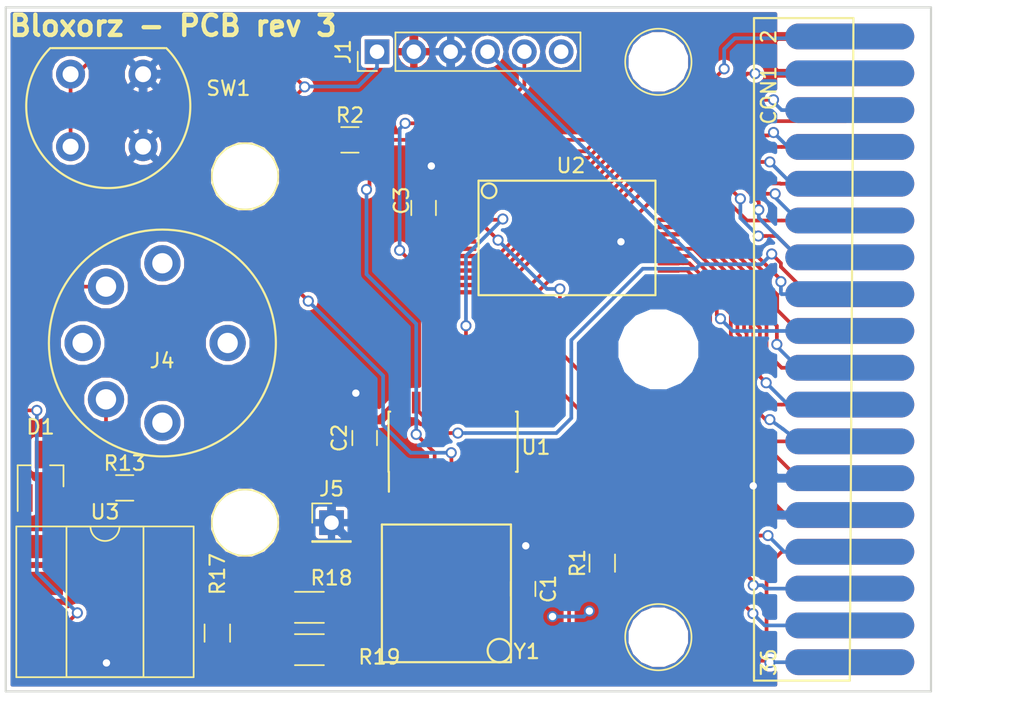
<source format=kicad_pcb>
(kicad_pcb (version 4) (host pcbnew 4.0.7)

  (general
    (links 79)
    (no_connects 0)
    (area 117.602 40.132 188.214001 88.646001)
    (thickness 1.6)
    (drawings 5)
    (tracks 597)
    (zones 0)
    (modules 24)
    (nets 44)
  )

  (page A4)
  (layers
    (0 F.Cu signal)
    (31 B.Cu signal)
    (33 F.Adhes user)
    (34 B.Paste user)
    (35 F.Paste user)
    (36 B.SilkS user)
    (37 F.SilkS user)
    (38 B.Mask user)
    (39 F.Mask user)
    (40 Dwgs.User user)
    (41 Cmts.User user)
    (42 Eco1.User user)
    (43 Eco2.User user)
    (44 Edge.Cuts user)
    (45 Margin user)
    (47 F.CrtYd user)
    (49 F.Fab user)
  )

  (setup
    (last_trace_width 0.254)
    (user_trace_width 0.6096)
    (trace_clearance 0.2032)
    (zone_clearance 0.254)
    (zone_45_only yes)
    (trace_min 0.1524)
    (segment_width 0.2)
    (edge_width 0.15)
    (via_size 0.762)
    (via_drill 0.508)
    (via_min_size 0.762)
    (via_min_drill 0.508)
    (uvia_size 0.762)
    (uvia_drill 0.508)
    (uvias_allowed no)
    (uvia_min_size 0)
    (uvia_min_drill 0)
    (pcb_text_width 0.3)
    (pcb_text_size 1.5 1.5)
    (mod_edge_width 0.15)
    (mod_text_size 1 1)
    (mod_text_width 0.15)
    (pad_size 3.6 3.6)
    (pad_drill 3.6)
    (pad_to_mask_clearance 0.2)
    (aux_axis_origin 0 0)
    (visible_elements FFFFEF7F)
    (pcbplotparams
      (layerselection 0x010f0_80000001)
      (usegerberextensions true)
      (excludeedgelayer true)
      (linewidth 0.100000)
      (plotframeref false)
      (viasonmask false)
      (mode 1)
      (useauxorigin false)
      (hpglpennumber 1)
      (hpglpenspeed 20)
      (hpglpendiameter 15)
      (hpglpenoverlay 2)
      (psnegative false)
      (psa4output false)
      (plotreference true)
      (plotvalue true)
      (plotinvisibletext false)
      (padsonsilk false)
      (subtractmaskfromsilk false)
      (outputformat 1)
      (mirror false)
      (drillshape 0)
      (scaleselection 1)
      (outputdirectory gerbers))
  )

  (net 0 "")
  (net 1 +5V)
  (net 2 GND)
  (net 3 "Net-(J1-Pad1)")
  (net 4 "Net-(U1-Pad2)")
  (net 5 V-HALT)
  (net 6 V-OE)
  (net 7 V-CE)
  (net 8 V-RW)
  (net 9 V-PB6)
  (net 10 "Net-(D1-Pad1)")
  (net 11 "Net-(D1-Pad2)")
  (net 12 "Net-(J4-Pad4)")
  (net 13 "Net-(R17-Pad1)")
  (net 14 "Net-(R18-Pad2)")
  (net 15 "Net-(U1-Pad5)")
  (net 16 A8)
  (net 17 A9)
  (net 18 A11)
  (net 19 A10)
  (net 20 D7)
  (net 21 D6)
  (net 22 D5)
  (net 23 D4)
  (net 24 D3)
  (net 25 A7)
  (net 26 A6)
  (net 27 A5)
  (net 28 A4)
  (net 29 A3)
  (net 30 A2)
  (net 31 A1)
  (net 32 A0)
  (net 33 D0)
  (net 34 D1)
  (net 35 D2)
  (net 36 A12)
  (net 37 A13)
  (net 38 A14)
  (net 39 "Net-(R19-Pad2)")
  (net 40 A18)
  (net 41 A17)
  (net 42 A15)
  (net 43 A16)

  (net_class Default "This is the default net class."
    (clearance 0.2032)
    (trace_width 0.254)
    (via_dia 0.762)
    (via_drill 0.508)
    (uvia_dia 0.762)
    (uvia_drill 0.508)
    (add_net +5V)
    (add_net A0)
    (add_net A1)
    (add_net A10)
    (add_net A11)
    (add_net A12)
    (add_net A13)
    (add_net A14)
    (add_net A15)
    (add_net A16)
    (add_net A17)
    (add_net A18)
    (add_net A2)
    (add_net A3)
    (add_net A4)
    (add_net A5)
    (add_net A6)
    (add_net A7)
    (add_net A8)
    (add_net A9)
    (add_net D0)
    (add_net D1)
    (add_net D2)
    (add_net D3)
    (add_net D4)
    (add_net D5)
    (add_net D6)
    (add_net D7)
    (add_net GND)
    (add_net "Net-(D1-Pad1)")
    (add_net "Net-(D1-Pad2)")
    (add_net "Net-(J1-Pad1)")
    (add_net "Net-(J4-Pad4)")
    (add_net "Net-(R17-Pad1)")
    (add_net "Net-(R18-Pad2)")
    (add_net "Net-(R19-Pad2)")
    (add_net "Net-(U1-Pad2)")
    (add_net "Net-(U1-Pad5)")
    (add_net V-CE)
    (add_net V-HALT)
    (add_net V-OE)
    (add_net V-PB6)
    (add_net V-RW)
  )

  (module Housings_DIP:DIP-8_W8.89mm_SMDSocket_LongPads (layer F.Cu) (tedit 5A441640) (tstamp 5A441475)
    (at 124.841 81.661)
    (descr "8-lead dip package, row spacing 8.89 mm (350 mils), SMDSocket, LongPads")
    (tags "DIL DIP PDIP 2.54mm 8.89mm 350mil SMDSocket LongPads")
    (path /59F1919F)
    (attr smd)
    (fp_text reference U3 (at 0 -6.2) (layer F.SilkS)
      (effects (font (size 1 1) (thickness 0.15)))
    )
    (fp_text value 6N135 (at -0.127 2.413) (layer F.Fab)
      (effects (font (size 1 1) (thickness 0.15)))
    )
    (fp_text user %R (at 0 0) (layer F.Fab)
      (effects (font (size 1 1) (thickness 0.15)))
    )
    (fp_line (start -2.175 -5.08) (end 3.175 -5.08) (layer F.Fab) (width 0.1))
    (fp_line (start 3.175 -5.08) (end 3.175 5.08) (layer F.Fab) (width 0.1))
    (fp_line (start 3.175 5.08) (end -3.175 5.08) (layer F.Fab) (width 0.1))
    (fp_line (start -3.175 5.08) (end -3.175 -4.08) (layer F.Fab) (width 0.1))
    (fp_line (start -3.175 -4.08) (end -2.175 -5.08) (layer F.Fab) (width 0.1))
    (fp_line (start -5.08 -5.08) (end -5.08 5.08) (layer F.Fab) (width 0.1))
    (fp_line (start -5.08 5.08) (end 5.08 5.08) (layer F.Fab) (width 0.1))
    (fp_line (start 5.08 5.08) (end 5.08 -5.08) (layer F.Fab) (width 0.1))
    (fp_line (start 5.08 -5.08) (end -5.08 -5.08) (layer F.Fab) (width 0.1))
    (fp_line (start -1 -5.2) (end -2.655 -5.2) (layer F.SilkS) (width 0.12))
    (fp_line (start -2.655 -5.2) (end -2.655 5.2) (layer F.SilkS) (width 0.12))
    (fp_line (start -2.655 5.2) (end 2.655 5.2) (layer F.SilkS) (width 0.12))
    (fp_line (start 2.655 5.2) (end 2.655 -5.2) (layer F.SilkS) (width 0.12))
    (fp_line (start 2.655 -5.2) (end 1 -5.2) (layer F.SilkS) (width 0.12))
    (fp_line (start -6.115 -5.2) (end -6.115 5.2) (layer F.SilkS) (width 0.12))
    (fp_line (start -6.115 5.2) (end 6.115 5.2) (layer F.SilkS) (width 0.12))
    (fp_line (start 6.115 5.2) (end 6.115 -5.2) (layer F.SilkS) (width 0.12))
    (fp_line (start 6.115 -5.2) (end -6.115 -5.2) (layer F.SilkS) (width 0.12))
    (fp_line (start -6.4 -5.5) (end -6.4 5.5) (layer F.CrtYd) (width 0.05))
    (fp_line (start -6.4 5.5) (end 6.4 5.5) (layer F.CrtYd) (width 0.05))
    (fp_line (start 6.4 5.5) (end 6.4 -5.5) (layer F.CrtYd) (width 0.05))
    (fp_line (start 6.4 -5.5) (end -6.4 -5.5) (layer F.CrtYd) (width 0.05))
    (fp_arc (start 0 -5.2) (end -1 -5.2) (angle -180) (layer F.SilkS) (width 0.12))
    (pad 1 smd rect (at -4.445 -3.81) (size 3.1 1.6) (layers F.Cu F.Paste F.Mask))
    (pad 5 smd rect (at 4.445 3.81) (size 3.1 1.6) (layers F.Cu F.Paste F.Mask)
      (net 2 GND))
    (pad 2 smd rect (at -4.445 -1.27) (size 3.1 1.6) (layers F.Cu F.Paste F.Mask)
      (net 11 "Net-(D1-Pad2)"))
    (pad 6 smd rect (at 4.445 1.27) (size 3.1 1.6) (layers F.Cu F.Paste F.Mask)
      (net 39 "Net-(R19-Pad2)"))
    (pad 3 smd rect (at -4.445 1.27) (size 3.1 1.6) (layers F.Cu F.Paste F.Mask)
      (net 10 "Net-(D1-Pad1)"))
    (pad 7 smd rect (at 4.445 -1.27) (size 3.1 1.6) (layers F.Cu F.Paste F.Mask)
      (net 13 "Net-(R17-Pad1)"))
    (pad 4 smd rect (at -4.445 3.81) (size 3.1 1.6) (layers F.Cu F.Paste F.Mask))
    (pad 8 smd rect (at 4.445 -3.81) (size 3.1 1.6) (layers F.Cu F.Paste F.Mask)
      (net 1 +5V))
    (model Housings_DIP.3dshapes/DIP-8_W8.89mm_SMDSocket_LongPads.wrl
      (at (xyz 0 0 0))
      (scale (xyz 1 1 1))
      (rotate (xyz 0 0 0))
    )
  )

  (module vectrex-edge-connector:vectrex (layer F.Cu) (tedit 59F6A2CD) (tstamp 59F66970)
    (at 176.2 42.65 270)
    (path /59F1631A)
    (fp_text reference CON1 (at 4.064 5.588 270) (layer F.SilkS)
      (effects (font (size 1 1) (thickness 0.15)))
    )
    (fp_text value vectrex-edge-connector (at 8.404 -6.426 270) (layer F.Fab)
      (effects (font (size 1 1) (thickness 0.15)))
    )
    (fp_text user 36 (at 43.18 5.588 270) (layer F.SilkS)
      (effects (font (size 1 1) (thickness 0.15)))
    )
    (fp_text user 2 (at 0 5.588 270) (layer F.SilkS)
      (effects (font (size 1 1) (thickness 0.15)))
    )
    (fp_line (start 44.196 6.604) (end 44.45 6.604) (layer F.SilkS) (width 0.15))
    (fp_line (start 44.45 6.604) (end 44.45 0) (layer F.SilkS) (width 0.15))
    (fp_line (start 44.45 0) (end -1.27 -0.254) (layer F.SilkS) (width 0.15))
    (fp_line (start -1.27 -0.254) (end -1.27 6.604) (layer F.SilkS) (width 0.15))
    (fp_line (start -1.27 6.604) (end 44.196 6.604) (layer F.SilkS) (width 0.15))
    (pad 1 smd oval (at 0 0 270) (size 1.778 8.89) (layers B.Cu B.Paste B.Mask)
      (net 5 V-HALT))
    (pad 2 smd oval (at 0 0 270) (size 1.778 8.89) (layers F.Cu F.Paste F.Mask)
      (net 1 +5V))
    (pad 4 smd oval (at 2.54 0 270) (size 1.778 8.89) (layers F.Cu F.Paste F.Mask)
      (net 1 +5V))
    (pad 6 smd oval (at 5.08 0 270) (size 1.778 8.89) (layers F.Cu F.Paste F.Mask)
      (net 16 A8))
    (pad 8 smd oval (at 7.62 0 270) (size 1.778 8.89) (layers F.Cu F.Paste F.Mask)
      (net 17 A9))
    (pad 10 smd oval (at 10.16 0 270) (size 1.778 8.89) (layers F.Cu F.Paste F.Mask)
      (net 18 A11))
    (pad 12 smd oval (at 12.7 0 270) (size 1.778 8.89) (layers F.Cu F.Paste F.Mask)
      (net 6 V-OE))
    (pad 14 smd oval (at 15.24 0 270) (size 1.778 8.89) (layers F.Cu F.Paste F.Mask)
      (net 19 A10))
    (pad 16 smd oval (at 17.78 0 270) (size 1.778 8.89) (layers F.Cu F.Paste F.Mask)
      (net 7 V-CE))
    (pad 18 smd oval (at 20.32 0 270) (size 1.778 8.89) (layers F.Cu F.Paste F.Mask)
      (net 20 D7))
    (pad 20 smd oval (at 22.86 0 270) (size 1.778 8.89) (layers F.Cu F.Paste F.Mask)
      (net 21 D6))
    (pad 22 smd oval (at 25.4 0 270) (size 1.778 8.89) (layers F.Cu F.Paste F.Mask)
      (net 22 D5))
    (pad 24 smd oval (at 27.94 0 270) (size 1.778 8.89) (layers F.Cu F.Paste F.Mask)
      (net 23 D4))
    (pad 26 smd oval (at 30.48 0 270) (size 1.778 8.89) (layers F.Cu F.Paste F.Mask)
      (net 24 D3))
    (pad 28 smd oval (at 33.02 0 270) (size 1.778 8.89) (layers F.Cu F.Paste F.Mask)
      (net 2 GND))
    (pad 30 smd oval (at 35.56 0 270) (size 1.778 8.89) (layers F.Cu F.Paste F.Mask)
      (net 8 V-RW))
    (pad 32 smd oval (at 38.1 0 270) (size 1.778 8.89) (layers F.Cu F.Paste F.Mask))
    (pad 34 smd oval (at 40.64 0 270) (size 1.778 8.89) (layers F.Cu F.Paste F.Mask))
    (pad 36 smd oval (at 43.18 0 270) (size 1.778 8.89) (layers F.Cu F.Paste F.Mask))
    (pad 3 smd oval (at 2.54 0 270) (size 1.778 8.89) (layers B.Cu B.Paste B.Mask)
      (net 25 A7))
    (pad 5 smd oval (at 5.08 0 270) (size 1.778 8.89) (layers B.Cu B.Paste B.Mask)
      (net 26 A6))
    (pad 7 smd oval (at 7.62 0 270) (size 1.778 8.89) (layers B.Cu B.Paste B.Mask)
      (net 27 A5))
    (pad 9 smd oval (at 10.16 0 270) (size 1.778 8.89) (layers B.Cu B.Paste B.Mask)
      (net 28 A4))
    (pad 11 smd oval (at 12.7 0 270) (size 1.778 8.89) (layers B.Cu B.Paste B.Mask)
      (net 29 A3))
    (pad 13 smd oval (at 15.24 0 270) (size 1.778 8.89) (layers B.Cu B.Paste B.Mask)
      (net 30 A2))
    (pad 15 smd oval (at 17.78 0 270) (size 1.778 8.89) (layers B.Cu B.Paste B.Mask)
      (net 31 A1))
    (pad 17 smd oval (at 20.32 0 270) (size 1.778 8.89) (layers B.Cu B.Paste B.Mask)
      (net 32 A0))
    (pad 19 smd oval (at 22.86 0 270) (size 1.778 8.89) (layers B.Cu B.Paste B.Mask)
      (net 33 D0))
    (pad 21 smd oval (at 25.4 0 270) (size 1.778 8.89) (layers B.Cu B.Paste B.Mask)
      (net 34 D1))
    (pad 23 smd oval (at 27.94 0 270) (size 1.778 8.89) (layers B.Cu B.Paste B.Mask)
      (net 35 D2))
    (pad 25 smd oval (at 30.48 0 270) (size 1.778 8.89) (layers B.Cu B.Paste B.Mask)
      (net 2 GND))
    (pad 27 smd oval (at 33.02 0 270) (size 1.778 8.89) (layers B.Cu B.Paste B.Mask)
      (net 2 GND))
    (pad 29 smd oval (at 35.56 0 270) (size 1.778 8.89) (layers B.Cu B.Paste B.Mask)
      (net 36 A12))
    (pad 31 smd oval (at 38.1 0 270) (size 1.778 8.89) (layers B.Cu B.Paste B.Mask)
      (net 37 A13))
    (pad 33 smd oval (at 40.64 0 270) (size 1.778 8.89) (layers B.Cu B.Paste B.Mask)
      (net 38 A14))
    (pad 35 smd oval (at 43.18 0 270) (size 1.778 8.89) (layers B.Cu B.Paste B.Mask)
      (net 9 V-PB6))
  )

  (module Connectors:1pin locked (layer F.Cu) (tedit 59F69F44) (tstamp 59F24EC5)
    (at 134.5 52.3)
    (descr "module 1 pin (ou trou mecanique de percage)")
    (tags DEV)
    (fp_text reference hole4 (at 0 -3.048) (layer F.SilkS) hide
      (effects (font (size 1 1) (thickness 0.15)))
    )
    (fp_text value 1pin (at 0 3) (layer F.Fab) hide
      (effects (font (size 1 1) (thickness 0.15)))
    )
    (fp_circle (center 0 0) (end 2 0.8) (layer F.Fab) (width 0.1))
    (fp_circle (center 0 0) (end 2.6 0) (layer F.CrtYd) (width 0.05))
    (fp_circle (center 0 0) (end 0 -2.286) (layer F.SilkS) (width 0.12))
    (pad "" np_thru_hole circle (at 0 0) (size 4.2 4.2) (drill 4.2) (layers *.Cu))
  )

  (module Connectors:1pin locked (layer F.Cu) (tedit 59F682FA) (tstamp 59F24EDD)
    (at 134.5 76.2)
    (descr "module 1 pin (ou trou mecanique de percage)")
    (tags DEV)
    (fp_text reference hole5 (at 0 -3.048) (layer F.SilkS) hide
      (effects (font (size 1 1) (thickness 0.15)))
    )
    (fp_text value 1pin (at 0 3) (layer F.Fab) hide
      (effects (font (size 1 1) (thickness 0.15)))
    )
    (fp_circle (center 0 0) (end 2 0.8) (layer F.Fab) (width 0.1))
    (fp_circle (center 0 0) (end 2.6 0) (layer F.CrtYd) (width 0.05))
    (fp_circle (center 0 0) (end 0 -2.286) (layer F.SilkS) (width 0.12))
    (pad "" np_thru_hole circle (at 0 0) (size 4.2 4.2) (drill 4.2) (layers *.Cu))
  )

  (module Connectors:1pin locked (layer F.Cu) (tedit 5A43D411) (tstamp 59F24D59)
    (at 163 84.1)
    (descr "module 1 pin (ou trou mecanique de percage)")
    (tags DEV)
    (fp_text reference hole3 (at 0 -3.048) (layer F.SilkS) hide
      (effects (font (size 1 1) (thickness 0.15)))
    )
    (fp_text value 1pin (at 0 3) (layer F.Fab) hide
      (effects (font (size 1 1) (thickness 0.15)))
    )
    (fp_circle (center 0 0) (end 2 0.8) (layer F.Fab) (width 0.1))
    (fp_circle (center 0 0) (end 2.6 0) (layer F.CrtYd) (width 0.05))
    (fp_circle (center 0 0) (end 0 -2.286) (layer F.SilkS) (width 0.12))
    (pad "" np_thru_hole circle (at 0 0) (size 3.6 3.6) (drill 3.6) (layers *.Cu *.Mask))
  )

  (module Connectors:1pin locked (layer F.Cu) (tedit 5A43D396) (tstamp 59F24BE8)
    (at 163 44.4)
    (descr "module 1 pin (ou trou mecanique de percage)")
    (tags DEV)
    (fp_text reference hole1 (at 0 -3.048) (layer F.SilkS) hide
      (effects (font (size 1 1) (thickness 0.15)))
    )
    (fp_text value 1pin (at 0 3) (layer F.Fab) hide
      (effects (font (size 1 1) (thickness 0.15)))
    )
    (fp_circle (center 0 0) (end 2 0.8) (layer F.Fab) (width 0.1))
    (fp_circle (center 0 0) (end 2.6 0) (layer F.CrtYd) (width 0.05))
    (fp_circle (center 0 0) (end 0 -2.286) (layer F.SilkS) (width 0.12))
    (pad "" np_thru_hole circle (at 0 0) (size 3.6 3.6) (drill 3.6) (layers *.Cu))
  )

  (module Connectors:1pin locked (layer F.Cu) (tedit 59F6A08A) (tstamp 59F24D0D)
    (at 163 64.24)
    (descr "module 1 pin (ou trou mecanique de percage)")
    (tags DEV)
    (fp_text reference hole2 (at 0 -3.048) (layer F.SilkS) hide
      (effects (font (size 1 1) (thickness 0.15)))
    )
    (fp_text value 1pin (at 0 3) (layer F.Fab) hide
      (effects (font (size 1 1) (thickness 0.15)))
    )
    (fp_circle (center 0 0) (end 2 0.8) (layer F.Fab) (width 0.1))
    (fp_circle (center 0 0) (end 2.6 0) (layer F.CrtYd) (width 0.05))
    (fp_circle (center 0 0) (end 0 -2.286) (layer F.SilkS) (width 0.12))
    (pad "" np_thru_hole circle (at 0 0) (size 5 5) (drill 5) (layers *.Cu))
  )

  (module Pin_Headers:Pin_Header_Straight_1x06_Pitch2.54mm (layer F.Cu) (tedit 58CD4EC1) (tstamp 59F66981)
    (at 143.6 43.7 90)
    (descr "Through hole straight pin header, 1x06, 2.54mm pitch, single row")
    (tags "Through hole pin header THT 1x06 2.54mm single row")
    (path /59F1325C)
    (fp_text reference J1 (at 0 -2.33 90) (layer F.SilkS)
      (effects (font (size 1 1) (thickness 0.15)))
    )
    (fp_text value PICKIT (at 0 15.03 90) (layer F.Fab)
      (effects (font (size 1 1) (thickness 0.15)))
    )
    (fp_line (start -1.27 -1.27) (end -1.27 13.97) (layer F.Fab) (width 0.1))
    (fp_line (start -1.27 13.97) (end 1.27 13.97) (layer F.Fab) (width 0.1))
    (fp_line (start 1.27 13.97) (end 1.27 -1.27) (layer F.Fab) (width 0.1))
    (fp_line (start 1.27 -1.27) (end -1.27 -1.27) (layer F.Fab) (width 0.1))
    (fp_line (start -1.33 1.27) (end -1.33 14.03) (layer F.SilkS) (width 0.12))
    (fp_line (start -1.33 14.03) (end 1.33 14.03) (layer F.SilkS) (width 0.12))
    (fp_line (start 1.33 14.03) (end 1.33 1.27) (layer F.SilkS) (width 0.12))
    (fp_line (start 1.33 1.27) (end -1.33 1.27) (layer F.SilkS) (width 0.12))
    (fp_line (start -1.33 0) (end -1.33 -1.33) (layer F.SilkS) (width 0.12))
    (fp_line (start -1.33 -1.33) (end 0 -1.33) (layer F.SilkS) (width 0.12))
    (fp_line (start -1.8 -1.8) (end -1.8 14.5) (layer F.CrtYd) (width 0.05))
    (fp_line (start -1.8 14.5) (end 1.8 14.5) (layer F.CrtYd) (width 0.05))
    (fp_line (start 1.8 14.5) (end 1.8 -1.8) (layer F.CrtYd) (width 0.05))
    (fp_line (start 1.8 -1.8) (end -1.8 -1.8) (layer F.CrtYd) (width 0.05))
    (fp_text user %R (at 0 -2.33 90) (layer F.Fab)
      (effects (font (size 1 1) (thickness 0.15)))
    )
    (pad 1 thru_hole rect (at 0 0 90) (size 1.7 1.7) (drill 1) (layers *.Cu *.Mask)
      (net 3 "Net-(J1-Pad1)"))
    (pad 2 thru_hole oval (at 0 2.54 90) (size 1.7 1.7) (drill 1) (layers *.Cu *.Mask)
      (net 1 +5V))
    (pad 3 thru_hole oval (at 0 5.08 90) (size 1.7 1.7) (drill 1) (layers *.Cu *.Mask)
      (net 2 GND))
    (pad 4 thru_hole oval (at 0 7.62 90) (size 1.7 1.7) (drill 1) (layers *.Cu *.Mask)
      (net 7 V-CE))
    (pad 5 thru_hole oval (at 0 10.16 90) (size 1.7 1.7) (drill 1) (layers *.Cu *.Mask)
      (net 40 A18))
    (pad 6 thru_hole oval (at 0 12.7 90) (size 1.7 1.7) (drill 1) (layers *.Cu *.Mask))
    (model ${KISYS3DMOD}/Pin_Headers.3dshapes/Pin_Header_Straight_1x06_Pitch2.54mm.wrl
      (at (xyz 0 -0.25 0))
      (scale (xyz 1 1 1))
      (rotate (xyz 0 0 90))
    )
  )

  (module din5:din5 (layer F.Cu) (tedit 59F69192) (tstamp 59F66995)
    (at 128.8 63.8)
    (path /59F19198)
    (fp_text reference J4 (at -0.022 1.224) (layer F.SilkS)
      (effects (font (size 1 1) (thickness 0.15)))
    )
    (fp_text value DIN_5 (at -0.254 -0.254) (layer F.Fab)
      (effects (font (size 1 1) (thickness 0.15)))
    )
    (fp_circle (center 0 0) (end -6.35 -4.572) (layer F.SilkS) (width 0.15))
    (pad 3 thru_hole circle (at 0 -5.5) (size 2.5 2.5) (drill 1.4) (layers *.Cu *.Mask))
    (pad 5 thru_hole circle (at -3.889088 -3.889088) (size 2.5 2.5) (drill 1.4) (layers *.Cu *.Mask)
      (net 10 "Net-(D1-Pad1)"))
    (pad 2 thru_hole circle (at -5.5 0) (size 2.5 2.5) (drill 1.4) (layers *.Cu *.Mask))
    (pad 4 thru_hole circle (at -3.889088 3.889088) (size 2.5 2.5) (drill 1.4) (layers *.Cu *.Mask)
      (net 12 "Net-(J4-Pad4)"))
    (pad 1 thru_hole circle (at 0 5.5) (size 2.5 2.5) (drill 1.4) (layers *.Cu *.Mask))
    (pad PE thru_hole circle (at 4.5 0) (size 2.5 2.5) (drill 1.4) (layers *.Cu *.Mask))
  )

  (module Resistors_SMD:R_1206_HandSoldering (layer F.Cu) (tedit 59F68101) (tstamp 59F66A01)
    (at 138.938 82.042)
    (descr "Resistor SMD 1206, hand soldering")
    (tags "resistor 1206")
    (path /59F191DF)
    (attr smd)
    (fp_text reference R18 (at 1.524 -2.032) (layer F.SilkS)
      (effects (font (size 1 1) (thickness 0.15)))
    )
    (fp_text value 220 (at 0 1.9) (layer F.Fab)
      (effects (font (size 1 1) (thickness 0.15)))
    )
    (fp_text user %R (at 0 0) (layer F.Fab)
      (effects (font (size 0.7 0.7) (thickness 0.105)))
    )
    (fp_line (start -1.6 0.8) (end -1.6 -0.8) (layer F.Fab) (width 0.1))
    (fp_line (start 1.6 0.8) (end -1.6 0.8) (layer F.Fab) (width 0.1))
    (fp_line (start 1.6 -0.8) (end 1.6 0.8) (layer F.Fab) (width 0.1))
    (fp_line (start -1.6 -0.8) (end 1.6 -0.8) (layer F.Fab) (width 0.1))
    (fp_line (start 1 1.07) (end -1 1.07) (layer F.SilkS) (width 0.12))
    (fp_line (start -1 -1.07) (end 1 -1.07) (layer F.SilkS) (width 0.12))
    (fp_line (start -3.25 -1.11) (end 3.25 -1.11) (layer F.CrtYd) (width 0.05))
    (fp_line (start -3.25 -1.11) (end -3.25 1.1) (layer F.CrtYd) (width 0.05))
    (fp_line (start 3.25 1.1) (end 3.25 -1.11) (layer F.CrtYd) (width 0.05))
    (fp_line (start 3.25 1.1) (end -3.25 1.1) (layer F.CrtYd) (width 0.05))
    (pad 1 smd rect (at -2 0) (size 2 1.7) (layers F.Cu F.Paste F.Mask)
      (net 1 +5V))
    (pad 2 smd rect (at 2 0) (size 2 1.7) (layers F.Cu F.Paste F.Mask)
      (net 14 "Net-(R18-Pad2)"))
    (model ${KISYS3DMOD}/Resistors_SMD.3dshapes/R_1206.wrl
      (at (xyz 0 0 0))
      (scale (xyz 1 1 1))
      (rotate (xyz 0 0 0))
    )
  )

  (module Resistors_SMD:R_1206_HandSoldering (layer F.Cu) (tedit 59F68103) (tstamp 59F66A07)
    (at 138.938 84.963 180)
    (descr "Resistor SMD 1206, hand soldering")
    (tags "resistor 1206")
    (path /59F191D8)
    (attr smd)
    (fp_text reference R19 (at -4.826 -0.508 180) (layer F.SilkS)
      (effects (font (size 1 1) (thickness 0.15)))
    )
    (fp_text value 220 (at 0 1.9 180) (layer F.Fab)
      (effects (font (size 1 1) (thickness 0.15)))
    )
    (fp_text user %R (at 0 0 180) (layer F.Fab)
      (effects (font (size 0.7 0.7) (thickness 0.105)))
    )
    (fp_line (start -1.6 0.8) (end -1.6 -0.8) (layer F.Fab) (width 0.1))
    (fp_line (start 1.6 0.8) (end -1.6 0.8) (layer F.Fab) (width 0.1))
    (fp_line (start 1.6 -0.8) (end 1.6 0.8) (layer F.Fab) (width 0.1))
    (fp_line (start -1.6 -0.8) (end 1.6 -0.8) (layer F.Fab) (width 0.1))
    (fp_line (start 1 1.07) (end -1 1.07) (layer F.SilkS) (width 0.12))
    (fp_line (start -1 -1.07) (end 1 -1.07) (layer F.SilkS) (width 0.12))
    (fp_line (start -3.25 -1.11) (end 3.25 -1.11) (layer F.CrtYd) (width 0.05))
    (fp_line (start -3.25 -1.11) (end -3.25 1.1) (layer F.CrtYd) (width 0.05))
    (fp_line (start 3.25 1.1) (end 3.25 -1.11) (layer F.CrtYd) (width 0.05))
    (fp_line (start 3.25 1.1) (end -3.25 1.1) (layer F.CrtYd) (width 0.05))
    (pad 1 smd rect (at -2 0 180) (size 2 1.7) (layers F.Cu F.Paste F.Mask)
      (net 14 "Net-(R18-Pad2)"))
    (pad 2 smd rect (at 2 0 180) (size 2 1.7) (layers F.Cu F.Paste F.Mask)
      (net 39 "Net-(R19-Pad2)"))
    (model ${KISYS3DMOD}/Resistors_SMD.3dshapes/R_1206.wrl
      (at (xyz 0 0 0))
      (scale (xyz 1 1 1))
      (rotate (xyz 0 0 0))
    )
  )

  (module button:button (layer F.Cu) (tedit 59F69F25) (tstamp 59F66A11)
    (at 124.968 47.752)
    (path /59F23130)
    (fp_text reference SW1 (at 8.382 -1.524) (layer F.SilkS)
      (effects (font (size 1 1) (thickness 0.15)))
    )
    (fp_text value SW_DPST (at 4.5 0 270) (layer F.Fab)
      (effects (font (size 1 1) (thickness 0.15)))
    )
    (fp_line (start -3.8 -4.3) (end 4 -4.3) (layer F.SilkS) (width 0.15))
    (fp_arc (start 0.1 -0.3) (end 4.1 -4.3) (angle 270) (layer F.SilkS) (width 0.15))
    (pad 4 thru_hole circle (at 2.5 2.5) (size 2 2) (drill 1.1) (layers *.Cu *.Mask)
      (net 2 GND))
    (pad 3 thru_hole circle (at -2.5 2.5) (size 2 2) (drill 1.1) (layers *.Cu *.Mask)
      (net 3 "Net-(J1-Pad1)"))
    (pad 1 thru_hole circle (at -2.5 -2.5) (size 2 2) (drill 1.1) (layers *.Cu *.Mask)
      (net 3 "Net-(J1-Pad1)"))
    (pad 2 thru_hole circle (at 2.5 -2.5) (size 2 2) (drill 1.1) (layers *.Cu *.Mask)
      (net 2 GND))
  )

  (module Housings_SOIC:SOIC-14_3.9x8.7mm_Pitch1.27mm (layer F.Cu) (tedit 5A441623) (tstamp 59F66A23)
    (at 148.844 70.612 90)
    (descr "14-Lead Plastic Small Outline (SL) - Narrow, 3.90 mm Body [SOIC] (see Microchip Packaging Specification 00000049BS.pdf)")
    (tags "SOIC 1.27")
    (path /59F12721)
    (attr smd)
    (fp_text reference U1 (at -0.381 5.715 180) (layer F.SilkS)
      (effects (font (size 1 1) (thickness 0.15)))
    )
    (fp_text value PIC16F18323 (at 0 5.375 90) (layer F.Fab)
      (effects (font (size 1 1) (thickness 0.15)))
    )
    (fp_text user %R (at 0 0 90) (layer F.Fab)
      (effects (font (size 0.9 0.9) (thickness 0.135)))
    )
    (fp_line (start -0.95 -4.35) (end 1.95 -4.35) (layer F.Fab) (width 0.15))
    (fp_line (start 1.95 -4.35) (end 1.95 4.35) (layer F.Fab) (width 0.15))
    (fp_line (start 1.95 4.35) (end -1.95 4.35) (layer F.Fab) (width 0.15))
    (fp_line (start -1.95 4.35) (end -1.95 -3.35) (layer F.Fab) (width 0.15))
    (fp_line (start -1.95 -3.35) (end -0.95 -4.35) (layer F.Fab) (width 0.15))
    (fp_line (start -3.7 -4.65) (end -3.7 4.65) (layer F.CrtYd) (width 0.05))
    (fp_line (start 3.7 -4.65) (end 3.7 4.65) (layer F.CrtYd) (width 0.05))
    (fp_line (start -3.7 -4.65) (end 3.7 -4.65) (layer F.CrtYd) (width 0.05))
    (fp_line (start -3.7 4.65) (end 3.7 4.65) (layer F.CrtYd) (width 0.05))
    (fp_line (start -2.075 -4.45) (end -2.075 -4.425) (layer F.SilkS) (width 0.15))
    (fp_line (start 2.075 -4.45) (end 2.075 -4.335) (layer F.SilkS) (width 0.15))
    (fp_line (start 2.075 4.45) (end 2.075 4.335) (layer F.SilkS) (width 0.15))
    (fp_line (start -2.075 4.45) (end -2.075 4.335) (layer F.SilkS) (width 0.15))
    (fp_line (start -2.075 -4.45) (end 2.075 -4.45) (layer F.SilkS) (width 0.15))
    (fp_line (start -2.075 4.45) (end 2.075 4.45) (layer F.SilkS) (width 0.15))
    (fp_line (start -2.075 -4.425) (end -3.45 -4.425) (layer F.SilkS) (width 0.15))
    (pad 1 smd rect (at -2.7 -3.81 90) (size 1.5 0.6) (layers F.Cu F.Paste F.Mask)
      (net 1 +5V))
    (pad 2 smd rect (at -2.7 -2.54 90) (size 1.5 0.6) (layers F.Cu F.Paste F.Mask)
      (net 4 "Net-(U1-Pad2)"))
    (pad 3 smd rect (at -2.7 -1.27 90) (size 1.5 0.6) (layers F.Cu F.Paste F.Mask)
      (net 5 V-HALT))
    (pad 4 smd rect (at -2.7 0 90) (size 1.5 0.6) (layers F.Cu F.Paste F.Mask)
      (net 3 "Net-(J1-Pad1)"))
    (pad 5 smd rect (at -2.7 1.27 90) (size 1.5 0.6) (layers F.Cu F.Paste F.Mask)
      (net 15 "Net-(U1-Pad5)"))
    (pad 6 smd rect (at -2.7 2.54 90) (size 1.5 0.6) (layers F.Cu F.Paste F.Mask)
      (net 39 "Net-(R19-Pad2)"))
    (pad 7 smd rect (at -2.7 3.81 90) (size 1.5 0.6) (layers F.Cu F.Paste F.Mask)
      (net 9 V-PB6))
    (pad 8 smd rect (at 2.7 3.81 90) (size 1.5 0.6) (layers F.Cu F.Paste F.Mask)
      (net 6 V-OE))
    (pad 9 smd rect (at 2.7 2.54 90) (size 1.5 0.6) (layers F.Cu F.Paste F.Mask)
      (net 41 A17))
    (pad 10 smd rect (at 2.7 1.27 90) (size 1.5 0.6) (layers F.Cu F.Paste F.Mask)
      (net 42 A15))
    (pad 11 smd rect (at 2.7 0 90) (size 1.5 0.6) (layers F.Cu F.Paste F.Mask)
      (net 43 A16))
    (pad 12 smd rect (at 2.7 -1.27 90) (size 1.5 0.6) (layers F.Cu F.Paste F.Mask)
      (net 40 A18))
    (pad 13 smd rect (at 2.7 -2.54 90) (size 1.5 0.6) (layers F.Cu F.Paste F.Mask)
      (net 7 V-CE))
    (pad 14 smd rect (at 2.7 -3.81 90) (size 1.5 0.6) (layers F.Cu F.Paste F.Mask)
      (net 2 GND))
    (model Housings_SOIC.3dshapes/SOIC-14_3.9x8.7mm_Pitch1.27mm.wrl
      (at (xyz 0 0 0))
      (scale (xyz 1 1 1))
      (rotate (xyz 0 0 0))
    )
  )

  (module tsop32-8x14:TSOP32WH (layer F.Cu) (tedit 5A44030E) (tstamp 59F66A47)
    (at 156.2 56.6 270)
    (descr "Module CMS TSOP 32 pins")
    (tags "CMS TSOP")
    (path /5A2B992D)
    (attr smd)
    (fp_text reference U2 (at -5.038 -0.772 360) (layer F.SilkS)
      (effects (font (size 1 1) (thickness 0.15)))
    )
    (fp_text value SST39SF040-TSOP (at 1.5 -0.3 360) (layer F.Fab)
      (effects (font (size 1 1) (thickness 0.15)))
    )
    (fp_line (start -4 -6.6) (end 3.9 -6.6) (layer F.SilkS) (width 0.15))
    (fp_line (start 3.9 -6.6) (end 3.9 5.6) (layer F.SilkS) (width 0.15))
    (fp_line (start 3.9 5.6) (end -4 5.6) (layer F.SilkS) (width 0.15))
    (fp_line (start -4 5.6) (end -4 -6.6) (layer F.SilkS) (width 0.15))
    (fp_circle (center -3.302 4.874) (end -3.302 5.382) (layer F.SilkS) (width 0.15))
    (pad 1 smd rect (at -3.8 6.5 270) (size 0.3 1.5) (layers F.Cu F.Paste F.Mask)
      (net 25 A7))
    (pad 2 smd rect (at -3.3 6.5 270) (size 0.3 1.5) (layers F.Cu F.Paste F.Mask)
      (net 26 A6))
    (pad 3 smd rect (at -2.8 6.5 270) (size 0.3 1.5) (layers F.Cu F.Paste F.Mask)
      (net 16 A8))
    (pad 4 smd rect (at -2.3 6.5 270) (size 0.3 1.5) (layers F.Cu F.Paste F.Mask)
      (net 27 A5))
    (pad 5 smd rect (at -1.8 6.5 270) (size 0.3 1.5) (layers F.Cu F.Paste F.Mask)
      (net 17 A9))
    (pad 6 smd rect (at -1.3 6.5 270) (size 0.3 1.5) (layers F.Cu F.Paste F.Mask)
      (net 41 A17))
    (pad 7 smd rect (at -0.8 6.5 270) (size 0.3 1.5) (layers F.Cu F.Paste F.Mask)
      (net 8 V-RW))
    (pad 8 smd rect (at -0.3 6.5 270) (size 0.3 1.5) (layers F.Cu F.Paste F.Mask)
      (net 1 +5V))
    (pad 9 smd rect (at 0.2 6.5 270) (size 0.3 1.5) (layers F.Cu F.Paste F.Mask)
      (net 40 A18))
    (pad 10 smd rect (at 0.7 6.5 270) (size 0.3 1.5) (layers F.Cu F.Paste F.Mask)
      (net 43 A16))
    (pad 11 smd rect (at 1.2 6.5 270) (size 0.3 1.5) (layers F.Cu F.Paste F.Mask)
      (net 42 A15))
    (pad 12 smd rect (at 1.7 6.5 270) (size 0.3 1.5) (layers F.Cu F.Paste F.Mask)
      (net 28 A4))
    (pad 13 smd rect (at 2.2 6.5 270) (size 0.3 1.5) (layers F.Cu F.Paste F.Mask)
      (net 18 A11))
    (pad 14 smd rect (at 2.7 6.5 270) (size 0.3 1.5) (layers F.Cu F.Paste F.Mask)
      (net 29 A3))
    (pad 15 smd rect (at 3.2 6.5 270) (size 0.3 1.5) (layers F.Cu F.Paste F.Mask)
      (net 30 A2))
    (pad 16 smd rect (at 3.7 6.5 270) (size 0.3 1.5) (layers F.Cu F.Paste F.Mask)
      (net 19 A10))
    (pad 17 smd rect (at 3.7 -7.5 270) (size 0.3 1.5) (layers F.Cu F.Paste F.Mask)
      (net 38 A14))
    (pad 18 smd rect (at 3.2 -7.5 270) (size 0.3 1.5) (layers F.Cu F.Paste F.Mask)
      (net 37 A13))
    (pad 19 smd rect (at 2.7 -7.5 270) (size 0.3 1.5) (layers F.Cu F.Paste F.Mask)
      (net 36 A12))
    (pad 20 smd rect (at 2.2 -7.5 270) (size 0.3 1.5) (layers F.Cu F.Paste F.Mask)
      (net 32 A0))
    (pad 21 smd rect (at 1.7 -7.5 270) (size 0.3 1.5) (layers F.Cu F.Paste F.Mask)
      (net 24 D3))
    (pad 22 smd rect (at 1.2 -7.5 270) (size 0.3 1.5) (layers F.Cu F.Paste F.Mask)
      (net 23 D4))
    (pad 23 smd rect (at 0.7 -7.5 270) (size 0.3 1.5) (layers F.Cu F.Paste F.Mask)
      (net 35 D2))
    (pad 24 smd rect (at 0.2 -7.5 270) (size 0.3 1.5) (layers F.Cu F.Paste F.Mask)
      (net 2 GND))
    (pad 25 smd rect (at -0.3 -7.5 270) (size 0.3 1.5) (layers F.Cu F.Paste F.Mask)
      (net 22 D5))
    (pad 26 smd rect (at -0.8 -7.5 270) (size 0.3 1.5) (layers F.Cu F.Paste F.Mask)
      (net 34 D1))
    (pad 27 smd rect (at -1.3 -7.5 270) (size 0.3 1.5) (layers F.Cu F.Paste F.Mask)
      (net 21 D6))
    (pad 28 smd rect (at -1.8 -7.5 270) (size 0.3 1.5) (layers F.Cu F.Paste F.Mask)
      (net 33 D0))
    (pad 29 smd rect (at -2.3 -7.5 270) (size 0.3 1.5) (layers F.Cu F.Paste F.Mask)
      (net 20 D7))
    (pad 30 smd rect (at -2.8 -7.5 270) (size 0.3 1.5) (layers F.Cu F.Paste F.Mask)
      (net 15 "Net-(U1-Pad5)"))
    (pad 31 smd rect (at -3.3 -7.5 270) (size 0.3 1.5) (layers F.Cu F.Paste F.Mask)
      (net 31 A1))
    (pad 32 smd rect (at -3.8 -7.5 270) (size 0.3 1.5) (layers F.Cu F.Paste F.Mask)
      (net 6 V-OE))
  )

  (module oscillator:oscillator (layer F.Cu) (tedit 5A441699) (tstamp 59F66A5B)
    (at 148.336 81.026 90)
    (path /59F13DB7)
    (fp_text reference Y1 (at -4.064 5.588 180) (layer F.SilkS)
      (effects (font (size 1 1) (thickness 0.15)))
    )
    (fp_text value "8 MHz oscillator" (at 0 -5 90) (layer F.Fab) hide
      (effects (font (size 1 1) (thickness 0.15)))
    )
    (fp_circle (center -4 3.7) (end -3.6 4.4) (layer F.SilkS) (width 0.15))
    (fp_line (start -4.8 -4.4) (end -4.8 4.5) (layer F.SilkS) (width 0.15))
    (fp_line (start 4.7 -4.4) (end 4.7 4.5) (layer F.SilkS) (width 0.15))
    (fp_line (start -4.8 -4.4) (end 4.7 -4.4) (layer F.SilkS) (width 0.15))
    (fp_line (start 4.7 4.5) (end -4.8 4.5) (layer F.SilkS) (width 0.15))
    (pad 1 smd rect (at -2.5 2.1 90) (size 1.8 2) (layers F.Cu F.Paste F.Mask)
      (net 1 +5V))
    (pad 2 smd rect (at 2.58 2.1 90) (size 1.8 2) (layers F.Cu F.Paste F.Mask)
      (net 2 GND))
    (pad 3 smd rect (at 2.58 -2.1 90) (size 1.8 2) (layers F.Cu F.Paste F.Mask)
      (net 4 "Net-(U1-Pad2)"))
    (pad 4 smd rect (at -2.5 -2.1 90) (size 1.8 2) (layers F.Cu F.Paste F.Mask)
      (net 1 +5V))
  )

  (module TO_SOT_Packages_SMD:SOT-23_Handsoldering (layer F.Cu) (tedit 59F69EA0) (tstamp 59F69468)
    (at 120.4 73 90)
    (descr "SOT-23, Handsoldering")
    (tags SOT-23)
    (path /59F19185)
    (attr smd)
    (fp_text reference D1 (at 3.404 -0.004 360) (layer F.SilkS)
      (effects (font (size 1 1) (thickness 0.15)))
    )
    (fp_text value BAV99 (at 0 2.5 90) (layer F.Fab)
      (effects (font (size 1 1) (thickness 0.15)))
    )
    (fp_text user %R (at 0 0 90) (layer F.Fab)
      (effects (font (size 0.5 0.5) (thickness 0.075)))
    )
    (fp_line (start 0.76 1.58) (end 0.76 0.65) (layer F.SilkS) (width 0.12))
    (fp_line (start 0.76 -1.58) (end 0.76 -0.65) (layer F.SilkS) (width 0.12))
    (fp_line (start -2.7 -1.75) (end 2.7 -1.75) (layer F.CrtYd) (width 0.05))
    (fp_line (start 2.7 -1.75) (end 2.7 1.75) (layer F.CrtYd) (width 0.05))
    (fp_line (start 2.7 1.75) (end -2.7 1.75) (layer F.CrtYd) (width 0.05))
    (fp_line (start -2.7 1.75) (end -2.7 -1.75) (layer F.CrtYd) (width 0.05))
    (fp_line (start 0.76 -1.58) (end -2.4 -1.58) (layer F.SilkS) (width 0.12))
    (fp_line (start -0.7 -0.95) (end -0.7 1.5) (layer F.Fab) (width 0.1))
    (fp_line (start -0.15 -1.52) (end 0.7 -1.52) (layer F.Fab) (width 0.1))
    (fp_line (start -0.7 -0.95) (end -0.15 -1.52) (layer F.Fab) (width 0.1))
    (fp_line (start 0.7 -1.52) (end 0.7 1.52) (layer F.Fab) (width 0.1))
    (fp_line (start -0.7 1.52) (end 0.7 1.52) (layer F.Fab) (width 0.1))
    (fp_line (start 0.76 1.58) (end -0.7 1.58) (layer F.SilkS) (width 0.12))
    (pad 1 smd rect (at -1.5 -0.95 90) (size 1.9 0.8) (layers F.Cu F.Paste F.Mask)
      (net 10 "Net-(D1-Pad1)"))
    (pad 2 smd rect (at -1.5 0.95 90) (size 1.9 0.8) (layers F.Cu F.Paste F.Mask)
      (net 11 "Net-(D1-Pad2)"))
    (pad 3 smd rect (at 1.5 0 90) (size 1.9 0.8) (layers F.Cu F.Paste F.Mask)
      (net 11 "Net-(D1-Pad2)"))
    (model ${KISYS3DMOD}/TO_SOT_Packages_SMD.3dshapes\SOT-23.wrl
      (at (xyz 0 0 0))
      (scale (xyz 1 1 1))
      (rotate (xyz 0 0 90))
    )
  )

  (module Pin_Headers:Pin_Header_Straight_1x01_Pitch2.54mm (layer F.Cu) (tedit 58CD4EC1) (tstamp 59F6960E)
    (at 140.462 76.2)
    (descr "Through hole straight pin header, 1x01, 2.54mm pitch, single row")
    (tags "Through hole pin header THT 1x01 2.54mm single row")
    (path /59F6B9D8)
    (fp_text reference J5 (at 0 -2.33) (layer F.SilkS)
      (effects (font (size 1 1) (thickness 0.15)))
    )
    (fp_text value GND (at 0 2.33) (layer F.Fab)
      (effects (font (size 1 1) (thickness 0.15)))
    )
    (fp_line (start -1.27 -1.27) (end -1.27 1.27) (layer F.Fab) (width 0.1))
    (fp_line (start -1.27 1.27) (end 1.27 1.27) (layer F.Fab) (width 0.1))
    (fp_line (start 1.27 1.27) (end 1.27 -1.27) (layer F.Fab) (width 0.1))
    (fp_line (start 1.27 -1.27) (end -1.27 -1.27) (layer F.Fab) (width 0.1))
    (fp_line (start -1.33 1.27) (end -1.33 1.33) (layer F.SilkS) (width 0.12))
    (fp_line (start -1.33 1.33) (end 1.33 1.33) (layer F.SilkS) (width 0.12))
    (fp_line (start 1.33 1.33) (end 1.33 1.27) (layer F.SilkS) (width 0.12))
    (fp_line (start 1.33 1.27) (end -1.33 1.27) (layer F.SilkS) (width 0.12))
    (fp_line (start -1.33 0) (end -1.33 -1.33) (layer F.SilkS) (width 0.12))
    (fp_line (start -1.33 -1.33) (end 0 -1.33) (layer F.SilkS) (width 0.12))
    (fp_line (start -1.8 -1.8) (end -1.8 1.8) (layer F.CrtYd) (width 0.05))
    (fp_line (start -1.8 1.8) (end 1.8 1.8) (layer F.CrtYd) (width 0.05))
    (fp_line (start 1.8 1.8) (end 1.8 -1.8) (layer F.CrtYd) (width 0.05))
    (fp_line (start 1.8 -1.8) (end -1.8 -1.8) (layer F.CrtYd) (width 0.05))
    (fp_text user %R (at 0 -2.33) (layer F.Fab)
      (effects (font (size 1 1) (thickness 0.15)))
    )
    (pad 1 thru_hole rect (at 0 0) (size 1.7 1.7) (drill 1) (layers *.Cu *.Mask)
      (net 2 GND))
    (model ${KISYS3DMOD}/Pin_Headers.3dshapes/Pin_Header_Straight_1x01_Pitch2.54mm.wrl
      (at (xyz 0 0 0))
      (scale (xyz 1 1 1))
      (rotate (xyz 0 0 90))
    )
  )

  (module Capacitors_SMD:C_0805_HandSoldering (layer F.Cu) (tedit 58AA84A8) (tstamp 5A43DDA0)
    (at 153.67 80.772 270)
    (descr "Capacitor SMD 0805, hand soldering")
    (tags "capacitor 0805")
    (path /59F13661)
    (attr smd)
    (fp_text reference C1 (at 0 -1.75 270) (layer F.SilkS)
      (effects (font (size 1 1) (thickness 0.15)))
    )
    (fp_text value 100n (at 0 1.75 270) (layer F.Fab)
      (effects (font (size 1 1) (thickness 0.15)))
    )
    (fp_text user %R (at 0 -1.75 270) (layer F.Fab)
      (effects (font (size 1 1) (thickness 0.15)))
    )
    (fp_line (start -1 0.62) (end -1 -0.62) (layer F.Fab) (width 0.1))
    (fp_line (start 1 0.62) (end -1 0.62) (layer F.Fab) (width 0.1))
    (fp_line (start 1 -0.62) (end 1 0.62) (layer F.Fab) (width 0.1))
    (fp_line (start -1 -0.62) (end 1 -0.62) (layer F.Fab) (width 0.1))
    (fp_line (start 0.5 -0.85) (end -0.5 -0.85) (layer F.SilkS) (width 0.12))
    (fp_line (start -0.5 0.85) (end 0.5 0.85) (layer F.SilkS) (width 0.12))
    (fp_line (start -2.25 -0.88) (end 2.25 -0.88) (layer F.CrtYd) (width 0.05))
    (fp_line (start -2.25 -0.88) (end -2.25 0.87) (layer F.CrtYd) (width 0.05))
    (fp_line (start 2.25 0.87) (end 2.25 -0.88) (layer F.CrtYd) (width 0.05))
    (fp_line (start 2.25 0.87) (end -2.25 0.87) (layer F.CrtYd) (width 0.05))
    (pad 1 smd rect (at -1.25 0 270) (size 1.5 1.25) (layers F.Cu F.Paste F.Mask)
      (net 2 GND))
    (pad 2 smd rect (at 1.25 0 270) (size 1.5 1.25) (layers F.Cu F.Paste F.Mask)
      (net 1 +5V))
    (model Capacitors_SMD.3dshapes/C_0805.wrl
      (at (xyz 0 0 0))
      (scale (xyz 1 1 1))
      (rotate (xyz 0 0 0))
    )
  )

  (module Capacitors_SMD:C_0805_HandSoldering (layer F.Cu) (tedit 58AA84A8) (tstamp 5A43DDA5)
    (at 142.748 70.358 90)
    (descr "Capacitor SMD 0805, hand soldering")
    (tags "capacitor 0805")
    (path /59F16C97)
    (attr smd)
    (fp_text reference C2 (at 0 -1.75 90) (layer F.SilkS)
      (effects (font (size 1 1) (thickness 0.15)))
    )
    (fp_text value 100n (at 0 1.75 90) (layer F.Fab)
      (effects (font (size 1 1) (thickness 0.15)))
    )
    (fp_text user %R (at 0 -1.75 90) (layer F.Fab)
      (effects (font (size 1 1) (thickness 0.15)))
    )
    (fp_line (start -1 0.62) (end -1 -0.62) (layer F.Fab) (width 0.1))
    (fp_line (start 1 0.62) (end -1 0.62) (layer F.Fab) (width 0.1))
    (fp_line (start 1 -0.62) (end 1 0.62) (layer F.Fab) (width 0.1))
    (fp_line (start -1 -0.62) (end 1 -0.62) (layer F.Fab) (width 0.1))
    (fp_line (start 0.5 -0.85) (end -0.5 -0.85) (layer F.SilkS) (width 0.12))
    (fp_line (start -0.5 0.85) (end 0.5 0.85) (layer F.SilkS) (width 0.12))
    (fp_line (start -2.25 -0.88) (end 2.25 -0.88) (layer F.CrtYd) (width 0.05))
    (fp_line (start -2.25 -0.88) (end -2.25 0.87) (layer F.CrtYd) (width 0.05))
    (fp_line (start 2.25 0.87) (end 2.25 -0.88) (layer F.CrtYd) (width 0.05))
    (fp_line (start 2.25 0.87) (end -2.25 0.87) (layer F.CrtYd) (width 0.05))
    (pad 1 smd rect (at -1.25 0 90) (size 1.5 1.25) (layers F.Cu F.Paste F.Mask)
      (net 1 +5V))
    (pad 2 smd rect (at 1.25 0 90) (size 1.5 1.25) (layers F.Cu F.Paste F.Mask)
      (net 2 GND))
    (model Capacitors_SMD.3dshapes/C_0805.wrl
      (at (xyz 0 0 0))
      (scale (xyz 1 1 1))
      (rotate (xyz 0 0 0))
    )
  )

  (module Capacitors_SMD:C_0805_HandSoldering (layer F.Cu) (tedit 5A44022D) (tstamp 5A43DDAA)
    (at 146.812 54.483 270)
    (descr "Capacitor SMD 0805, hand soldering")
    (tags "capacitor 0805")
    (path /59F6ABCA)
    (attr smd)
    (fp_text reference C3 (at -0.508 1.524 270) (layer F.SilkS)
      (effects (font (size 1 1) (thickness 0.15)))
    )
    (fp_text value 100n (at -0.127 -1.524 270) (layer F.Fab)
      (effects (font (size 1 1) (thickness 0.15)))
    )
    (fp_text user %R (at 0 -1.75 270) (layer F.Fab)
      (effects (font (size 1 1) (thickness 0.15)))
    )
    (fp_line (start -1 0.62) (end -1 -0.62) (layer F.Fab) (width 0.1))
    (fp_line (start 1 0.62) (end -1 0.62) (layer F.Fab) (width 0.1))
    (fp_line (start 1 -0.62) (end 1 0.62) (layer F.Fab) (width 0.1))
    (fp_line (start -1 -0.62) (end 1 -0.62) (layer F.Fab) (width 0.1))
    (fp_line (start 0.5 -0.85) (end -0.5 -0.85) (layer F.SilkS) (width 0.12))
    (fp_line (start -0.5 0.85) (end 0.5 0.85) (layer F.SilkS) (width 0.12))
    (fp_line (start -2.25 -0.88) (end 2.25 -0.88) (layer F.CrtYd) (width 0.05))
    (fp_line (start -2.25 -0.88) (end -2.25 0.87) (layer F.CrtYd) (width 0.05))
    (fp_line (start 2.25 0.87) (end 2.25 -0.88) (layer F.CrtYd) (width 0.05))
    (fp_line (start 2.25 0.87) (end -2.25 0.87) (layer F.CrtYd) (width 0.05))
    (pad 1 smd rect (at -1.25 0 270) (size 1.5 1.25) (layers F.Cu F.Paste F.Mask)
      (net 2 GND))
    (pad 2 smd rect (at 1.25 0 270) (size 1.5 1.25) (layers F.Cu F.Paste F.Mask)
      (net 1 +5V))
    (model Capacitors_SMD.3dshapes/C_0805.wrl
      (at (xyz 0 0 0))
      (scale (xyz 1 1 1))
      (rotate (xyz 0 0 0))
    )
  )

  (module Resistors_SMD:R_0805_HandSoldering (layer F.Cu) (tedit 58E0A804) (tstamp 5A43DDAF)
    (at 159.131 78.994 90)
    (descr "Resistor SMD 0805, hand soldering")
    (tags "resistor 0805")
    (path /5A3572D1)
    (attr smd)
    (fp_text reference R1 (at 0 -1.7 90) (layer F.SilkS)
      (effects (font (size 1 1) (thickness 0.15)))
    )
    (fp_text value 10k (at 0 1.75 90) (layer F.Fab)
      (effects (font (size 1 1) (thickness 0.15)))
    )
    (fp_text user %R (at 0 0 90) (layer F.Fab)
      (effects (font (size 0.5 0.5) (thickness 0.075)))
    )
    (fp_line (start -1 0.62) (end -1 -0.62) (layer F.Fab) (width 0.1))
    (fp_line (start 1 0.62) (end -1 0.62) (layer F.Fab) (width 0.1))
    (fp_line (start 1 -0.62) (end 1 0.62) (layer F.Fab) (width 0.1))
    (fp_line (start -1 -0.62) (end 1 -0.62) (layer F.Fab) (width 0.1))
    (fp_line (start 0.6 0.88) (end -0.6 0.88) (layer F.SilkS) (width 0.12))
    (fp_line (start -0.6 -0.88) (end 0.6 -0.88) (layer F.SilkS) (width 0.12))
    (fp_line (start -2.35 -0.9) (end 2.35 -0.9) (layer F.CrtYd) (width 0.05))
    (fp_line (start -2.35 -0.9) (end -2.35 0.9) (layer F.CrtYd) (width 0.05))
    (fp_line (start 2.35 0.9) (end 2.35 -0.9) (layer F.CrtYd) (width 0.05))
    (fp_line (start 2.35 0.9) (end -2.35 0.9) (layer F.CrtYd) (width 0.05))
    (pad 1 smd rect (at -1.35 0 90) (size 1.5 1.3) (layers F.Cu F.Paste F.Mask)
      (net 1 +5V))
    (pad 2 smd rect (at 1.35 0 90) (size 1.5 1.3) (layers F.Cu F.Paste F.Mask)
      (net 9 V-PB6))
    (model ${KISYS3DMOD}/Resistors_SMD.3dshapes/R_0805.wrl
      (at (xyz 0 0 0))
      (scale (xyz 1 1 1))
      (rotate (xyz 0 0 0))
    )
  )

  (module Resistors_SMD:R_0805_HandSoldering (layer F.Cu) (tedit 58E0A804) (tstamp 5A43DDB4)
    (at 141.732 49.784)
    (descr "Resistor SMD 0805, hand soldering")
    (tags "resistor 0805")
    (path /5A43A614)
    (attr smd)
    (fp_text reference R2 (at 0 -1.7) (layer F.SilkS)
      (effects (font (size 1 1) (thickness 0.15)))
    )
    (fp_text value 10k (at 0 1.75) (layer F.Fab)
      (effects (font (size 1 1) (thickness 0.15)))
    )
    (fp_text user %R (at 0 0) (layer F.Fab)
      (effects (font (size 0.5 0.5) (thickness 0.075)))
    )
    (fp_line (start -1 0.62) (end -1 -0.62) (layer F.Fab) (width 0.1))
    (fp_line (start 1 0.62) (end -1 0.62) (layer F.Fab) (width 0.1))
    (fp_line (start 1 -0.62) (end 1 0.62) (layer F.Fab) (width 0.1))
    (fp_line (start -1 -0.62) (end 1 -0.62) (layer F.Fab) (width 0.1))
    (fp_line (start 0.6 0.88) (end -0.6 0.88) (layer F.SilkS) (width 0.12))
    (fp_line (start -0.6 -0.88) (end 0.6 -0.88) (layer F.SilkS) (width 0.12))
    (fp_line (start -2.35 -0.9) (end 2.35 -0.9) (layer F.CrtYd) (width 0.05))
    (fp_line (start -2.35 -0.9) (end -2.35 0.9) (layer F.CrtYd) (width 0.05))
    (fp_line (start 2.35 0.9) (end 2.35 -0.9) (layer F.CrtYd) (width 0.05))
    (fp_line (start 2.35 0.9) (end -2.35 0.9) (layer F.CrtYd) (width 0.05))
    (pad 1 smd rect (at -1.35 0) (size 1.5 1.3) (layers F.Cu F.Paste F.Mask)
      (net 1 +5V))
    (pad 2 smd rect (at 1.35 0) (size 1.5 1.3) (layers F.Cu F.Paste F.Mask)
      (net 5 V-HALT))
    (model ${KISYS3DMOD}/Resistors_SMD.3dshapes/R_0805.wrl
      (at (xyz 0 0 0))
      (scale (xyz 1 1 1))
      (rotate (xyz 0 0 0))
    )
  )

  (module Resistors_SMD:R_0805_HandSoldering (layer F.Cu) (tedit 58E0A804) (tstamp 5A43DDB9)
    (at 126.2 73.8)
    (descr "Resistor SMD 0805, hand soldering")
    (tags "resistor 0805")
    (path /59F1917E)
    (attr smd)
    (fp_text reference R13 (at 0 -1.7) (layer F.SilkS)
      (effects (font (size 1 1) (thickness 0.15)))
    )
    (fp_text value 220 (at 0 1.75) (layer F.Fab)
      (effects (font (size 1 1) (thickness 0.15)))
    )
    (fp_text user %R (at 0 0) (layer F.Fab)
      (effects (font (size 0.5 0.5) (thickness 0.075)))
    )
    (fp_line (start -1 0.62) (end -1 -0.62) (layer F.Fab) (width 0.1))
    (fp_line (start 1 0.62) (end -1 0.62) (layer F.Fab) (width 0.1))
    (fp_line (start 1 -0.62) (end 1 0.62) (layer F.Fab) (width 0.1))
    (fp_line (start -1 -0.62) (end 1 -0.62) (layer F.Fab) (width 0.1))
    (fp_line (start 0.6 0.88) (end -0.6 0.88) (layer F.SilkS) (width 0.12))
    (fp_line (start -0.6 -0.88) (end 0.6 -0.88) (layer F.SilkS) (width 0.12))
    (fp_line (start -2.35 -0.9) (end 2.35 -0.9) (layer F.CrtYd) (width 0.05))
    (fp_line (start -2.35 -0.9) (end -2.35 0.9) (layer F.CrtYd) (width 0.05))
    (fp_line (start 2.35 0.9) (end 2.35 -0.9) (layer F.CrtYd) (width 0.05))
    (fp_line (start 2.35 0.9) (end -2.35 0.9) (layer F.CrtYd) (width 0.05))
    (pad 1 smd rect (at -1.35 0) (size 1.5 1.3) (layers F.Cu F.Paste F.Mask)
      (net 11 "Net-(D1-Pad2)"))
    (pad 2 smd rect (at 1.35 0) (size 1.5 1.3) (layers F.Cu F.Paste F.Mask)
      (net 12 "Net-(J4-Pad4)"))
    (model ${KISYS3DMOD}/Resistors_SMD.3dshapes/R_0805.wrl
      (at (xyz 0 0 0))
      (scale (xyz 1 1 1))
      (rotate (xyz 0 0 0))
    )
  )

  (module Resistors_SMD:R_0805_HandSoldering (layer F.Cu) (tedit 58E0A804) (tstamp 5A43DDBE)
    (at 132.588 83.82 270)
    (descr "Resistor SMD 0805, hand soldering")
    (tags "resistor 0805")
    (path /59F191BA)
    (attr smd)
    (fp_text reference R17 (at -4.074 -0.01 270) (layer F.SilkS)
      (effects (font (size 1 1) (thickness 0.15)))
    )
    (fp_text value 10k (at 0 1.75 270) (layer F.Fab)
      (effects (font (size 1 1) (thickness 0.15)))
    )
    (fp_text user %R (at 0 0 270) (layer F.Fab)
      (effects (font (size 0.5 0.5) (thickness 0.075)))
    )
    (fp_line (start -1 0.62) (end -1 -0.62) (layer F.Fab) (width 0.1))
    (fp_line (start 1 0.62) (end -1 0.62) (layer F.Fab) (width 0.1))
    (fp_line (start 1 -0.62) (end 1 0.62) (layer F.Fab) (width 0.1))
    (fp_line (start -1 -0.62) (end 1 -0.62) (layer F.Fab) (width 0.1))
    (fp_line (start 0.6 0.88) (end -0.6 0.88) (layer F.SilkS) (width 0.12))
    (fp_line (start -0.6 -0.88) (end 0.6 -0.88) (layer F.SilkS) (width 0.12))
    (fp_line (start -2.35 -0.9) (end 2.35 -0.9) (layer F.CrtYd) (width 0.05))
    (fp_line (start -2.35 -0.9) (end -2.35 0.9) (layer F.CrtYd) (width 0.05))
    (fp_line (start 2.35 0.9) (end 2.35 -0.9) (layer F.CrtYd) (width 0.05))
    (fp_line (start 2.35 0.9) (end -2.35 0.9) (layer F.CrtYd) (width 0.05))
    (pad 1 smd rect (at -1.35 0 270) (size 1.5 1.3) (layers F.Cu F.Paste F.Mask)
      (net 13 "Net-(R17-Pad1)"))
    (pad 2 smd rect (at 1.35 0 270) (size 1.5 1.3) (layers F.Cu F.Paste F.Mask)
      (net 2 GND))
    (model ${KISYS3DMOD}/Resistors_SMD.3dshapes/R_0805.wrl
      (at (xyz 0 0 0))
      (scale (xyz 1 1 1))
      (rotate (xyz 0 0 0))
    )
  )

  (gr_text "Bloxorz - PCB rev 3" (at 129.54 41.91) (layer F.SilkS)
    (effects (font (size 1.4 1.4) (thickness 0.3)))
  )
  (gr_line (start 118 40.64) (end 118 87.84) (angle 90) (layer Edge.Cuts) (width 0.15))
  (gr_line (start 118 87.84) (end 181.8 87.84) (angle 90) (layer Edge.Cuts) (width 0.15))
  (gr_line (start 181.8 87.84) (end 181.8 40.64) (angle 90) (layer Edge.Cuts) (width 0.15))
  (gr_line (start 181.8 40.64) (end 118 40.64) (angle 90) (layer Edge.Cuts) (width 0.15))

  (segment (start 129.286 77.851) (end 130.048 77.851) (width 0.6096) (layer F.Cu) (net 1))
  (segment (start 130.048 77.851) (end 132.588 80.391) (width 0.6096) (layer F.Cu) (net 1) (tstamp 5A441526))
  (segment (start 132.588 80.391) (end 136.938 80.391) (width 0.6096) (layer F.Cu) (net 1) (tstamp 5A441528))
  (segment (start 138.176 76.2964) (end 138.176 79.121) (width 0.6096) (layer F.Cu) (net 1))
  (segment (start 136.938 80.359) (end 136.938 80.391) (width 0.6096) (layer F.Cu) (net 1) (tstamp 5A441520))
  (segment (start 136.938 80.391) (end 136.938 82.042) (width 0.6096) (layer F.Cu) (net 1) (tstamp 5A44152E))
  (segment (start 138.176 79.121) (end 136.938 80.359) (width 0.6096) (layer F.Cu) (net 1) (tstamp 5A44151C))
  (segment (start 140.382 58.1556) (end 140.382 70.819) (width 0.6096) (layer F.Cu) (net 1))
  (segment (start 140.382 54.483) (end 140.382 56.896) (width 0.6096) (layer F.Cu) (net 1))
  (segment (start 140.382 56.896) (end 140.382 58.1556) (width 0.6096) (layer F.Cu) (net 1))
  (segment (start 140.382 70.819) (end 140.462 70.739) (width 0.6096) (layer F.Cu) (net 1) (tstamp 5A441510))
  (segment (start 140.382 54.483) (end 144.272 54.483) (width 0.6096) (layer F.Cu) (net 1))
  (segment (start 144.272 54.483) (end 145.288 55.499) (width 0.6096) (layer F.Cu) (net 1))
  (segment (start 145.288 55.499) (end 146.431 55.499) (width 0.6096) (layer F.Cu) (net 1))
  (segment (start 146.431 55.499) (end 146.685 55.753) (width 0.6096) (layer F.Cu) (net 1))
  (segment (start 146.685 55.753) (end 146.685 56.114) (width 0.6096) (layer F.Cu) (net 1))
  (segment (start 159.131 80.344) (end 159.131 81.407) (width 0.254) (layer F.Cu) (net 1))
  (segment (start 155.047 82.022) (end 153.67 82.022) (width 0.254) (layer F.Cu) (net 1) (tstamp 5A44064E))
  (segment (start 155.702 82.677) (end 155.047 82.022) (width 0.254) (layer F.Cu) (net 1) (tstamp 5A44064D))
  (via (at 155.702 82.677) (size 0.762) (drill 0.508) (layers F.Cu B.Cu) (net 1))
  (segment (start 157.861 82.677) (end 155.702 82.677) (width 0.254) (layer B.Cu) (net 1) (tstamp 5A44064A))
  (segment (start 158.242 82.296) (end 157.861 82.677) (width 0.254) (layer B.Cu) (net 1) (tstamp 5A440649))
  (via (at 158.242 82.296) (size 0.762) (drill 0.508) (layers F.Cu B.Cu) (net 1))
  (segment (start 159.131 81.407) (end 158.242 82.296) (width 0.254) (layer F.Cu) (net 1) (tstamp 5A44063D))
  (segment (start 146.14 43.7) (end 146.14 41.402) (width 0.6096) (layer F.Cu) (net 1))
  (segment (start 146.14 41.402) (end 146.177 41.402) (width 0.6096) (layer F.Cu) (net 1) (tstamp 5A43F74B))
  (segment (start 149.7 56.3) (end 146.871 56.3) (width 0.254) (layer F.Cu) (net 1))
  (segment (start 146.871 56.3) (end 146.685 56.114) (width 0.254) (layer F.Cu) (net 1))
  (segment (start 140.382 51.0436) (end 140.382 54.483) (width 0.6096) (layer F.Cu) (net 1))
  (segment (start 150.436 83.526) (end 152.166 83.526) (width 0.6096) (layer F.Cu) (net 1))
  (segment (start 152.166 83.526) (end 153.67 82.022) (width 0.6096) (layer F.Cu) (net 1))
  (segment (start 146.236 83.526) (end 150.436 83.526) (width 0.6096) (layer F.Cu) (net 1))
  (segment (start 143.51 82.804) (end 144.232 83.526) (width 0.6096) (layer F.Cu) (net 1))
  (segment (start 144.232 83.526) (end 146.236 83.526) (width 0.6096) (layer F.Cu) (net 1))
  (segment (start 143.51 73.2216) (end 144.7226 73.2216) (width 0.6096) (layer F.Cu) (net 1))
  (segment (start 143.51 73.2216) (end 143.51 82.804) (width 0.6096) (layer F.Cu) (net 1))
  (segment (start 143.002 73.2216) (end 143.51 73.2216) (width 0.6096) (layer F.Cu) (net 1))
  (segment (start 138.176 73.025) (end 138.176 76.2964) (width 0.6096) (layer F.Cu) (net 1))
  (segment (start 140.335 70.866) (end 138.176 73.025) (width 0.6096) (layer F.Cu) (net 1) (tstamp 5A4402DD))
  (segment (start 140.462 70.739) (end 140.335 70.866) (width 0.6096) (layer F.Cu) (net 1))
  (segment (start 138.176 76.2964) (end 138.176 76.2964) (width 0.6096) (layer F.Cu) (net 1))
  (segment (start 142.748 71.608) (end 142.748 72.9676) (width 0.6096) (layer F.Cu) (net 1))
  (segment (start 142.748 72.9676) (end 143.002 73.2216) (width 0.6096) (layer F.Cu) (net 1))
  (segment (start 140.462 70.739) (end 141.331 71.608) (width 0.6096) (layer F.Cu) (net 1))
  (segment (start 141.331 71.608) (end 142.748 71.608) (width 0.6096) (layer F.Cu) (net 1))
  (segment (start 140.382 49.784) (end 140.382 51.0436) (width 0.6096) (layer F.Cu) (net 1))
  (segment (start 146.177 41.402) (end 141.478 41.402) (width 0.6096) (layer F.Cu) (net 1))
  (segment (start 141.478 41.402) (end 140.462 42.164) (width 0.6096) (layer F.Cu) (net 1))
  (segment (start 140.462 42.164) (end 140.382 49.784) (width 0.6096) (layer F.Cu) (net 1))
  (segment (start 170.815 43.815) (end 168.275 43.815) (width 0.6096) (layer F.Cu) (net 1))
  (segment (start 168.275 43.815) (end 165.862 41.402) (width 0.6096) (layer F.Cu) (net 1))
  (segment (start 165.862 41.402) (end 146.431 41.402) (width 0.6096) (layer F.Cu) (net 1))
  (segment (start 146.431 41.402) (end 146.177 41.402) (width 0.6096) (layer F.Cu) (net 1))
  (segment (start 170.815 43.815) (end 170.815 44.8596) (width 0.6096) (layer F.Cu) (net 1))
  (segment (start 170.815 42.9804) (end 170.815 43.815) (width 0.6096) (layer F.Cu) (net 1))
  (segment (start 176.2 42.65) (end 171.1454 42.65) (width 0.6096) (layer F.Cu) (net 1))
  (segment (start 171.1454 42.65) (end 170.815 42.9804) (width 0.6096) (layer F.Cu) (net 1))
  (segment (start 170.815 44.8596) (end 171.1454 45.19) (width 0.6096) (layer F.Cu) (net 1))
  (segment (start 171.1454 45.19) (end 176.2 45.19) (width 0.6096) (layer F.Cu) (net 1))
  (segment (start 132.588 85.17) (end 129.587 85.17) (width 0.254) (layer F.Cu) (net 2))
  (segment (start 129.587 85.17) (end 129.286 85.471) (width 0.254) (layer F.Cu) (net 2) (tstamp 5A441545))
  (segment (start 147.3454 47.7012) (end 140.8684 47.7012) (width 0.6096) (layer B.Cu) (net 2))
  (segment (start 140.8684 47.7012) (end 139.3952 49.1744) (width 0.6096) (layer B.Cu) (net 2) (tstamp 5A441265))
  (segment (start 154.395988 77.794977) (end 153.857173 77.794977) (width 0.6096) (layer B.Cu) (net 2))
  (segment (start 153.67 77.98215) (end 153.857173 77.794977) (width 0.6096) (layer F.Cu) (net 2))
  (segment (start 153.67 79.522) (end 153.67 77.98215) (width 0.6096) (layer F.Cu) (net 2))
  (segment (start 165.410023 77.794977) (end 154.395988 77.794977) (width 0.6096) (layer B.Cu) (net 2))
  (segment (start 144.98735 86.6648) (end 153.476174 78.175976) (width 0.6096) (layer B.Cu) (net 2))
  (segment (start 141.478 86.6648) (end 144.98735 86.6648) (width 0.6096) (layer B.Cu) (net 2))
  (segment (start 153.476174 78.175976) (end 153.857173 77.794977) (width 0.6096) (layer B.Cu) (net 2))
  (segment (start 169.545 73.66) (end 165.410023 77.794977) (width 0.6096) (layer B.Cu) (net 2))
  (via (at 153.857173 77.794977) (size 0.762) (drill 0.508) (layers F.Cu B.Cu) (net 2))
  (segment (start 141.756704 66.878899) (end 142.137703 67.259898) (width 0.6096) (layer B.Cu) (net 2))
  (segment (start 139.3952 52.5018) (end 139.3952 49.1744) (width 0.6096) (layer B.Cu) (net 2))
  (segment (start 139.3952 52.5018) (end 139.309959 52.5018) (width 0.6096) (layer B.Cu) (net 2))
  (segment (start 139.309959 52.5018) (end 139.233759 52.5018) (width 0.6096) (layer B.Cu) (net 2))
  (segment (start 137.693398 54.042161) (end 137.744198 53.991361) (width 0.6096) (layer B.Cu) (net 2))
  (segment (start 139.233759 52.5018) (end 137.947398 53.788161) (width 0.6096) (layer B.Cu) (net 2))
  (segment (start 137.820398 53.915161) (end 137.871198 53.864361) (width 0.6096) (layer B.Cu) (net 2))
  (segment (start 137.769598 53.965961) (end 137.820398 53.915161) (width 0.6096) (layer B.Cu) (net 2))
  (segment (start 137.769598 53.965961) (end 137.744198 53.991361) (width 0.6096) (layer B.Cu) (net 2))
  (segment (start 137.896598 53.838961) (end 137.871198 53.864361) (width 0.6096) (layer B.Cu) (net 2))
  (segment (start 137.947398 53.788161) (end 137.896598 53.838961) (width 0.6096) (layer B.Cu) (net 2))
  (segment (start 137.693398 62.815593) (end 141.756704 66.878899) (width 0.6096) (layer B.Cu) (net 2))
  (segment (start 137.693398 54.042161) (end 137.693398 62.815593) (width 0.6096) (layer B.Cu) (net 2))
  (segment (start 141.756704 67.640897) (end 142.137703 67.259898) (width 0.6096) (layer B.Cu) (net 2))
  (via (at 142.137703 67.259898) (size 0.762) (drill 0.508) (layers F.Cu B.Cu) (net 2))
  (segment (start 140.462 68.935601) (end 141.756704 67.640897) (width 0.6096) (layer B.Cu) (net 2))
  (segment (start 140.462 76.2) (end 140.462 68.935601) (width 0.6096) (layer B.Cu) (net 2))
  (segment (start 142.259498 67.259898) (end 142.137703 67.259898) (width 0.6096) (layer F.Cu) (net 2))
  (segment (start 142.748 67.7484) (end 142.259498 67.259898) (width 0.6096) (layer F.Cu) (net 2))
  (segment (start 142.748 69.108) (end 142.748 67.7484) (width 0.6096) (layer F.Cu) (net 2))
  (segment (start 163.7 56.8) (end 160.436004 56.8) (width 0.254) (layer F.Cu) (net 2))
  (segment (start 160.040303 56.433703) (end 160.421302 56.814702) (width 0.6096) (layer B.Cu) (net 2))
  (segment (start 155.194 51.5874) (end 160.040303 56.433703) (width 0.6096) (layer B.Cu) (net 2))
  (segment (start 160.436004 56.8) (end 160.421302 56.814702) (width 0.254) (layer F.Cu) (net 2))
  (segment (start 147.3454 51.5874) (end 155.194 51.5874) (width 0.6096) (layer B.Cu) (net 2))
  (via (at 160.421302 56.814702) (size 0.762) (drill 0.508) (layers F.Cu B.Cu) (net 2))
  (segment (start 127.468 45.252) (end 127.468 50.252) (width 0.6096) (layer B.Cu) (net 2))
  (segment (start 135.4728 45.252) (end 127.468 45.252) (width 0.6096) (layer B.Cu) (net 2) (tstamp 5A43F171))
  (segment (start 139.3952 49.1744) (end 135.4728 45.252) (width 0.6096) (layer B.Cu) (net 2) (tstamp 5A43F16E))
  (segment (start 147.3454 51.5874) (end 147.3454 47.7012) (width 0.6096) (layer B.Cu) (net 2))
  (segment (start 148.68 46.3666) (end 148.68 43.7) (width 0.6096) (layer B.Cu) (net 2) (tstamp 5A43F165))
  (segment (start 147.3454 47.7012) (end 148.68 46.3666) (width 0.6096) (layer B.Cu) (net 2) (tstamp 5A43F164))
  (segment (start 160.4518 56.8452) (end 161.417 56.8452) (width 0.6096) (layer F.Cu) (net 2) (tstamp 5A43F13C))
  (segment (start 160.2994 56.6928) (end 160.4518 56.8452) (width 0.6096) (layer F.Cu) (net 2) (tstamp 5A43F13B))
  (segment (start 146.812 52.1208) (end 146.812 53.741) (width 0.6096) (layer F.Cu) (net 2) (tstamp 5A43F132))
  (segment (start 147.3454 51.5874) (end 146.812 52.1208) (width 0.6096) (layer F.Cu) (net 2) (tstamp 5A43F131))
  (via (at 147.3454 51.5874) (size 0.762) (drill 0.508) (layers F.Cu B.Cu) (net 2))
  (segment (start 142.748 69.108) (end 143.838 69.108) (width 0.6096) (layer F.Cu) (net 2))
  (segment (start 143.838 69.108) (end 145.034 67.912) (width 0.6096) (layer F.Cu) (net 2) (tstamp 5A43F0FB))
  (segment (start 141.478 86.6648) (end 141.478 77.216) (width 0.6096) (layer B.Cu) (net 2))
  (segment (start 141.478 77.216) (end 140.462 76.2) (width 0.6096) (layer B.Cu) (net 2) (tstamp 5A43F0EE))
  (segment (start 127.61 85.41) (end 129.76 85.41) (width 0.6096) (layer F.Cu) (net 2))
  (segment (start 125.41 85.41) (end 127.61 85.41) (width 0.6096) (layer F.Cu) (net 2) (tstamp 5A43F0D4))
  (segment (start 124.9426 85.8774) (end 125.41 85.41) (width 0.6096) (layer F.Cu) (net 2) (tstamp 5A43F0D3))
  (via (at 124.9426 85.8774) (size 0.762) (drill 0.508) (layers F.Cu B.Cu) (net 2))
  (segment (start 125.73 86.6648) (end 124.9426 85.8774) (width 0.6096) (layer B.Cu) (net 2) (tstamp 5A43F0CE))
  (segment (start 141.478 86.6648) (end 125.73 86.6648) (width 0.6096) (layer B.Cu) (net 2) (tstamp 5A43F0EC))
  (segment (start 153.67 79.522) (end 151.512 79.522) (width 0.6096) (layer F.Cu) (net 2))
  (segment (start 151.512 79.522) (end 150.436 78.446) (width 0.6096) (layer F.Cu) (net 2) (tstamp 5A43F0BA))
  (segment (start 169.545 73.66) (end 171.555 75.67) (width 0.6096) (layer F.Cu) (net 2))
  (segment (start 171.555 75.67) (end 176.2 75.67) (width 0.6096) (layer F.Cu) (net 2))
  (segment (start 170.561 75.438) (end 170.793 75.67) (width 0.6096) (layer B.Cu) (net 2))
  (segment (start 170.053 74.93) (end 170.561 75.438) (width 0.6096) (layer B.Cu) (net 2))
  (segment (start 170.561 74.676) (end 169.545 73.66) (width 0.6096) (layer B.Cu) (net 2))
  (segment (start 170.561 75.438) (end 170.561 74.676) (width 0.6096) (layer B.Cu) (net 2))
  (via (at 169.545 73.66) (size 0.762) (drill 0.508) (layers F.Cu B.Cu) (net 2))
  (segment (start 170.793 75.67) (end 176.2 75.67) (width 0.6096) (layer B.Cu) (net 2))
  (segment (start 170.053 73.152) (end 170.053 74.93) (width 0.6096) (layer B.Cu) (net 2))
  (segment (start 170.18 73.025) (end 170.053 73.152) (width 0.6096) (layer B.Cu) (net 2))
  (segment (start 171.0404 73.025) (end 170.18 73.025) (width 0.6096) (layer B.Cu) (net 2))
  (segment (start 176.2 73.13) (end 171.1454 73.13) (width 0.6096) (layer B.Cu) (net 2))
  (segment (start 171.1454 73.13) (end 171.0404 73.025) (width 0.6096) (layer B.Cu) (net 2))
  (segment (start 172.644 75.67) (end 176.2 75.67) (width 0.254) (layer F.Cu) (net 2))
  (segment (start 148.717 71.374) (end 145.923 71.374) (width 0.254) (layer B.Cu) (net 3))
  (segment (start 144.018 66.0654) (end 138.8618 60.9092) (width 0.254) (layer B.Cu) (net 3) (tstamp 5A44010B))
  (segment (start 144.018 69.469) (end 144.018 66.0654) (width 0.254) (layer B.Cu) (net 3) (tstamp 5A440109))
  (segment (start 145.923 71.374) (end 144.018 69.469) (width 0.254) (layer B.Cu) (net 3) (tstamp 5A440103))
  (segment (start 122.468 45.252) (end 122.896 45.252) (width 0.254) (layer F.Cu) (net 3))
  (segment (start 122.896 45.252) (end 124.7394 43.4086) (width 0.254) (layer F.Cu) (net 3) (tstamp 5A43F654))
  (segment (start 135.89 43.4086) (end 138.6078 46.1264) (width 0.254) (layer F.Cu) (net 3) (tstamp 5A43F65C))
  (segment (start 124.7394 43.4086) (end 135.89 43.4086) (width 0.254) (layer F.Cu) (net 3) (tstamp 5A43F659))
  (segment (start 122.468 50.252) (end 122.468 45.252) (width 0.254) (layer F.Cu) (net 3))
  (segment (start 137.871199 46.863001) (end 137.871199 59.918599) (width 0.254) (layer F.Cu) (net 3))
  (segment (start 138.6078 46.1264) (end 137.871199 46.863001) (width 0.254) (layer F.Cu) (net 3))
  (segment (start 137.871199 59.918599) (end 138.480801 60.528201) (width 0.254) (layer F.Cu) (net 3))
  (segment (start 138.480801 60.528201) (end 138.8618 60.9092) (width 0.254) (layer F.Cu) (net 3))
  (segment (start 148.717 71.374) (end 148.7678 73.2358) (width 0.254) (layer F.Cu) (net 3))
  (segment (start 148.7678 73.2358) (end 148.844 73.312) (width 0.254) (layer F.Cu) (net 3))
  (via (at 148.717 71.374) (size 0.762) (drill 0.508) (layers F.Cu B.Cu) (net 3))
  (via (at 138.8618 60.9092) (size 0.762) (drill 0.508) (layers F.Cu B.Cu) (net 3))
  (segment (start 142.303 46.101) (end 138.6332 46.101) (width 0.254) (layer B.Cu) (net 3))
  (segment (start 138.6332 46.101) (end 138.6078 46.1264) (width 0.254) (layer B.Cu) (net 3))
  (via (at 138.6078 46.1264) (size 0.762) (drill 0.508) (layers F.Cu B.Cu) (net 3))
  (segment (start 143.6 43.7) (end 143.6 44.804) (width 0.254) (layer B.Cu) (net 3))
  (segment (start 143.6 44.804) (end 142.303 46.101) (width 0.254) (layer B.Cu) (net 3))
  (segment (start 146.304 73.312) (end 146.304 78.378) (width 0.254) (layer F.Cu) (net 4))
  (segment (start 146.304 78.378) (end 146.236 78.446) (width 0.254) (layer F.Cu) (net 4))
  (segment (start 143.082 49.784) (end 143.082 53.006) (width 0.254) (layer F.Cu) (net 5))
  (segment (start 147.574 71.374) (end 147.574 73.312) (width 0.254) (layer F.Cu) (net 5) (tstamp 5A44121E))
  (segment (start 146.304 70.104) (end 147.574 71.374) (width 0.254) (layer F.Cu) (net 5) (tstamp 5A44121D))
  (via (at 146.304 70.104) (size 0.762) (drill 0.508) (layers F.Cu B.Cu) (net 5))
  (segment (start 146.304 62.484) (end 146.304 70.104) (width 0.254) (layer B.Cu) (net 5) (tstamp 5A441210))
  (segment (start 142.875 59.055) (end 146.304 62.484) (width 0.254) (layer B.Cu) (net 5) (tstamp 5A44120F))
  (segment (start 142.875 53.213) (end 142.875 59.055) (width 0.254) (layer B.Cu) (net 5) (tstamp 5A44120E))
  (via (at 142.875 53.213) (size 0.762) (drill 0.508) (layers F.Cu B.Cu) (net 5))
  (segment (start 143.082 53.006) (end 142.875 53.213) (width 0.254) (layer F.Cu) (net 5) (tstamp 5A441202))
  (segment (start 167.157401 45.262799) (end 167.5384 44.8818) (width 0.254) (layer F.Cu) (net 5))
  (segment (start 164.7698 47.6504) (end 167.157401 45.262799) (width 0.254) (layer F.Cu) (net 5))
  (segment (start 160.248078 47.6504) (end 164.7698 47.6504) (width 0.254) (layer F.Cu) (net 5))
  (segment (start 143.082 49.784) (end 158.114478 49.784) (width 0.254) (layer F.Cu) (net 5))
  (segment (start 158.114478 49.784) (end 160.248078 47.6504) (width 0.254) (layer F.Cu) (net 5))
  (segment (start 168.275 42.7736) (end 176.0764 42.7736) (width 0.254) (layer B.Cu) (net 5))
  (segment (start 176.0764 42.7736) (end 176.2 42.65) (width 0.254) (layer B.Cu) (net 5) (tstamp 5A43F209))
  (segment (start 167.5384 43.5102) (end 168.275 42.7736) (width 0.254) (layer B.Cu) (net 5))
  (segment (start 167.5384 44.8818) (end 167.5384 43.5102) (width 0.254) (layer B.Cu) (net 5))
  (via (at 167.5384 44.8818) (size 0.762) (drill 0.508) (layers F.Cu B.Cu) (net 5))
  (segment (start 152.654 67.912) (end 152.654 62.992) (width 0.254) (layer F.Cu) (net 6))
  (segment (start 162.465 52.8) (end 163.7 52.8) (width 0.254) (layer F.Cu) (net 6) (tstamp 5A440B0C))
  (segment (start 160.121602 55.143398) (end 162.465 52.8) (width 0.254) (layer F.Cu) (net 6) (tstamp 5A440B07))
  (segment (start 158.851602 55.143398) (end 160.121602 55.143398) (width 0.254) (layer F.Cu) (net 6) (tstamp 5A440AFE))
  (segment (start 153.416 60.579) (end 158.851602 55.143398) (width 0.254) (layer F.Cu) (net 6) (tstamp 5A440AFC))
  (segment (start 153.416 62.23) (end 153.416 60.579) (width 0.254) (layer F.Cu) (net 6) (tstamp 5A440AFA))
  (segment (start 152.654 62.992) (end 153.416 62.23) (width 0.254) (layer F.Cu) (net 6) (tstamp 5A440AF4))
  (segment (start 171.501 55.35) (end 176.2 55.35) (width 0.254) (layer F.Cu) (net 6))
  (segment (start 169.10542 55.35) (end 171.501 55.35) (width 0.254) (layer F.Cu) (net 6))
  (segment (start 167.30421 53.54879) (end 169.10542 55.35) (width 0.254) (layer F.Cu) (net 6) (tstamp 5A440743))
  (segment (start 167.386 53.63058) (end 167.30421 53.54879) (width 0.254) (layer F.Cu) (net 6) (tstamp 5A440716))
  (segment (start 163.7 52.8) (end 166.55542 52.8) (width 0.254) (layer F.Cu) (net 6))
  (segment (start 166.55542 52.8) (end 167.386 53.63058) (width 0.254) (layer F.Cu) (net 6))
  (segment (start 152.7302 67.8358) (end 152.654 67.912) (width 0.254) (layer F.Cu) (net 6))
  (segment (start 165.889172 58.369172) (end 170.103828 58.369172) (width 0.254) (layer B.Cu) (net 7))
  (segment (start 171.45 58.547) (end 173.333 60.43) (width 0.254) (layer F.Cu) (net 7) (tstamp 5A440280))
  (segment (start 171.45 58.293) (end 171.45 58.547) (width 0.254) (layer F.Cu) (net 7) (tstamp 5A44027D))
  (segment (start 170.815 57.658) (end 171.45 58.293) (width 0.254) (layer F.Cu) (net 7) (tstamp 5A44027C))
  (via (at 170.815 57.658) (size 0.762) (drill 0.508) (layers F.Cu B.Cu) (net 7))
  (segment (start 170.103828 58.369172) (end 170.815 57.658) (width 0.254) (layer B.Cu) (net 7) (tstamp 5A440275))
  (segment (start 173.333 60.43) (end 176.2 60.43) (width 0.254) (layer F.Cu) (net 7) (tstamp 5A44028A))
  (segment (start 156.9974 64.262) (end 156.9974 63.6016) (width 0.254) (layer B.Cu) (net 7))
  (segment (start 156.9974 63.6016) (end 157.607 62.992) (width 0.254) (layer B.Cu) (net 7) (tstamp 5A4400E4))
  (segment (start 157.607 62.992) (end 161.925 58.674) (width 0.254) (layer B.Cu) (net 7) (tstamp 5A4400E7))
  (segment (start 161.925 58.674) (end 165.584344 58.674) (width 0.254) (layer B.Cu) (net 7) (tstamp 5A4400E0))
  (segment (start 165.584344 58.674) (end 165.889172 58.369172) (width 0.254) (layer B.Cu) (net 7) (tstamp 5A4400B5))
  (segment (start 155.145 47.625) (end 165.889172 58.369172) (width 0.254) (layer B.Cu) (net 7))
  (segment (start 176.2 60.43) (end 173.442674 60.43) (width 0.254) (layer F.Cu) (net 7))
  (segment (start 147.957423 70.015423) (end 148.634323 70.015423) (width 0.254) (layer F.Cu) (net 7))
  (segment (start 146.304 68.362) (end 147.957423 70.015423) (width 0.254) (layer F.Cu) (net 7))
  (segment (start 156.9974 68.9864) (end 155.968377 70.015423) (width 0.254) (layer B.Cu) (net 7))
  (segment (start 155.968377 70.015423) (end 149.711953 70.015423) (width 0.254) (layer B.Cu) (net 7))
  (via (at 149.173138 70.015423) (size 0.762) (drill 0.508) (layers F.Cu B.Cu) (net 7))
  (segment (start 146.304 67.912) (end 146.304 68.362) (width 0.254) (layer F.Cu) (net 7))
  (segment (start 148.634323 70.015423) (end 149.173138 70.015423) (width 0.254) (layer F.Cu) (net 7))
  (segment (start 149.711953 70.015423) (end 149.173138 70.015423) (width 0.254) (layer B.Cu) (net 7))
  (segment (start 156.9974 64.262) (end 156.9974 68.9864) (width 0.254) (layer B.Cu) (net 7) (tstamp 5A4400E2))
  (segment (start 151.22 43.7) (end 155.145 47.625) (width 0.254) (layer B.Cu) (net 7))
  (segment (start 152.329244 57.083557) (end 151.948245 56.702558) (width 0.254) (layer B.Cu) (net 8))
  (segment (start 151.045687 55.8) (end 151.567246 56.321559) (width 0.254) (layer F.Cu) (net 8))
  (segment (start 156.21 60.071) (end 155.316687 60.071) (width 0.254) (layer B.Cu) (net 8))
  (via (at 151.948245 56.702558) (size 0.762) (drill 0.508) (layers F.Cu B.Cu) (net 8))
  (segment (start 149.7 55.8) (end 151.045687 55.8) (width 0.254) (layer F.Cu) (net 8))
  (segment (start 151.567246 56.321559) (end 151.948245 56.702558) (width 0.254) (layer F.Cu) (net 8))
  (segment (start 155.316687 60.071) (end 152.329244 57.083557) (width 0.254) (layer B.Cu) (net 8))
  (segment (start 171.501 78.21) (end 176.2 78.21) (width 0.254) (layer F.Cu) (net 8))
  (segment (start 170.459803 79.251197) (end 171.501 78.21) (width 0.254) (layer F.Cu) (net 8))
  (segment (start 170.459803 84.302197) (end 170.459803 79.251197) (width 0.254) (layer F.Cu) (net 8))
  (segment (start 170.18 84.582) (end 170.459803 84.302197) (width 0.254) (layer F.Cu) (net 8))
  (segment (start 169.810592 84.582) (end 170.18 84.582) (width 0.254) (layer F.Cu) (net 8))
  (segment (start 164.719 79.490408) (end 169.810592 84.582) (width 0.254) (layer F.Cu) (net 8))
  (segment (start 156.21 64.389) (end 164.719 72.898) (width 0.254) (layer F.Cu) (net 8))
  (segment (start 164.719 72.898) (end 164.719 79.490408) (width 0.254) (layer F.Cu) (net 8))
  (segment (start 156.21 60.071) (end 156.21 64.389) (width 0.254) (layer F.Cu) (net 8))
  (via (at 156.21 60.071) (size 0.762) (drill 0.508) (layers F.Cu B.Cu) (net 8))
  (segment (start 152.654 73.312) (end 152.654 74.168) (width 0.254) (layer F.Cu) (net 9))
  (segment (start 157.179 75.692) (end 159.131 77.644) (width 0.254) (layer F.Cu) (net 9) (tstamp 5A440ACC))
  (segment (start 154.178 75.692) (end 157.179 75.692) (width 0.254) (layer F.Cu) (net 9) (tstamp 5A440AC9))
  (segment (start 152.654 74.168) (end 154.178 75.692) (width 0.254) (layer F.Cu) (net 9) (tstamp 5A440AC6))
  (segment (start 159.131 77.644) (end 161.591 77.644) (width 0.254) (layer F.Cu) (net 9))
  (segment (start 161.591 77.644) (end 169.672 85.725) (width 0.254) (layer F.Cu) (net 9) (tstamp 5A4405F3))
  (segment (start 169.672 85.725) (end 170.561 85.725) (width 0.254) (layer F.Cu) (net 9) (tstamp 5A4405F7))
  (segment (start 170.561 85.725) (end 170.688 85.852) (width 0.254) (layer F.Cu) (net 9) (tstamp 5A4405F9))
  (via (at 170.688 85.852) (size 0.762) (drill 0.508) (layers F.Cu B.Cu) (net 9))
  (segment (start 170.688 85.852) (end 170.71 85.83) (width 0.254) (layer B.Cu) (net 9) (tstamp 5A4405FB))
  (segment (start 170.71 85.83) (end 176.2 85.83) (width 0.254) (layer B.Cu) (net 9) (tstamp 5A4405FC))
  (segment (start 176.0442 85.6742) (end 176.2 85.83) (width 0.254) (layer B.Cu) (net 9))
  (segment (start 120.396 82.931) (end 122.428 82.931) (width 0.254) (layer F.Cu) (net 10))
  (segment (start 120.142 68.453) (end 119.126 68.453) (width 0.254) (layer F.Cu) (net 10) (tstamp 5A4415E5))
  (via (at 120.142 68.453) (size 0.762) (drill 0.508) (layers F.Cu B.Cu) (net 10))
  (segment (start 120.142 79.629) (end 120.142 68.453) (width 0.254) (layer B.Cu) (net 10) (tstamp 5A4415D5))
  (segment (start 122.936 82.423) (end 120.142 79.629) (width 0.254) (layer B.Cu) (net 10) (tstamp 5A4415D4))
  (via (at 122.936 82.423) (size 0.762) (drill 0.508) (layers F.Cu B.Cu) (net 10))
  (segment (start 122.428 82.931) (end 122.936 82.423) (width 0.254) (layer F.Cu) (net 10) (tstamp 5A4415CC))
  (segment (start 119.99 82.87) (end 119.88 82.87) (width 0.254) (layer F.Cu) (net 10))
  (segment (start 119.126 62.23) (end 121.445088 59.910912) (width 0.254) (layer F.Cu) (net 10))
  (segment (start 121.445088 59.910912) (end 124.910912 59.910912) (width 0.254) (layer F.Cu) (net 10))
  (segment (start 119.126 72.972) (end 119.126 68.453) (width 0.254) (layer F.Cu) (net 10))
  (segment (start 119.126 68.453) (end 119.126 68.199) (width 0.254) (layer F.Cu) (net 10) (tstamp 5A4415E8))
  (segment (start 119.126 68.199) (end 119.126 62.23) (width 0.254) (layer F.Cu) (net 10) (tstamp 5A441589))
  (segment (start 119.45 74.5) (end 119.45 73.296) (width 0.254) (layer F.Cu) (net 10))
  (segment (start 119.45 73.296) (end 119.126 72.972) (width 0.254) (layer F.Cu) (net 10))
  (segment (start 121.35 74.5) (end 121.35 74.995) (width 0.254) (layer F.Cu) (net 11))
  (segment (start 121.35 74.995) (end 123.063 76.708) (width 0.254) (layer F.Cu) (net 11) (tstamp 5A441575))
  (segment (start 122.301 80.391) (end 120.396 80.391) (width 0.254) (layer F.Cu) (net 11) (tstamp 5A44157A))
  (segment (start 123.063 79.629) (end 122.301 80.391) (width 0.254) (layer F.Cu) (net 11) (tstamp 5A441579))
  (segment (start 123.063 76.708) (end 123.063 79.629) (width 0.254) (layer F.Cu) (net 11) (tstamp 5A441577))
  (segment (start 121.35 74.5) (end 121.35 75.05) (width 0.254) (layer F.Cu) (net 11))
  (segment (start 121.727 80.33) (end 119.99 80.33) (width 0.254) (layer F.Cu) (net 11))
  (segment (start 120.4 71.5) (end 121.054 71.5) (width 0.254) (layer F.Cu) (net 11))
  (segment (start 121.054 71.5) (end 121.35 71.796) (width 0.254) (layer F.Cu) (net 11))
  (segment (start 121.35 71.796) (end 121.35 73.296) (width 0.254) (layer F.Cu) (net 11))
  (segment (start 121.35 73.296) (end 121.35 74.5) (width 0.254) (layer F.Cu) (net 11))
  (segment (start 121.35 74.5) (end 124.15 74.5) (width 0.254) (layer F.Cu) (net 11))
  (segment (start 124.15 74.5) (end 124.85 73.8) (width 0.254) (layer F.Cu) (net 11))
  (segment (start 120.4 71.5) (end 123.454 71.5) (width 0.254) (layer F.Cu) (net 11))
  (segment (start 123.454 71.5) (end 124.85 72.896) (width 0.254) (layer F.Cu) (net 11))
  (segment (start 124.85 72.896) (end 124.85 73.8) (width 0.254) (layer F.Cu) (net 11))
  (segment (start 125.456458 70.084458) (end 127.55 72.178) (width 0.254) (layer F.Cu) (net 12))
  (segment (start 127.55 72.178) (end 127.55 73.8) (width 0.254) (layer F.Cu) (net 12))
  (segment (start 125.456458 70.0024) (end 125.456458 70.084458) (width 0.254) (layer F.Cu) (net 12))
  (segment (start 124.910912 67.689088) (end 124.910912 69.456854) (width 0.254) (layer F.Cu) (net 12))
  (segment (start 124.910912 69.456854) (end 125.456458 70.0024) (width 0.254) (layer F.Cu) (net 12))
  (segment (start 129.286 80.391) (end 130.509 80.391) (width 0.254) (layer F.Cu) (net 13))
  (segment (start 130.509 80.391) (end 132.588 82.47) (width 0.254) (layer F.Cu) (net 13) (tstamp 5A441537))
  (segment (start 140.938 84.963) (end 140.938 82.042) (width 0.254) (layer F.Cu) (net 14))
  (segment (start 150.114 72.862) (end 150.114 73.312) (width 0.254) (layer F.Cu) (net 15))
  (segment (start 150.839998 72.136002) (end 150.114 72.862) (width 0.254) (layer F.Cu) (net 15))
  (segment (start 161.377378 74.117202) (end 156.198822 74.117202) (width 0.254) (layer F.Cu) (net 15))
  (segment (start 161.874202 73.620378) (end 161.377378 74.117202) (width 0.254) (layer F.Cu) (net 15))
  (segment (start 161.874202 72.734422) (end 161.874202 73.620378) (width 0.254) (layer F.Cu) (net 15))
  (segment (start 156.198822 74.117202) (end 154.217622 72.136002) (width 0.254) (layer F.Cu) (net 15))
  (segment (start 154.3558 65.21602) (end 161.874202 72.734422) (width 0.254) (layer F.Cu) (net 15))
  (segment (start 154.3558 60.6044) (end 154.3558 65.21602) (width 0.254) (layer F.Cu) (net 15))
  (segment (start 163.7 53.8) (end 162.696 53.8) (width 0.254) (layer F.Cu) (net 15))
  (segment (start 159.3596 55.6006) (end 154.3558 60.6044) (width 0.254) (layer F.Cu) (net 15))
  (segment (start 160.8954 55.6006) (end 159.3596 55.6006) (width 0.254) (layer F.Cu) (net 15))
  (segment (start 154.217622 72.136002) (end 150.839998 72.136002) (width 0.254) (layer F.Cu) (net 15))
  (segment (start 162.696 53.8) (end 160.8954 55.6006) (width 0.254) (layer F.Cu) (net 15))
  (segment (start 167.341179 48.492) (end 175.946 48.492) (width 0.254) (layer F.Cu) (net 16))
  (segment (start 166.811146 49.022033) (end 167.341179 48.492) (width 0.254) (layer F.Cu) (net 16))
  (segment (start 149.7 53.8) (end 151.372236 53.8) (width 0.254) (layer F.Cu) (net 16))
  (segment (start 160.816224 49.022033) (end 166.811146 49.022033) (width 0.254) (layer F.Cu) (net 16))
  (segment (start 158.352555 51.485701) (end 160.816224 49.022033) (width 0.254) (layer F.Cu) (net 16))
  (segment (start 153.686535 51.485701) (end 158.352555 51.485701) (width 0.254) (layer F.Cu) (net 16))
  (segment (start 151.372236 53.8) (end 153.686535 51.485701) (width 0.254) (layer F.Cu) (net 16))
  (segment (start 168.662807 49.961855) (end 168.970952 50.27) (width 0.254) (layer F.Cu) (net 17))
  (segment (start 171.501 50.27) (end 176.2 50.27) (width 0.254) (layer F.Cu) (net 17))
  (segment (start 154.065299 52.400123) (end 158.731319 52.400123) (width 0.254) (layer F.Cu) (net 17))
  (segment (start 168.970952 50.27) (end 171.501 50.27) (width 0.254) (layer F.Cu) (net 17))
  (segment (start 161.169587 49.961855) (end 168.662807 49.961855) (width 0.254) (layer F.Cu) (net 17))
  (segment (start 158.731319 52.400123) (end 161.169587 49.961855) (width 0.254) (layer F.Cu) (net 17))
  (segment (start 149.7 54.8) (end 151.665422 54.8) (width 0.254) (layer F.Cu) (net 17))
  (segment (start 151.665422 54.8) (end 154.065299 52.400123) (width 0.254) (layer F.Cu) (net 17))
  (segment (start 157.035431 53.314545) (end 159.110084 53.314545) (width 0.254) (layer F.Cu) (net 18))
  (segment (start 151.549976 58.8) (end 157.035431 53.314545) (width 0.254) (layer F.Cu) (net 18))
  (segment (start 171.415681 52.81) (end 171.501 52.81) (width 0.254) (layer F.Cu) (net 18))
  (segment (start 171.397091 52.79141) (end 171.415681 52.81) (width 0.254) (layer F.Cu) (net 18))
  (segment (start 159.110084 53.314545) (end 161.548352 50.876277) (width 0.254) (layer F.Cu) (net 18))
  (segment (start 170.199176 52.79141) (end 171.397091 52.79141) (width 0.254) (layer F.Cu) (net 18))
  (segment (start 171.501 52.81) (end 176.2 52.81) (width 0.254) (layer F.Cu) (net 18))
  (segment (start 161.548352 50.876277) (end 168.284043 50.876277) (width 0.254) (layer F.Cu) (net 18))
  (segment (start 168.284043 50.876277) (end 170.199176 52.79141) (width 0.254) (layer F.Cu) (net 18))
  (segment (start 149.7 58.8) (end 151.549976 58.8) (width 0.254) (layer F.Cu) (net 18))
  (segment (start 167.127799 52.319799) (end 168.275001 53.467001) (width 0.254) (layer F.Cu) (net 19))
  (segment (start 162.044609 52.319799) (end 167.127799 52.319799) (width 0.254) (layer F.Cu) (net 19))
  (segment (start 159.67823 54.686178) (end 162.044609 52.319799) (width 0.254) (layer F.Cu) (net 19))
  (segment (start 157.603577 54.686178) (end 159.67823 54.686178) (width 0.254) (layer F.Cu) (net 19))
  (segment (start 151.989755 60.3) (end 157.603577 54.686178) (width 0.254) (layer F.Cu) (net 19))
  (segment (start 149.7 60.3) (end 151.989755 60.3) (width 0.254) (layer F.Cu) (net 19))
  (segment (start 168.275001 53.467001) (end 168.656 53.848) (width 0.254) (layer F.Cu) (net 19))
  (via (at 169.895503 56.418499) (size 0.762) (drill 0.508) (layers F.Cu B.Cu) (net 19))
  (segment (start 176.2 57.89) (end 172.644 57.89) (width 0.254) (layer F.Cu) (net 19))
  (segment (start 168.656 53.848) (end 168.656 55.178996) (width 0.254) (layer B.Cu) (net 19))
  (segment (start 170.434318 56.418499) (end 169.895503 56.418499) (width 0.254) (layer F.Cu) (net 19))
  (segment (start 172.644 57.89) (end 171.172499 56.418499) (width 0.254) (layer F.Cu) (net 19))
  (segment (start 168.656 55.178996) (end 169.514504 56.0375) (width 0.254) (layer B.Cu) (net 19))
  (segment (start 171.172499 56.418499) (end 170.434318 56.418499) (width 0.254) (layer F.Cu) (net 19))
  (segment (start 169.514504 56.0375) (end 169.895503 56.418499) (width 0.254) (layer B.Cu) (net 19))
  (via (at 168.656 53.848) (size 0.762) (drill 0.508) (layers F.Cu B.Cu) (net 19))
  (segment (start 171.1961 60.460073) (end 170.68811 59.952083) (width 0.254) (layer F.Cu) (net 20))
  (segment (start 171.1961 61.5221) (end 171.1961 60.460073) (width 0.254) (layer F.Cu) (net 20))
  (segment (start 176.2 62.97) (end 172.644 62.97) (width 0.254) (layer F.Cu) (net 20))
  (segment (start 172.644 62.97) (end 171.1961 61.5221) (width 0.254) (layer F.Cu) (net 20))
  (segment (start 164.704 54.3) (end 163.7 54.3) (width 0.254) (layer F.Cu) (net 20))
  (segment (start 165.660292 54.3) (end 164.704 54.3) (width 0.254) (layer F.Cu) (net 20))
  (segment (start 170.68811 59.327818) (end 165.660292 54.3) (width 0.254) (layer F.Cu) (net 20))
  (segment (start 170.68811 59.952083) (end 170.68811 59.327818) (width 0.254) (layer F.Cu) (net 20))
  (segment (start 170.459477 62.555326) (end 170.281678 62.377527) (width 0.254) (layer F.Cu) (net 21))
  (segment (start 170.281678 62.377527) (end 170.281678 60.838837) (width 0.254) (layer F.Cu) (net 21))
  (segment (start 170.281678 60.838837) (end 169.773688 60.330847) (width 0.254) (layer F.Cu) (net 21))
  (segment (start 164.704 55.3) (end 163.7 55.3) (width 0.254) (layer F.Cu) (net 21))
  (segment (start 176.2 65.51) (end 171.501 65.51) (width 0.254) (layer F.Cu) (net 21))
  (segment (start 171.501 65.51) (end 170.459477 64.468477) (width 0.254) (layer F.Cu) (net 21))
  (segment (start 165.367106 55.3) (end 164.704 55.3) (width 0.254) (layer F.Cu) (net 21))
  (segment (start 170.459477 64.468477) (end 170.459477 62.555326) (width 0.254) (layer F.Cu) (net 21))
  (segment (start 169.773688 60.330847) (end 169.773688 59.706582) (width 0.254) (layer F.Cu) (net 21))
  (segment (start 169.773688 59.706582) (end 165.367106 55.3) (width 0.254) (layer F.Cu) (net 21))
  (segment (start 171.501 68.05) (end 176.2 68.05) (width 0.254) (layer F.Cu) (net 22))
  (segment (start 169.367256 61.217601) (end 169.367256 62.756291) (width 0.254) (layer F.Cu) (net 22))
  (segment (start 168.859266 60.709611) (end 169.367256 61.217601) (width 0.254) (layer F.Cu) (net 22))
  (segment (start 169.545055 62.93409) (end 169.545055 67.183055) (width 0.254) (layer F.Cu) (net 22))
  (segment (start 168.859266 60.085346) (end 168.859266 60.709611) (width 0.254) (layer F.Cu) (net 22))
  (segment (start 163.7 56.3) (end 165.07392 56.3) (width 0.254) (layer F.Cu) (net 22))
  (segment (start 170.412 68.05) (end 171.501 68.05) (width 0.254) (layer F.Cu) (net 22))
  (segment (start 169.545055 67.183055) (end 170.412 68.05) (width 0.254) (layer F.Cu) (net 22))
  (segment (start 169.367256 62.756291) (end 169.545055 62.93409) (width 0.254) (layer F.Cu) (net 22))
  (segment (start 165.07392 56.3) (end 168.859266 60.085346) (width 0.254) (layer F.Cu) (net 22))
  (segment (start 176.2 68.05) (end 172.644 68.05) (width 0.254) (layer F.Cu) (net 22))
  (segment (start 164.704 57.8) (end 163.7 57.8) (width 0.254) (layer F.Cu) (net 23))
  (segment (start 168.630633 63.312854) (end 168.452834 63.135055) (width 0.254) (layer F.Cu) (net 23))
  (segment (start 167.944844 60.46411) (end 165.280734 57.8) (width 0.254) (layer F.Cu) (net 23))
  (segment (start 170.88342 70.59) (end 168.630633 68.337213) (width 0.254) (layer F.Cu) (net 23))
  (segment (start 176.2 70.59) (end 170.88342 70.59) (width 0.254) (layer F.Cu) (net 23))
  (segment (start 167.944844 61.088375) (end 167.944844 60.46411) (width 0.254) (layer F.Cu) (net 23))
  (segment (start 168.630633 68.337213) (end 168.630633 63.312854) (width 0.254) (layer F.Cu) (net 23))
  (segment (start 165.280734 57.8) (end 164.704 57.8) (width 0.254) (layer F.Cu) (net 23))
  (segment (start 168.452834 61.596365) (end 167.944844 61.088375) (width 0.254) (layer F.Cu) (net 23))
  (segment (start 168.452834 63.135055) (end 168.452834 61.596365) (width 0.254) (layer F.Cu) (net 23))
  (segment (start 167.995623 63.324437) (end 167.995623 61.797239) (width 0.254) (layer F.Cu) (net 24))
  (segment (start 167.995623 61.797239) (end 167.487633 61.289249) (width 0.254) (layer F.Cu) (net 24))
  (segment (start 165.134141 58.3) (end 164.704 58.3) (width 0.254) (layer F.Cu) (net 24))
  (segment (start 164.704 58.3) (end 163.7 58.3) (width 0.254) (layer F.Cu) (net 24))
  (segment (start 167.487633 61.289249) (end 167.487633 60.653492) (width 0.254) (layer F.Cu) (net 24))
  (segment (start 168.173422 63.502236) (end 167.995623 63.324437) (width 0.254) (layer F.Cu) (net 24))
  (segment (start 172.644 73.13) (end 168.173422 68.659422) (width 0.254) (layer F.Cu) (net 24))
  (segment (start 176.2 73.13) (end 172.644 73.13) (width 0.254) (layer F.Cu) (net 24))
  (segment (start 168.173422 68.659422) (end 168.173422 63.502236) (width 0.254) (layer F.Cu) (net 24))
  (segment (start 167.487633 60.653492) (end 165.134141 58.3) (width 0.254) (layer F.Cu) (net 24))
  (segment (start 157.973791 50.571279) (end 160.43746 48.107611) (width 0.254) (layer F.Cu) (net 25))
  (segment (start 166.237574 48.107611) (end 169.133185 45.212) (width 0.254) (layer F.Cu) (net 25))
  (segment (start 150.704 52.8) (end 152.932721 50.571279) (width 0.254) (layer F.Cu) (net 25))
  (segment (start 160.43746 48.107611) (end 166.237574 48.107611) (width 0.254) (layer F.Cu) (net 25))
  (segment (start 152.932721 50.571279) (end 157.973791 50.571279) (width 0.254) (layer F.Cu) (net 25))
  (segment (start 169.133185 45.212) (end 169.672 45.212) (width 0.254) (layer F.Cu) (net 25))
  (segment (start 149.7 52.8) (end 150.704 52.8) (width 0.254) (layer F.Cu) (net 25))
  (via (at 169.672 45.212) (size 0.762) (drill 0.508) (layers F.Cu B.Cu) (net 25))
  (segment (start 169.672 45.212) (end 176.178 45.212) (width 0.254) (layer B.Cu) (net 25))
  (segment (start 149.7 52.8) (end 150.3 52.8) (width 0.254) (layer F.Cu) (net 25))
  (segment (start 176.178 45.212) (end 176.2 45.19) (width 0.254) (layer B.Cu) (net 25))
  (segment (start 170.403185 47.01879) (end 170.942 47.01879) (width 0.254) (layer F.Cu) (net 26))
  (segment (start 166.621764 48.564822) (end 168.167796 47.01879) (width 0.254) (layer F.Cu) (net 26))
  (segment (start 153.497153 51.02849) (end 158.163173 51.02849) (width 0.254) (layer F.Cu) (net 26))
  (segment (start 160.626842 48.564822) (end 166.621764 48.564822) (width 0.254) (layer F.Cu) (net 26))
  (segment (start 149.7 53.3) (end 151.225643 53.3) (width 0.254) (layer F.Cu) (net 26))
  (segment (start 151.225643 53.3) (end 153.497153 51.02849) (width 0.254) (layer F.Cu) (net 26))
  (segment (start 168.167796 47.01879) (end 170.403185 47.01879) (width 0.254) (layer F.Cu) (net 26))
  (segment (start 158.163173 51.02849) (end 160.626842 48.564822) (width 0.254) (layer F.Cu) (net 26))
  (segment (start 170.942 47.171) (end 170.942 47.01879) (width 0.254) (layer B.Cu) (net 26))
  (segment (start 171.501 47.73) (end 170.942 47.171) (width 0.254) (layer B.Cu) (net 26))
  (segment (start 176.2 47.73) (end 171.501 47.73) (width 0.254) (layer B.Cu) (net 26))
  (via (at 170.942 47.01879) (size 0.762) (drill 0.508) (layers F.Cu B.Cu) (net 26))
  (segment (start 149.7 54.3) (end 151.518829 54.3) (width 0.254) (layer F.Cu) (net 27))
  (segment (start 170.586242 49.479244) (end 170.611743 49.453743) (width 0.254) (layer F.Cu) (net 27))
  (segment (start 161.005606 49.479244) (end 170.586242 49.479244) (width 0.254) (layer F.Cu) (net 27))
  (segment (start 158.541938 51.942912) (end 161.005606 49.479244) (width 0.254) (layer F.Cu) (net 27))
  (segment (start 151.518829 54.3) (end 153.875917 51.942912) (width 0.254) (layer F.Cu) (net 27))
  (segment (start 153.875917 51.942912) (end 158.541938 51.942912) (width 0.254) (layer F.Cu) (net 27))
  (segment (start 170.942 49.276) (end 171.936 50.27) (width 0.254) (layer B.Cu) (net 27))
  (segment (start 171.936 50.27) (end 176.2 50.27) (width 0.254) (layer B.Cu) (net 27))
  (via (at 170.942 49.276) (size 0.762) (drill 0.508) (layers F.Cu B.Cu) (net 27))
  (segment (start 151.403383 58.3) (end 156.846049 52.857334) (width 0.254) (layer F.Cu) (net 28))
  (segment (start 161.358969 50.419066) (end 168.473425 50.419066) (width 0.254) (layer F.Cu) (net 28))
  (segment (start 168.473425 50.419066) (end 169.362359 51.308) (width 0.254) (layer F.Cu) (net 28))
  (segment (start 156.846049 52.857334) (end 158.920702 52.857334) (width 0.254) (layer F.Cu) (net 28))
  (segment (start 158.920702 52.857334) (end 161.358969 50.419066) (width 0.254) (layer F.Cu) (net 28))
  (segment (start 169.362359 51.308) (end 170.149185 51.308) (width 0.254) (layer F.Cu) (net 28))
  (segment (start 170.149185 51.308) (end 170.688 51.308) (width 0.254) (layer F.Cu) (net 28))
  (segment (start 149.7 58.3) (end 151.403383 58.3) (width 0.254) (layer F.Cu) (net 28))
  (segment (start 170.688 51.308) (end 172.19 52.81) (width 0.254) (layer B.Cu) (net 28))
  (segment (start 172.19 52.81) (end 176.2 52.81) (width 0.254) (layer B.Cu) (net 28))
  (via (at 170.688 51.308) (size 0.762) (drill 0.508) (layers F.Cu B.Cu) (net 28))
  (segment (start 157.224813 53.771756) (end 159.299466 53.771756) (width 0.254) (layer F.Cu) (net 29))
  (segment (start 170.516898 53.502612) (end 171.055713 53.502612) (width 0.254) (layer F.Cu) (net 29))
  (segment (start 149.7 59.3) (end 151.696569 59.3) (width 0.254) (layer F.Cu) (net 29))
  (segment (start 161.737733 51.333488) (end 168.094661 51.333488) (width 0.254) (layer F.Cu) (net 29))
  (segment (start 168.094661 51.333488) (end 170.263785 53.502612) (width 0.254) (layer F.Cu) (net 29))
  (segment (start 151.696569 59.3) (end 157.224813 53.771756) (width 0.254) (layer F.Cu) (net 29))
  (segment (start 159.299466 53.771756) (end 161.737733 51.333488) (width 0.254) (layer F.Cu) (net 29))
  (segment (start 170.263785 53.502612) (end 170.516898 53.502612) (width 0.254) (layer F.Cu) (net 29))
  (segment (start 176.2 55.35) (end 172.644 55.35) (width 0.254) (layer B.Cu) (net 29))
  (segment (start 172.644 55.35) (end 171.055713 53.761713) (width 0.254) (layer B.Cu) (net 29))
  (via (at 171.055713 53.502612) (size 0.762) (drill 0.508) (layers F.Cu B.Cu) (net 29))
  (segment (start 171.055713 53.761713) (end 171.055713 53.502612) (width 0.254) (layer B.Cu) (net 29))
  (segment (start 169.926 54.071185) (end 169.926 54.61) (width 0.254) (layer F.Cu) (net 30))
  (segment (start 167.645514 51.790699) (end 169.926 54.071185) (width 0.254) (layer F.Cu) (net 30))
  (segment (start 149.7 59.8) (end 151.843162 59.8) (width 0.254) (layer F.Cu) (net 30))
  (segment (start 161.927116 51.790699) (end 167.645514 51.790699) (width 0.254) (layer F.Cu) (net 30))
  (segment (start 159.488848 54.228967) (end 161.927116 51.790699) (width 0.254) (layer F.Cu) (net 30))
  (segment (start 157.414195 54.228967) (end 159.488848 54.228967) (width 0.254) (layer F.Cu) (net 30))
  (segment (start 151.843162 59.8) (end 157.414195 54.228967) (width 0.254) (layer F.Cu) (net 30))
  (segment (start 169.926 54.61) (end 169.926 55.172) (width 0.254) (layer B.Cu) (net 30))
  (segment (start 169.926 55.172) (end 172.644 57.89) (width 0.254) (layer B.Cu) (net 30))
  (segment (start 172.644 57.89) (end 176.2 57.89) (width 0.254) (layer B.Cu) (net 30))
  (via (at 169.926 54.61) (size 0.762) (drill 0.508) (layers F.Cu B.Cu) (net 30))
  (segment (start 171.450109 59.443224) (end 171.450109 59.566896) (width 0.254) (layer F.Cu) (net 31))
  (segment (start 163.7 53.3) (end 165.306885 53.3) (width 0.254) (layer F.Cu) (net 31))
  (segment (start 165.306885 53.3) (end 171.450109 59.443224) (width 0.254) (layer F.Cu) (net 31))
  (segment (start 171.450109 60.105711) (end 171.450109 59.566896) (width 0.254) (layer B.Cu) (net 31))
  (via (at 171.450109 59.566896) (size 0.762) (drill 0.508) (layers F.Cu B.Cu) (net 31))
  (segment (start 171.450109 60.379109) (end 171.450109 60.105711) (width 0.254) (layer B.Cu) (net 31))
  (segment (start 176.2 60.43) (end 171.501 60.43) (width 0.254) (layer B.Cu) (net 31))
  (segment (start 171.501 60.43) (end 171.450109 60.379109) (width 0.254) (layer B.Cu) (net 31))
  (segment (start 163.7 58.8) (end 164.987548 58.8) (width 0.254) (layer F.Cu) (net 32))
  (segment (start 167.030422 61.873126) (end 167.284421 62.127125) (width 0.254) (layer F.Cu) (net 32))
  (segment (start 167.030422 60.842874) (end 167.030422 61.873126) (width 0.254) (layer F.Cu) (net 32))
  (segment (start 164.987548 58.8) (end 167.030422 60.842874) (width 0.254) (layer F.Cu) (net 32))
  (segment (start 167.66542 62.508124) (end 167.284421 62.127125) (width 0.254) (layer B.Cu) (net 32))
  (segment (start 176.2 62.97) (end 168.127296 62.97) (width 0.254) (layer B.Cu) (net 32))
  (segment (start 168.127296 62.97) (end 167.66542 62.508124) (width 0.254) (layer B.Cu) (net 32))
  (via (at 167.284421 62.127125) (size 0.762) (drill 0.508) (layers F.Cu B.Cu) (net 32))
  (segment (start 171.170687 63.355076) (end 171.170687 63.893891) (width 0.254) (layer F.Cu) (net 33))
  (segment (start 170.738889 60.649455) (end 170.738889 62.188145) (width 0.254) (layer F.Cu) (net 33))
  (segment (start 163.7 54.8) (end 165.513699 54.8) (width 0.254) (layer F.Cu) (net 33))
  (segment (start 165.513699 54.8) (end 170.230899 59.5172) (width 0.254) (layer F.Cu) (net 33))
  (segment (start 170.230899 59.5172) (end 170.230899 60.141466) (width 0.254) (layer F.Cu) (net 33))
  (segment (start 170.230899 60.141466) (end 170.738889 60.649455) (width 0.254) (layer F.Cu) (net 33))
  (segment (start 171.170687 64.036687) (end 171.170687 63.893891) (width 0.254) (layer B.Cu) (net 33))
  (segment (start 172.644 65.51) (end 171.170687 64.036687) (width 0.254) (layer B.Cu) (net 33))
  (segment (start 176.2 65.51) (end 172.644 65.51) (width 0.254) (layer B.Cu) (net 33))
  (segment (start 170.738889 62.188145) (end 171.170687 62.619943) (width 0.254) (layer F.Cu) (net 33))
  (segment (start 171.170687 62.619943) (end 171.170687 63.355076) (width 0.254) (layer F.Cu) (net 33))
  (via (at 171.170687 63.893891) (size 0.762) (drill 0.508) (layers F.Cu B.Cu) (net 33))
  (segment (start 170.002266 66.116266) (end 170.053001 66.167001) (width 0.254) (layer F.Cu) (net 34))
  (segment (start 169.824467 62.566909) (end 170.002266 62.744708) (width 0.254) (layer F.Cu) (net 34))
  (segment (start 169.316477 60.52023) (end 169.824467 61.028219) (width 0.254) (layer F.Cu) (net 34))
  (segment (start 170.053001 66.167001) (end 170.434 66.548) (width 0.254) (layer F.Cu) (net 34))
  (segment (start 170.002266 62.744708) (end 170.002266 66.116266) (width 0.254) (layer F.Cu) (net 34))
  (segment (start 169.824467 61.028219) (end 169.824467 62.566909) (width 0.254) (layer F.Cu) (net 34))
  (segment (start 169.316477 59.895964) (end 169.316477 60.52023) (width 0.254) (layer F.Cu) (net 34))
  (segment (start 165.220513 55.8) (end 169.316477 59.895964) (width 0.254) (layer F.Cu) (net 34))
  (segment (start 163.7 55.8) (end 165.220513 55.8) (width 0.254) (layer F.Cu) (net 34))
  (segment (start 170.434 66.548) (end 171.936 68.05) (width 0.254) (layer B.Cu) (net 34))
  (segment (start 171.936 68.05) (end 176.2 68.05) (width 0.254) (layer B.Cu) (net 34))
  (via (at 170.434 66.548) (size 0.762) (drill 0.508) (layers F.Cu B.Cu) (net 34))
  (segment (start 170.657185 69.342) (end 170.688 69.088) (width 0.254) (layer F.Cu) (net 35))
  (segment (start 169.087844 67.772659) (end 170.657185 69.342) (width 0.254) (layer F.Cu) (net 35))
  (segment (start 168.910045 62.945673) (end 169.087844 63.123472) (width 0.254) (layer F.Cu) (net 35))
  (segment (start 168.402055 60.898994) (end 168.910045 61.406983) (width 0.254) (layer F.Cu) (net 35))
  (segment (start 168.910045 61.406983) (end 168.910045 62.945673) (width 0.254) (layer F.Cu) (net 35))
  (segment (start 168.402055 60.274728) (end 168.402055 60.898994) (width 0.254) (layer F.Cu) (net 35))
  (segment (start 163.7 57.3) (end 165.427327 57.3) (width 0.254) (layer F.Cu) (net 35))
  (segment (start 165.427327 57.3) (end 168.402055 60.274728) (width 0.254) (layer F.Cu) (net 35))
  (segment (start 169.087844 63.123472) (end 169.087844 67.772659) (width 0.254) (layer F.Cu) (net 35))
  (segment (start 170.688 69.088) (end 171.576999 69.722999) (width 0.254) (layer B.Cu) (net 35))
  (segment (start 171.576999 69.722999) (end 172.72 70.612) (width 0.254) (layer B.Cu) (net 35))
  (segment (start 172.72 70.612) (end 176.2 70.59) (width 0.254) (layer B.Cu) (net 35))
  (via (at 170.688 69.088) (size 0.762) (drill 0.508) (layers F.Cu B.Cu) (net 35))
  (segment (start 170.022185 77.089) (end 170.561 77.089) (width 0.254) (layer F.Cu) (net 36))
  (segment (start 169.545 77.089) (end 170.022185 77.089) (width 0.254) (layer F.Cu) (net 36))
  (segment (start 167.716211 75.260211) (end 169.545 77.089) (width 0.254) (layer F.Cu) (net 36))
  (segment (start 166.573211 62.548618) (end 167.716211 63.691618) (width 0.254) (layer F.Cu) (net 36))
  (segment (start 167.716211 63.691618) (end 167.716211 75.260211) (width 0.254) (layer F.Cu) (net 36))
  (segment (start 166.573211 61.032256) (end 166.573211 62.548618) (width 0.254) (layer F.Cu) (net 36))
  (segment (start 164.840955 59.3) (end 166.573211 61.032256) (width 0.254) (layer F.Cu) (net 36))
  (segment (start 163.7 59.3) (end 164.840955 59.3) (width 0.254) (layer F.Cu) (net 36))
  (segment (start 170.561 77.089) (end 171.682 78.21) (width 0.254) (layer B.Cu) (net 36))
  (segment (start 171.682 78.21) (end 176.2 78.21) (width 0.254) (layer B.Cu) (net 36))
  (via (at 170.561 77.089) (size 0.762) (drill 0.508) (layers F.Cu B.Cu) (net 36))
  (segment (start 175.714 77.724) (end 176.2 78.21) (width 0.254) (layer B.Cu) (net 36))
  (segment (start 169.545 80.518) (end 170.18 80.518) (width 0.254) (layer B.Cu) (net 37))
  (segment (start 170.18 80.518) (end 170.412 80.75) (width 0.254) (layer B.Cu) (net 37))
  (segment (start 170.412 80.75) (end 176.2 80.75) (width 0.254) (layer B.Cu) (net 37))
  (segment (start 167.259 77.978) (end 169.545 80.264) (width 0.254) (layer F.Cu) (net 37))
  (segment (start 169.545 80.264) (end 169.545 80.518) (width 0.254) (layer F.Cu) (net 37))
  (via (at 169.545 80.518) (size 0.762) (drill 0.508) (layers F.Cu B.Cu) (net 37))
  (segment (start 167.259 63.881) (end 167.259 77.978) (width 0.254) (layer F.Cu) (net 37))
  (segment (start 166.116 62.738) (end 167.259 63.881) (width 0.254) (layer F.Cu) (net 37))
  (segment (start 166.116 61.221638) (end 166.116 62.738) (width 0.254) (layer F.Cu) (net 37))
  (segment (start 164.714161 59.819799) (end 166.116 61.221638) (width 0.254) (layer F.Cu) (net 37))
  (segment (start 163.719799 59.819799) (end 164.714161 59.819799) (width 0.254) (layer F.Cu) (net 37))
  (segment (start 163.7 59.8) (end 163.719799 59.819799) (width 0.254) (layer F.Cu) (net 37))
  (segment (start 175.968 80.518) (end 176.2 80.75) (width 0.254) (layer B.Cu) (net 37))
  (segment (start 158.8262 63.3824) (end 158.8262 65.532) (width 0.254) (layer F.Cu) (net 38))
  (segment (start 163.7 60.3) (end 161.9086 60.3) (width 0.254) (layer F.Cu) (net 38))
  (segment (start 161.9086 60.3) (end 158.8262 63.3824) (width 0.254) (layer F.Cu) (net 38))
  (segment (start 170.3358 83.29) (end 176.2 83.29) (width 0.254) (layer B.Cu) (net 38) (tstamp 5A43F69F))
  (segment (start 169.5196 82.4738) (end 170.3358 83.29) (width 0.254) (layer B.Cu) (net 38) (tstamp 5A43F69E))
  (via (at 169.5196 82.4738) (size 0.762) (drill 0.508) (layers F.Cu B.Cu) (net 38))
  (segment (start 165.608 78.5622) (end 169.5196 82.4738) (width 0.254) (layer F.Cu) (net 38) (tstamp 5A43F699))
  (segment (start 165.608 72.3138) (end 165.608 78.5622) (width 0.254) (layer F.Cu) (net 38) (tstamp 5A43F696))
  (segment (start 158.8262 65.532) (end 165.608 72.3138) (width 0.254) (layer F.Cu) (net 38) (tstamp 5A43F68B))
  (segment (start 175.968 83.058) (end 176.2 83.29) (width 0.254) (layer B.Cu) (net 38))
  (segment (start 136.938 84.963) (end 136.938 85.884) (width 0.254) (layer F.Cu) (net 39))
  (segment (start 151.384 74.676) (end 151.384 73.312) (width 0.254) (layer F.Cu) (net 39) (tstamp 5A44156B))
  (segment (start 153.289 76.581) (end 151.384 74.676) (width 0.254) (layer F.Cu) (net 39) (tstamp 5A441569))
  (segment (start 155.067 76.581) (end 153.289 76.581) (width 0.254) (layer F.Cu) (net 39) (tstamp 5A441566))
  (segment (start 156.845 78.359) (end 155.067 76.581) (width 0.254) (layer F.Cu) (net 39) (tstamp 5A441561))
  (segment (start 156.845 84.201) (end 156.845 78.359) (width 0.254) (layer F.Cu) (net 39) (tstamp 5A44155E))
  (segment (start 154.178 86.868) (end 156.845 84.201) (width 0.254) (layer F.Cu) (net 39) (tstamp 5A44155B))
  (segment (start 137.922 86.868) (end 154.178 86.868) (width 0.254) (layer F.Cu) (net 39) (tstamp 5A441558))
  (segment (start 136.938 85.884) (end 137.922 86.868) (width 0.254) (layer F.Cu) (net 39) (tstamp 5A441550))
  (segment (start 129.286 82.931) (end 130.81 82.931) (width 0.254) (layer F.Cu) (net 39))
  (segment (start 130.81 82.931) (end 131.699 83.82) (width 0.254) (layer F.Cu) (net 39) (tstamp 5A44153B))
  (segment (start 131.699 83.82) (end 134.112 83.82) (width 0.254) (layer F.Cu) (net 39) (tstamp 5A44153C))
  (segment (start 134.112 83.82) (end 135.255 84.963) (width 0.254) (layer F.Cu) (net 39) (tstamp 5A44153E))
  (segment (start 135.255 84.963) (end 136.938 84.963) (width 0.254) (layer F.Cu) (net 39) (tstamp 5A441541))
  (segment (start 129.4634 82.2706) (end 128.864 82.87) (width 0.254) (layer F.Cu) (net 39))
  (segment (start 151.384 74.062) (end 151.384 73.312) (width 0.254) (layer F.Cu) (net 39))
  (segment (start 153.76 43.7) (end 153.76 46.011) (width 0.254) (layer F.Cu) (net 40))
  (segment (start 145.923 58.166) (end 147.02 58.166) (width 0.254) (layer F.Cu) (net 40) (tstamp 5A441299))
  (segment (start 145.161 57.404) (end 145.923 58.166) (width 0.254) (layer F.Cu) (net 40) (tstamp 5A441298))
  (via (at 145.161 57.404) (size 0.762) (drill 0.508) (layers F.Cu B.Cu) (net 40))
  (segment (start 145.161 49.022) (end 145.161 57.404) (width 0.254) (layer B.Cu) (net 40) (tstamp 5A441292))
  (segment (start 145.542 48.641) (end 145.161 49.022) (width 0.254) (layer B.Cu) (net 40) (tstamp 5A441291))
  (via (at 145.542 48.641) (size 0.762) (drill 0.508) (layers F.Cu B.Cu) (net 40))
  (segment (start 151.13 48.641) (end 145.542 48.641) (width 0.254) (layer F.Cu) (net 40) (tstamp 5A44128D))
  (segment (start 153.76 46.011) (end 151.13 48.641) (width 0.254) (layer F.Cu) (net 40) (tstamp 5A441281))
  (segment (start 147.574 67.462) (end 147.02 66.908) (width 0.254) (layer F.Cu) (net 40))
  (segment (start 147.02 66.908) (end 147.02 58.166) (width 0.254) (layer F.Cu) (net 40))
  (segment (start 148.281814 56.8) (end 148.696 56.8) (width 0.254) (layer F.Cu) (net 40))
  (segment (start 148.696 56.8) (end 149.7 56.8) (width 0.254) (layer F.Cu) (net 40))
  (segment (start 147.02 58.061814) (end 148.281814 56.8) (width 0.254) (layer F.Cu) (net 40))
  (segment (start 147.02 58.166) (end 147.02 58.061814) (width 0.254) (layer F.Cu) (net 40) (tstamp 5A44129C))
  (segment (start 147.574 67.912) (end 147.574 67.462) (width 0.254) (layer F.Cu) (net 40))
  (segment (start 147.574 67.912) (end 147.574 68.362) (width 0.254) (layer F.Cu) (net 40))
  (segment (start 152.273 55.245) (end 152.218 55.3) (width 0.254) (layer F.Cu) (net 41))
  (segment (start 152.218 55.3) (end 149.7 55.3) (width 0.254) (layer F.Cu) (net 41))
  (segment (start 149.733 62.611) (end 149.733 57.785) (width 0.254) (layer B.Cu) (net 41))
  (segment (start 149.733 57.785) (end 152.273 55.245) (width 0.254) (layer B.Cu) (net 41))
  (via (at 152.273 55.245) (size 0.762) (drill 0.508) (layers F.Cu B.Cu) (net 41))
  (segment (start 149.733 65.257) (end 149.733 62.611) (width 0.254) (layer F.Cu) (net 41))
  (via (at 149.733 62.611) (size 0.762) (drill 0.508) (layers F.Cu B.Cu) (net 41))
  (segment (start 151.384 67.912) (end 151.384 66.908) (width 0.254) (layer F.Cu) (net 41))
  (segment (start 151.384 66.908) (end 149.733 65.257) (width 0.254) (layer F.Cu) (net 41))
  (segment (start 151.3586 67.8866) (end 151.384 67.912) (width 0.254) (layer F.Cu) (net 41))
  (segment (start 148.336 65.13) (end 148.336 58.16) (width 0.254) (layer F.Cu) (net 42))
  (segment (start 148.336 58.16) (end 148.696 57.8) (width 0.254) (layer F.Cu) (net 42))
  (segment (start 148.696 57.8) (end 149.7 57.8) (width 0.254) (layer F.Cu) (net 42))
  (segment (start 150.114 66.908) (end 148.336 65.13) (width 0.254) (layer F.Cu) (net 42))
  (segment (start 150.114 67.912) (end 150.114 66.908) (width 0.254) (layer F.Cu) (net 42))
  (segment (start 149.7 57.8) (end 149.680201 57.819799) (width 0.254) (layer F.Cu) (net 42))
  (segment (start 147.878789 57.849618) (end 148.428407 57.3) (width 0.254) (layer F.Cu) (net 43))
  (segment (start 147.878789 65.319382) (end 147.878789 57.849618) (width 0.254) (layer F.Cu) (net 43))
  (segment (start 148.696 57.3) (end 149.7 57.3) (width 0.254) (layer F.Cu) (net 43))
  (segment (start 148.844 66.284593) (end 147.878789 65.319382) (width 0.254) (layer F.Cu) (net 43))
  (segment (start 148.844 67.912) (end 148.844 66.284593) (width 0.254) (layer F.Cu) (net 43))
  (segment (start 148.428407 57.3) (end 148.696 57.3) (width 0.254) (layer F.Cu) (net 43))
  (segment (start 148.844 68.58) (end 148.844 67.912) (width 0.254) (layer F.Cu) (net 43) (tstamp 5A440634))

  (zone (net 0) (net_name "") (layer F.Cu) (tstamp 59F67EB1) (hatch edge 0.508)
    (connect_pads (clearance 1))
    (min_thickness 0.254)
    (keepout (tracks not_allowed) (vias not_allowed) (copperpour allowed))
    (fill (arc_segments 16) (thermal_gap 1) (thermal_bridge_width 0.508))
    (polygon
      (pts
        (xy 177.038 40.132) (xy 188.214 40.132) (xy 188.214 88.646) (xy 177.038 88.646)
      )
    )
  )
  (zone (net 0) (net_name "") (layer B.Cu) (tstamp 59F67EEB) (hatch edge 0.508)
    (connect_pads (clearance 1))
    (min_thickness 0.254)
    (keepout (tracks not_allowed) (vias not_allowed) (copperpour allowed))
    (fill (arc_segments 16) (thermal_gap 1) (thermal_bridge_width 0.508))
    (polygon
      (pts
        (xy 177.038 40.132) (xy 188.214 40.132) (xy 188.214 88.646) (xy 177.038 88.646)
      )
    )
  )
  (zone (net 1) (net_name +5V) (layer F.Cu) (tstamp 59F67F04) (hatch edge 0.508)
    (connect_pads (clearance 0.254))
    (min_thickness 0.254)
    (fill yes (arc_segments 16) (thermal_gap 0.254) (thermal_bridge_width 0.508))
    (polygon
      (pts
        (xy 171.196 40.132) (xy 117.602 40.132) (xy 117.602 88.392) (xy 171.196 88.392)
      )
    )
    (filled_polygon
      (pts
        (xy 171.069 46.256901) (xy 170.791094 46.256658) (xy 170.510926 46.372422) (xy 170.372316 46.51079) (xy 168.552815 46.51079)
        (xy 169.222909 45.840696) (xy 169.239798 45.857615) (xy 169.519764 45.973867) (xy 169.822906 45.974132) (xy 170.103074 45.858368)
        (xy 170.317615 45.644202) (xy 170.433867 45.364236) (xy 170.434132 45.061094) (xy 170.318368 44.780926) (xy 170.104202 44.566385)
        (xy 169.824236 44.450133) (xy 169.521094 44.449868) (xy 169.240926 44.565632) (xy 169.094634 44.711668) (xy 168.971035 44.736254)
        (xy 168.938781 44.742669) (xy 168.773975 44.85279) (xy 166.027154 47.599611) (xy 165.539009 47.599611) (xy 167.494858 45.643762)
        (xy 167.689306 45.643932) (xy 167.969474 45.528168) (xy 168.184015 45.314002) (xy 168.300267 45.034036) (xy 168.300532 44.730894)
        (xy 168.184768 44.450726) (xy 167.970602 44.236185) (xy 167.690636 44.119933) (xy 167.387494 44.119668) (xy 167.107326 44.235432)
        (xy 166.892785 44.449598) (xy 166.776533 44.729564) (xy 166.776362 44.925418) (xy 164.55938 47.1424) (xy 160.248078 47.1424)
        (xy 160.053675 47.181069) (xy 159.888868 47.29119) (xy 157.904058 49.276) (xy 145.984462 49.276) (xy 146.111684 49.149)
        (xy 151.13 49.149) (xy 151.324403 49.110331) (xy 151.48921 49.00021) (xy 154.11921 46.37021) (xy 154.229331 46.205403)
        (xy 154.268 46.011) (xy 154.268 44.836746) (xy 154.630448 44.594565) (xy 154.897296 44.1952) (xy 154.991 43.724117)
        (xy 154.991 43.675883) (xy 155.069 43.675883) (xy 155.069 43.724117) (xy 155.162704 44.1952) (xy 155.429552 44.594565)
        (xy 155.828917 44.861413) (xy 156.3 44.955117) (xy 156.771083 44.861413) (xy 156.815216 44.831924) (xy 160.818623 44.831924)
        (xy 161.14996 45.633823) (xy 161.76295 46.247883) (xy 162.564269 46.58062) (xy 163.431924 46.581377) (xy 164.233823 46.25004)
        (xy 164.847883 45.63705) (xy 165.18062 44.835731) (xy 165.181377 43.968076) (xy 164.85004 43.166177) (xy 164.23705 42.552117)
        (xy 163.435731 42.21938) (xy 162.568076 42.218623) (xy 161.766177 42.54996) (xy 161.152117 43.16295) (xy 160.81938 43.964269)
        (xy 160.818623 44.831924) (xy 156.815216 44.831924) (xy 157.170448 44.594565) (xy 157.437296 44.1952) (xy 157.531 43.724117)
        (xy 157.531 43.675883) (xy 157.437296 43.2048) (xy 157.170448 42.805435) (xy 156.771083 42.538587) (xy 156.3 42.444883)
        (xy 155.828917 42.538587) (xy 155.429552 42.805435) (xy 155.162704 43.2048) (xy 155.069 43.675883) (xy 154.991 43.675883)
        (xy 154.897296 43.2048) (xy 154.630448 42.805435) (xy 154.231083 42.538587) (xy 153.76 42.444883) (xy 153.288917 42.538587)
        (xy 152.889552 42.805435) (xy 152.622704 43.2048) (xy 152.529 43.675883) (xy 152.529 43.724117) (xy 152.622704 44.1952)
        (xy 152.889552 44.594565) (xy 153.252 44.836746) (xy 153.252 45.80058) (xy 150.91958 48.133) (xy 146.111576 48.133)
        (xy 145.974202 47.995385) (xy 145.694236 47.879133) (xy 145.391094 47.878868) (xy 145.110926 47.994632) (xy 144.896385 48.208798)
        (xy 144.780133 48.488764) (xy 144.779868 48.791906) (xy 144.895632 49.072074) (xy 145.099202 49.276) (xy 144.220464 49.276)
        (xy 144.220464 49.134) (xy 144.193897 48.99281) (xy 144.110454 48.863135) (xy 143.983134 48.776141) (xy 143.832 48.745536)
        (xy 142.332 48.745536) (xy 142.19081 48.772103) (xy 142.061135 48.855546) (xy 141.974141 48.982866) (xy 141.943536 49.134)
        (xy 141.943536 50.434) (xy 141.970103 50.57519) (xy 142.053546 50.704865) (xy 142.180866 50.791859) (xy 142.332 50.822464)
        (xy 142.574 50.822464) (xy 142.574 52.512886) (xy 142.443926 52.566632) (xy 142.229385 52.780798) (xy 142.113133 53.060764)
        (xy 142.112868 53.363906) (xy 142.228632 53.644074) (xy 142.442798 53.858615) (xy 142.722764 53.974867) (xy 143.025906 53.975132)
        (xy 143.306074 53.859368) (xy 143.520615 53.645202) (xy 143.636867 53.365236) (xy 143.637132 53.062094) (xy 143.59 52.948027)
        (xy 143.59 52.483) (xy 145.798536 52.483) (xy 145.798536 53.983) (xy 145.825103 54.12419) (xy 145.908546 54.253865)
        (xy 146.035866 54.340859) (xy 146.187 54.371464) (xy 146.544867 54.371464) (xy 146.549556 54.374597) (xy 146.812 54.4268)
        (xy 147.074444 54.374597) (xy 147.079133 54.371464) (xy 147.437 54.371464) (xy 147.57819 54.344897) (xy 147.707865 54.261454)
        (xy 147.794859 54.134134) (xy 147.825464 53.983) (xy 147.825464 52.483) (xy 147.798897 52.34181) (xy 147.739267 52.249142)
        (xy 147.776474 52.233768) (xy 147.991015 52.019602) (xy 148.107267 51.739636) (xy 148.107532 51.436494) (xy 147.991768 51.156326)
        (xy 147.777602 50.941785) (xy 147.497636 50.825533) (xy 147.194494 50.825268) (xy 146.914326 50.941032) (xy 146.699785 51.155198)
        (xy 146.623131 51.339802) (xy 146.327066 51.635866) (xy 146.178403 51.858355) (xy 146.178403 51.858356) (xy 146.129263 52.1054)
        (xy 146.04581 52.121103) (xy 145.916135 52.204546) (xy 145.829141 52.331866) (xy 145.798536 52.483) (xy 143.59 52.483)
        (xy 143.59 50.822464) (xy 143.832 50.822464) (xy 143.97319 50.795897) (xy 144.102865 50.712454) (xy 144.189859 50.585134)
        (xy 144.220464 50.434) (xy 144.220464 50.292) (xy 152.493579 50.292) (xy 150.511575 52.274005) (xy 150.45 52.261536)
        (xy 148.95 52.261536) (xy 148.80881 52.288103) (xy 148.679135 52.371546) (xy 148.592141 52.498866) (xy 148.561536 52.65)
        (xy 148.561536 52.95) (xy 148.581043 53.05367) (xy 148.561536 53.15) (xy 148.561536 53.45) (xy 148.581043 53.55367)
        (xy 148.561536 53.65) (xy 148.561536 53.95) (xy 148.581043 54.05367) (xy 148.561536 54.15) (xy 148.561536 54.45)
        (xy 148.581043 54.55367) (xy 148.561536 54.65) (xy 148.561536 54.95) (xy 148.581043 55.05367) (xy 148.561536 55.15)
        (xy 148.561536 55.45) (xy 148.581043 55.55367) (xy 148.561536 55.65) (xy 148.561536 55.95) (xy 148.579939 56.047804)
        (xy 148.569 56.074214) (xy 148.569 56.12975) (xy 148.612248 56.172998) (xy 148.569 56.172998) (xy 148.569 56.292)
        (xy 148.281814 56.292) (xy 148.087411 56.330669) (xy 148.087409 56.33067) (xy 148.08741 56.33067) (xy 147.922603 56.44079)
        (xy 147.818 56.545393) (xy 147.818 55.95525) (xy 147.72275 55.86) (xy 146.939 55.86) (xy 146.939 56.76875)
        (xy 147.03425 56.864) (xy 147.499393 56.864) (xy 146.705394 57.658) (xy 146.13342 57.658) (xy 145.922962 57.447542)
        (xy 145.923132 57.253094) (xy 145.807368 56.972926) (xy 145.593202 56.758385) (xy 145.313236 56.642133) (xy 145.010094 56.641868)
        (xy 144.729926 56.757632) (xy 144.515385 56.971798) (xy 144.399133 57.251764) (xy 144.398868 57.554906) (xy 144.514632 57.835074)
        (xy 144.728798 58.049615) (xy 145.008764 58.165867) (xy 145.204618 58.166038) (xy 145.56379 58.52521) (xy 145.728597 58.635331)
        (xy 145.923 58.674) (xy 146.512 58.674) (xy 146.512 66.773536) (xy 146.004 66.773536) (xy 145.86281 66.800103)
        (xy 145.733135 66.883546) (xy 145.66847 66.978187) (xy 145.612454 66.891135) (xy 145.485134 66.804141) (xy 145.334 66.773536)
        (xy 144.734 66.773536) (xy 144.59281 66.800103) (xy 144.463135 66.883546) (xy 144.376141 67.010866) (xy 144.345536 67.162)
        (xy 144.345536 67.630596) (xy 143.738765 68.237367) (xy 143.734897 68.21681) (xy 143.651454 68.087135) (xy 143.524134 68.000141)
        (xy 143.4338 67.981848) (xy 143.4338 67.7484) (xy 143.412516 67.641397) (xy 143.381597 67.485955) (xy 143.232934 67.263466)
        (xy 142.744432 66.774964) (xy 142.702007 66.746617) (xy 142.569905 66.614283) (xy 142.289939 66.498031) (xy 141.986797 66.497766)
        (xy 141.706629 66.61353) (xy 141.492088 66.827696) (xy 141.375836 67.107662) (xy 141.375571 67.410804) (xy 141.491335 67.690972)
        (xy 141.705501 67.905513) (xy 141.959005 68.010777) (xy 141.852135 68.079546) (xy 141.765141 68.206866) (xy 141.734536 68.358)
        (xy 141.734536 69.858) (xy 141.761103 69.99919) (xy 141.844546 70.128865) (xy 141.971866 70.215859) (xy 142.123 70.246464)
        (xy 143.373 70.246464) (xy 143.51419 70.219897) (xy 143.643865 70.136454) (xy 143.730859 70.009134) (xy 143.761464 69.858)
        (xy 143.761464 69.7938) (xy 143.838 69.7938) (xy 144.100445 69.741597) (xy 144.322934 69.592934) (xy 144.865404 69.050464)
        (xy 145.334 69.050464) (xy 145.47519 69.023897) (xy 145.604865 68.940454) (xy 145.66953 68.845813) (xy 145.725546 68.932865)
        (xy 145.852866 69.019859) (xy 146.004 69.050464) (xy 146.274044 69.050464) (xy 146.643452 69.419872) (xy 146.456236 69.342133)
        (xy 146.153094 69.341868) (xy 145.872926 69.457632) (xy 145.658385 69.671798) (xy 145.542133 69.951764) (xy 145.541868 70.254906)
        (xy 145.657632 70.535074) (xy 145.871798 70.749615) (xy 146.151764 70.865867) (xy 146.347618 70.866038) (xy 147.066 71.58442)
        (xy 147.066 72.243094) (xy 147.003135 72.283546) (xy 146.93847 72.378187) (xy 146.882454 72.291135) (xy 146.755134 72.204141)
        (xy 146.604 72.173536) (xy 146.004 72.173536) (xy 145.86281 72.200103) (xy 145.733135 72.283546) (xy 145.66958 72.376561)
        (xy 145.656996 72.34618) (xy 145.549819 72.239004) (xy 145.409785 72.181) (xy 145.25625 72.181) (xy 145.161 72.27625)
        (xy 145.161 73.185) (xy 145.181 73.185) (xy 145.181 73.439) (xy 145.161 73.439) (xy 145.161 74.34775)
        (xy 145.25625 74.443) (xy 145.409785 74.443) (xy 145.549819 74.384996) (xy 145.656996 74.27782) (xy 145.66997 74.246497)
        (xy 145.725546 74.332865) (xy 145.796 74.381004) (xy 145.796 77.157536) (xy 145.236 77.157536) (xy 145.09481 77.184103)
        (xy 144.965135 77.267546) (xy 144.878141 77.394866) (xy 144.847536 77.546) (xy 144.847536 79.346) (xy 144.874103 79.48719)
        (xy 144.957546 79.616865) (xy 145.084866 79.703859) (xy 145.236 79.734464) (xy 147.236 79.734464) (xy 147.37719 79.707897)
        (xy 147.506865 79.624454) (xy 147.593859 79.497134) (xy 147.624464 79.346) (xy 147.624464 77.546) (xy 147.597897 77.40481)
        (xy 147.514454 77.275135) (xy 147.387134 77.188141) (xy 147.236 77.157536) (xy 146.812 77.157536) (xy 146.812 74.380906)
        (xy 146.874865 74.340454) (xy 146.93953 74.245813) (xy 146.995546 74.332865) (xy 147.122866 74.419859) (xy 147.274 74.450464)
        (xy 147.874 74.450464) (xy 148.01519 74.423897) (xy 148.144865 74.340454) (xy 148.20953 74.245813) (xy 148.265546 74.332865)
        (xy 148.392866 74.419859) (xy 148.544 74.450464) (xy 149.144 74.450464) (xy 149.28519 74.423897) (xy 149.414865 74.340454)
        (xy 149.47953 74.245813) (xy 149.535546 74.332865) (xy 149.662866 74.419859) (xy 149.814 74.450464) (xy 150.414 74.450464)
        (xy 150.55519 74.423897) (xy 150.684865 74.340454) (xy 150.74953 74.245813) (xy 150.805546 74.332865) (xy 150.876 74.381004)
        (xy 150.876 74.676) (xy 150.914669 74.870403) (xy 151.02479 75.03521) (xy 152.92979 76.94021) (xy 153.094597 77.050331)
        (xy 153.289 77.089) (xy 153.570363 77.089) (xy 153.426099 77.148609) (xy 153.211558 77.362775) (xy 153.10758 77.613181)
        (xy 153.036403 77.719705) (xy 153.012793 77.838403) (xy 152.9842 77.98215) (xy 152.9842 78.394976) (xy 152.90381 78.410103)
        (xy 152.774135 78.493546) (xy 152.687141 78.620866) (xy 152.656536 78.772) (xy 152.656536 78.8362) (xy 151.824464 78.8362)
        (xy 151.824464 77.546) (xy 151.797897 77.40481) (xy 151.714454 77.275135) (xy 151.587134 77.188141) (xy 151.436 77.157536)
        (xy 149.436 77.157536) (xy 149.29481 77.184103) (xy 149.165135 77.267546) (xy 149.078141 77.394866) (xy 149.047536 77.546)
        (xy 149.047536 79.346) (xy 149.074103 79.48719) (xy 149.157546 79.616865) (xy 149.284866 79.703859) (xy 149.436 79.734464)
        (xy 150.754596 79.734464) (xy 151.027066 80.006934) (xy 151.249555 80.155597) (xy 151.512 80.2078) (xy 152.656536 80.2078)
        (xy 152.656536 80.272) (xy 152.683103 80.41319) (xy 152.766546 80.542865) (xy 152.893866 80.629859) (xy 153.045 80.660464)
        (xy 154.295 80.660464) (xy 154.43619 80.633897) (xy 154.565865 80.550454) (xy 154.652859 80.423134) (xy 154.683464 80.272)
        (xy 154.683464 78.772) (xy 154.656897 78.63081) (xy 154.573454 78.501135) (xy 154.446134 78.414141) (xy 154.3558 78.395848)
        (xy 154.3558 78.37391) (xy 154.502788 78.227179) (xy 154.61904 77.947213) (xy 154.619305 77.644071) (xy 154.503541 77.363903)
        (xy 154.289375 77.149362) (xy 154.144007 77.089) (xy 154.85658 77.089) (xy 156.337 78.56942) (xy 156.337 83.990579)
        (xy 153.96758 86.36) (xy 138.13242 86.36) (xy 137.968201 86.195781) (xy 138.07919 86.174897) (xy 138.208865 86.091454)
        (xy 138.295859 85.964134) (xy 138.326464 85.813) (xy 138.326464 84.113) (xy 138.299897 83.97181) (xy 138.216454 83.842135)
        (xy 138.089134 83.755141) (xy 137.938 83.724536) (xy 135.938 83.724536) (xy 135.79681 83.751103) (xy 135.667135 83.834546)
        (xy 135.580141 83.961866) (xy 135.549536 84.113) (xy 135.549536 84.455) (xy 135.46542 84.455) (xy 134.47121 83.46079)
        (xy 134.306403 83.350669) (xy 134.112 83.312) (xy 133.607834 83.312) (xy 133.626464 83.22) (xy 133.626464 82.26425)
        (xy 135.557 82.26425) (xy 135.557 82.967785) (xy 135.615004 83.107819) (xy 135.72218 83.214996) (xy 135.862214 83.273)
        (xy 136.71575 83.273) (xy 136.811 83.17775) (xy 136.811 82.169) (xy 137.065 82.169) (xy 137.065 83.17775)
        (xy 137.16025 83.273) (xy 138.013786 83.273) (xy 138.15382 83.214996) (xy 138.260996 83.107819) (xy 138.319 82.967785)
        (xy 138.319 82.26425) (xy 138.22375 82.169) (xy 137.065 82.169) (xy 136.811 82.169) (xy 135.65225 82.169)
        (xy 135.557 82.26425) (xy 133.626464 82.26425) (xy 133.626464 81.72) (xy 133.599897 81.57881) (xy 133.516454 81.449135)
        (xy 133.389134 81.362141) (xy 133.238 81.331536) (xy 132.167956 81.331536) (xy 131.952635 81.116215) (xy 135.557 81.116215)
        (xy 135.557 81.81975) (xy 135.65225 81.915) (xy 136.811 81.915) (xy 136.811 80.90625) (xy 137.065 80.90625)
        (xy 137.065 81.915) (xy 138.22375 81.915) (xy 138.319 81.81975) (xy 138.319 81.192) (xy 139.549536 81.192)
        (xy 139.549536 82.892) (xy 139.576103 83.03319) (xy 139.659546 83.162865) (xy 139.786866 83.249859) (xy 139.938 83.280464)
        (xy 140.43 83.280464) (xy 140.43 83.724536) (xy 139.938 83.724536) (xy 139.79681 83.751103) (xy 139.667135 83.834546)
        (xy 139.580141 83.961866) (xy 139.549536 84.113) (xy 139.549536 85.813) (xy 139.576103 85.95419) (xy 139.659546 86.083865)
        (xy 139.786866 86.170859) (xy 139.938 86.201464) (xy 141.938 86.201464) (xy 142.07919 86.174897) (xy 142.208865 86.091454)
        (xy 142.295859 85.964134) (xy 142.326464 85.813) (xy 142.326464 84.113) (xy 142.299897 83.97181) (xy 142.216454 83.842135)
        (xy 142.089134 83.755141) (xy 142.055105 83.74825) (xy 144.855 83.74825) (xy 144.855 84.501786) (xy 144.913004 84.64182)
        (xy 145.020181 84.748996) (xy 145.160215 84.807) (xy 146.01375 84.807) (xy 146.109 84.71175) (xy 146.109 83.653)
        (xy 146.363 83.653) (xy 146.363 84.71175) (xy 146.45825 84.807) (xy 147.311785 84.807) (xy 147.451819 84.748996)
        (xy 147.558996 84.64182) (xy 147.617 84.501786) (xy 147.617 83.74825) (xy 149.055 83.74825) (xy 149.055 84.501786)
        (xy 149.113004 84.64182) (xy 149.220181 84.748996) (xy 149.360215 84.807) (xy 150.21375 84.807) (xy 150.309 84.71175)
        (xy 150.309 83.653) (xy 150.563 83.653) (xy 150.563 84.71175) (xy 150.65825 84.807) (xy 151.511785 84.807)
        (xy 151.651819 84.748996) (xy 151.758996 84.64182) (xy 151.817 84.501786) (xy 151.817 83.74825) (xy 151.72175 83.653)
        (xy 150.563 83.653) (xy 150.309 83.653) (xy 149.15025 83.653) (xy 149.055 83.74825) (xy 147.617 83.74825)
        (xy 147.52175 83.653) (xy 146.363 83.653) (xy 146.109 83.653) (xy 144.95025 83.653) (xy 144.855 83.74825)
        (xy 142.055105 83.74825) (xy 141.938 83.724536) (xy 141.446 83.724536) (xy 141.446 83.280464) (xy 141.938 83.280464)
        (xy 142.07919 83.253897) (xy 142.208865 83.170454) (xy 142.295859 83.043134) (xy 142.326464 82.892) (xy 142.326464 82.550214)
        (xy 144.855 82.550214) (xy 144.855 83.30375) (xy 144.95025 83.399) (xy 146.109 83.399) (xy 146.109 82.34025)
        (xy 146.363 82.34025) (xy 146.363 83.399) (xy 147.52175 83.399) (xy 147.617 83.30375) (xy 147.617 82.550214)
        (xy 149.055 82.550214) (xy 149.055 83.30375) (xy 149.15025 83.399) (xy 150.309 83.399) (xy 150.309 82.34025)
        (xy 150.563 82.34025) (xy 150.563 83.399) (xy 151.72175 83.399) (xy 151.817 83.30375) (xy 151.817 82.550214)
        (xy 151.758996 82.41018) (xy 151.651819 82.303004) (xy 151.511785 82.245) (xy 150.65825 82.245) (xy 150.563 82.34025)
        (xy 150.309 82.34025) (xy 150.21375 82.245) (xy 149.360215 82.245) (xy 149.220181 82.303004) (xy 149.113004 82.41018)
        (xy 149.055 82.550214) (xy 147.617 82.550214) (xy 147.558996 82.41018) (xy 147.451819 82.303004) (xy 147.311785 82.245)
        (xy 146.45825 82.245) (xy 146.363 82.34025) (xy 146.109 82.34025) (xy 146.01375 82.245) (xy 145.160215 82.245)
        (xy 145.020181 82.303004) (xy 144.913004 82.41018) (xy 144.855 82.550214) (xy 142.326464 82.550214) (xy 142.326464 82.24425)
        (xy 152.664 82.24425) (xy 152.664 82.847786) (xy 152.722004 82.98782) (xy 152.829181 83.094996) (xy 152.969215 83.153)
        (xy 153.44775 83.153) (xy 153.543 83.05775) (xy 153.543 82.149) (xy 153.797 82.149) (xy 153.797 83.05775)
        (xy 153.89225 83.153) (xy 154.370785 83.153) (xy 154.510819 83.094996) (xy 154.617996 82.98782) (xy 154.676 82.847786)
        (xy 154.676 82.24425) (xy 154.58075 82.149) (xy 153.797 82.149) (xy 153.543 82.149) (xy 152.75925 82.149)
        (xy 152.664 82.24425) (xy 142.326464 82.24425) (xy 142.326464 81.196214) (xy 152.664 81.196214) (xy 152.664 81.79975)
        (xy 152.75925 81.895) (xy 153.543 81.895) (xy 153.543 80.98625) (xy 153.797 80.98625) (xy 153.797 81.895)
        (xy 154.58075 81.895) (xy 154.676 81.79975) (xy 154.676 81.196214) (xy 154.617996 81.05618) (xy 154.510819 80.949004)
        (xy 154.370785 80.891) (xy 153.89225 80.891) (xy 153.797 80.98625) (xy 153.543 80.98625) (xy 153.44775 80.891)
        (xy 152.969215 80.891) (xy 152.829181 80.949004) (xy 152.722004 81.05618) (xy 152.664 81.196214) (xy 142.326464 81.196214)
        (xy 142.326464 81.192) (xy 142.299897 81.05081) (xy 142.216454 80.921135) (xy 142.089134 80.834141) (xy 141.938 80.803536)
        (xy 139.938 80.803536) (xy 139.79681 80.830103) (xy 139.667135 80.913546) (xy 139.580141 81.040866) (xy 139.549536 81.192)
        (xy 138.319 81.192) (xy 138.319 81.116215) (xy 138.260996 80.976181) (xy 138.15382 80.869004) (xy 138.013786 80.811)
        (xy 137.16025 80.811) (xy 137.065 80.90625) (xy 136.811 80.90625) (xy 136.71575 80.811) (xy 135.862214 80.811)
        (xy 135.72218 80.869004) (xy 135.615004 80.976181) (xy 135.557 81.116215) (xy 131.952635 81.116215) (xy 131.224464 80.388044)
        (xy 131.224464 79.591) (xy 131.197897 79.44981) (xy 131.114454 79.320135) (xy 130.987134 79.233141) (xy 130.836 79.202536)
        (xy 127.736 79.202536) (xy 127.59481 79.229103) (xy 127.465135 79.312546) (xy 127.378141 79.439866) (xy 127.347536 79.591)
        (xy 127.347536 81.191) (xy 127.374103 81.33219) (xy 127.457546 81.461865) (xy 127.584866 81.548859) (xy 127.736 81.579464)
        (xy 130.836 81.579464) (xy 130.956391 81.556811) (xy 131.549536 82.149956) (xy 131.549536 82.952116) (xy 131.224464 82.627044)
        (xy 131.224464 82.131) (xy 131.197897 81.98981) (xy 131.114454 81.860135) (xy 130.987134 81.773141) (xy 130.836 81.742536)
        (xy 127.736 81.742536) (xy 127.59481 81.769103) (xy 127.465135 81.852546) (xy 127.378141 81.979866) (xy 127.347536 82.131)
        (xy 127.347536 83.731) (xy 127.374103 83.87219) (xy 127.457546 84.001865) (xy 127.584866 84.088859) (xy 127.736 84.119464)
        (xy 130.836 84.119464) (xy 130.97719 84.092897) (xy 131.106865 84.009454) (xy 131.132506 83.971926) (xy 131.33979 84.17921)
        (xy 131.504597 84.289331) (xy 131.573232 84.302983) (xy 131.549536 84.42) (xy 131.549536 84.662) (xy 131.222771 84.662)
        (xy 131.197897 84.52981) (xy 131.114454 84.400135) (xy 130.987134 84.313141) (xy 130.836 84.282536) (xy 127.736 84.282536)
        (xy 127.59481 84.309103) (xy 127.465135 84.392546) (xy 127.378141 84.519866) (xy 127.347536 84.671) (xy 127.347536 84.7242)
        (xy 125.41 84.7242) (xy 125.147556 84.776403) (xy 124.925066 84.925066) (xy 124.694848 85.155284) (xy 124.511526 85.231032)
        (xy 124.296985 85.445198) (xy 124.180733 85.725164) (xy 124.180468 86.028306) (xy 124.296232 86.308474) (xy 124.510398 86.523015)
        (xy 124.790364 86.639267) (xy 125.093506 86.639532) (xy 125.373674 86.523768) (xy 125.588215 86.309602) (xy 125.664869 86.124999)
        (xy 125.694068 86.0958) (xy 127.347536 86.0958) (xy 127.347536 86.271) (xy 127.374103 86.41219) (xy 127.457546 86.541865)
        (xy 127.584866 86.628859) (xy 127.736 86.659464) (xy 130.836 86.659464) (xy 130.97719 86.632897) (xy 131.106865 86.549454)
        (xy 131.193859 86.422134) (xy 131.224464 86.271) (xy 131.224464 85.678) (xy 131.549536 85.678) (xy 131.549536 85.92)
        (xy 131.576103 86.06119) (xy 131.659546 86.190865) (xy 131.786866 86.277859) (xy 131.938 86.308464) (xy 133.238 86.308464)
        (xy 133.37919 86.281897) (xy 133.508865 86.198454) (xy 133.595859 86.071134) (xy 133.626464 85.92) (xy 133.626464 84.42)
        (xy 133.609153 84.328) (xy 133.90158 84.328) (xy 134.89579 85.32221) (xy 135.060596 85.432331) (xy 135.255 85.471)
        (xy 135.549536 85.471) (xy 135.549536 85.813) (xy 135.576103 85.95419) (xy 135.659546 86.083865) (xy 135.786866 86.170859)
        (xy 135.938 86.201464) (xy 136.550896 86.201464) (xy 136.57879 86.24321) (xy 137.56279 87.22721) (xy 137.727596 87.337331)
        (xy 137.922 87.376) (xy 154.178 87.376) (xy 154.372403 87.337331) (xy 154.53721 87.22721) (xy 157.204211 84.56021)
        (xy 157.223111 84.531924) (xy 160.818623 84.531924) (xy 161.14996 85.333823) (xy 161.76295 85.947883) (xy 162.564269 86.28062)
        (xy 163.431924 86.281377) (xy 164.233823 85.95004) (xy 164.847883 85.33705) (xy 165.18062 84.535731) (xy 165.181377 83.668076)
        (xy 164.85004 82.866177) (xy 164.23705 82.252117) (xy 163.435731 81.91938) (xy 162.568076 81.918623) (xy 161.766177 82.24996)
        (xy 161.152117 82.86295) (xy 160.81938 83.664269) (xy 160.818623 84.531924) (xy 157.223111 84.531924) (xy 157.314331 84.395403)
        (xy 157.353 84.201) (xy 157.353 80.56625) (xy 158.1 80.56625) (xy 158.1 81.169786) (xy 158.158004 81.30982)
        (xy 158.265181 81.416996) (xy 158.405215 81.475) (xy 158.90875 81.475) (xy 159.004 81.37975) (xy 159.004 80.471)
        (xy 159.258 80.471) (xy 159.258 81.37975) (xy 159.35325 81.475) (xy 159.856785 81.475) (xy 159.996819 81.416996)
        (xy 160.103996 81.30982) (xy 160.162 81.169786) (xy 160.162 80.56625) (xy 160.06675 80.471) (xy 159.258 80.471)
        (xy 159.004 80.471) (xy 158.19525 80.471) (xy 158.1 80.56625) (xy 157.353 80.56625) (xy 157.353 79.518214)
        (xy 158.1 79.518214) (xy 158.1 80.12175) (xy 158.19525 80.217) (xy 159.004 80.217) (xy 159.004 79.30825)
        (xy 159.258 79.30825) (xy 159.258 80.217) (xy 160.06675 80.217) (xy 160.162 80.12175) (xy 160.162 79.518214)
        (xy 160.103996 79.37818) (xy 159.996819 79.271004) (xy 159.856785 79.213) (xy 159.35325 79.213) (xy 159.258 79.30825)
        (xy 159.004 79.30825) (xy 158.90875 79.213) (xy 158.405215 79.213) (xy 158.265181 79.271004) (xy 158.158004 79.37818)
        (xy 158.1 79.518214) (xy 157.353 79.518214) (xy 157.353 78.359) (xy 157.314331 78.164597) (xy 157.20421 77.99979)
        (xy 155.42621 76.22179) (xy 155.393599 76.2) (xy 156.96858 76.2) (xy 158.092536 77.323956) (xy 158.092536 78.394)
        (xy 158.119103 78.53519) (xy 158.202546 78.664865) (xy 158.329866 78.751859) (xy 158.481 78.782464) (xy 159.781 78.782464)
        (xy 159.92219 78.755897) (xy 160.051865 78.672454) (xy 160.138859 78.545134) (xy 160.169464 78.394) (xy 160.169464 78.152)
        (xy 161.38058 78.152) (xy 169.31279 86.08421) (xy 169.477597 86.194331) (xy 169.672 86.233) (xy 170.020942 86.233)
        (xy 170.041632 86.283074) (xy 170.255798 86.497615) (xy 170.535764 86.613867) (xy 170.838906 86.614132) (xy 171.069 86.519058)
        (xy 171.069 87.384) (xy 118.456 87.384) (xy 118.456 84.671) (xy 118.457536 84.671) (xy 118.457536 86.271)
        (xy 118.484103 86.41219) (xy 118.567546 86.541865) (xy 118.694866 86.628859) (xy 118.846 86.659464) (xy 121.946 86.659464)
        (xy 122.08719 86.632897) (xy 122.216865 86.549454) (xy 122.303859 86.422134) (xy 122.334464 86.271) (xy 122.334464 84.671)
        (xy 122.307897 84.52981) (xy 122.224454 84.400135) (xy 122.097134 84.313141) (xy 121.946 84.282536) (xy 118.846 84.282536)
        (xy 118.70481 84.309103) (xy 118.575135 84.392546) (xy 118.488141 84.519866) (xy 118.457536 84.671) (xy 118.456 84.671)
        (xy 118.456 82.131) (xy 118.457536 82.131) (xy 118.457536 83.731) (xy 118.484103 83.87219) (xy 118.567546 84.001865)
        (xy 118.694866 84.088859) (xy 118.846 84.119464) (xy 121.946 84.119464) (xy 122.08719 84.092897) (xy 122.216865 84.009454)
        (xy 122.303859 83.882134) (xy 122.334464 83.731) (xy 122.334464 83.439) (xy 122.428 83.439) (xy 122.622403 83.400331)
        (xy 122.78721 83.29021) (xy 122.892458 83.184962) (xy 123.086906 83.185132) (xy 123.367074 83.069368) (xy 123.581615 82.855202)
        (xy 123.697867 82.575236) (xy 123.698132 82.272094) (xy 123.582368 81.991926) (xy 123.368202 81.777385) (xy 123.088236 81.661133)
        (xy 122.785094 81.660868) (xy 122.504926 81.776632) (xy 122.301435 81.979767) (xy 122.224454 81.860135) (xy 122.097134 81.773141)
        (xy 121.946 81.742536) (xy 118.846 81.742536) (xy 118.70481 81.769103) (xy 118.575135 81.852546) (xy 118.488141 81.979866)
        (xy 118.457536 82.131) (xy 118.456 82.131) (xy 118.456 79.591) (xy 118.457536 79.591) (xy 118.457536 81.191)
        (xy 118.484103 81.33219) (xy 118.567546 81.461865) (xy 118.694866 81.548859) (xy 118.846 81.579464) (xy 121.946 81.579464)
        (xy 122.08719 81.552897) (xy 122.216865 81.469454) (xy 122.303859 81.342134) (xy 122.334464 81.191) (xy 122.334464 80.892344)
        (xy 122.495403 80.860331) (xy 122.66021 80.75021) (xy 123.42221 79.98821) (xy 123.532331 79.823403) (xy 123.571 79.629)
        (xy 123.571 78.07325) (xy 127.355 78.07325) (xy 127.355 78.726785) (xy 127.413004 78.866819) (xy 127.52018 78.973996)
        (xy 127.660214 79.032) (xy 129.06375 79.032) (xy 129.159 78.93675) (xy 129.159 77.978) (xy 129.413 77.978)
        (xy 129.413 78.93675) (xy 129.50825 79.032) (xy 130.911786 79.032) (xy 131.05182 78.973996) (xy 131.158996 78.866819)
        (xy 131.217 78.726785) (xy 131.217 78.07325) (xy 131.12175 77.978) (xy 129.413 77.978) (xy 129.159 77.978)
        (xy 127.45025 77.978) (xy 127.355 78.07325) (xy 123.571 78.07325) (xy 123.571 76.975215) (xy 127.355 76.975215)
        (xy 127.355 77.62875) (xy 127.45025 77.724) (xy 129.159 77.724) (xy 129.159 76.76525) (xy 129.413 76.76525)
        (xy 129.413 77.724) (xy 131.12175 77.724) (xy 131.217 77.62875) (xy 131.217 76.975215) (xy 131.158996 76.835181)
        (xy 131.05182 76.728004) (xy 130.963296 76.691336) (xy 132.01857 76.691336) (xy 132.395484 77.603538) (xy 133.092791 78.302063)
        (xy 134.004333 78.680569) (xy 134.991336 78.68143) (xy 135.903538 78.304516) (xy 136.602063 77.607209) (xy 136.980569 76.695667)
        (xy 136.98143 75.708664) (xy 136.833234 75.35) (xy 139.223536 75.35) (xy 139.223536 77.05) (xy 139.250103 77.19119)
        (xy 139.333546 77.320865) (xy 139.460866 77.407859) (xy 139.612 77.438464) (xy 141.312 77.438464) (xy 141.45319 77.411897)
        (xy 141.582865 77.328454) (xy 141.669859 77.201134) (xy 141.700464 77.05) (xy 141.700464 75.35) (xy 141.673897 75.20881)
        (xy 141.590454 75.079135) (xy 141.463134 74.992141) (xy 141.312 74.961536) (xy 139.612 74.961536) (xy 139.47081 74.988103)
        (xy 139.341135 75.071546) (xy 139.254141 75.198866) (xy 139.223536 75.35) (xy 136.833234 75.35) (xy 136.604516 74.796462)
        (xy 135.907209 74.097937) (xy 134.995667 73.719431) (xy 134.008664 73.71857) (xy 133.096462 74.095484) (xy 132.397937 74.792791)
        (xy 132.019431 75.704333) (xy 132.01857 76.691336) (xy 130.963296 76.691336) (xy 130.911786 76.67) (xy 129.50825 76.67)
        (xy 129.413 76.76525) (xy 129.159 76.76525) (xy 129.06375 76.67) (xy 127.660214 76.67) (xy 127.52018 76.728004)
        (xy 127.413004 76.835181) (xy 127.355 76.975215) (xy 123.571 76.975215) (xy 123.571 76.708) (xy 123.532331 76.513597)
        (xy 123.42221 76.34879) (xy 122.138464 75.065044) (xy 122.138464 75.008) (xy 124.15 75.008) (xy 124.344403 74.969331)
        (xy 124.50921 74.85921) (xy 124.529956 74.838464) (xy 125.6 74.838464) (xy 125.74119 74.811897) (xy 125.870865 74.728454)
        (xy 125.957859 74.601134) (xy 125.988464 74.45) (xy 125.988464 73.15) (xy 125.961897 73.00881) (xy 125.878454 72.879135)
        (xy 125.751134 72.792141) (xy 125.6 72.761536) (xy 125.331254 72.761536) (xy 125.319331 72.701597) (xy 125.319331 72.701596)
        (xy 125.20921 72.53679) (xy 123.81321 71.14079) (xy 123.648403 71.030669) (xy 123.454 70.992) (xy 121.188464 70.992)
        (xy 121.188464 70.55) (xy 121.161897 70.40881) (xy 121.078454 70.279135) (xy 120.951134 70.192141) (xy 120.8 70.161536)
        (xy 120 70.161536) (xy 119.85881 70.188103) (xy 119.729135 70.271546) (xy 119.642141 70.398866) (xy 119.634 70.439068)
        (xy 119.634 69.022684) (xy 119.709798 69.098615) (xy 119.989764 69.214867) (xy 120.292906 69.215132) (xy 120.573074 69.099368)
        (xy 120.787615 68.885202) (xy 120.903867 68.605236) (xy 120.904132 68.302094) (xy 120.788368 68.021926) (xy 120.778551 68.012091)
        (xy 123.27963 68.012091) (xy 123.527411 68.611768) (xy 123.985819 69.070976) (xy 124.402912 69.244168) (xy 124.402912 69.456854)
        (xy 124.441581 69.651257) (xy 124.551702 69.816064) (xy 124.980331 70.244693) (xy 124.987127 70.278861) (xy 125.097248 70.443668)
        (xy 127.042 72.388421) (xy 127.042 72.761536) (xy 126.8 72.761536) (xy 126.65881 72.788103) (xy 126.529135 72.871546)
        (xy 126.442141 72.998866) (xy 126.411536 73.15) (xy 126.411536 74.45) (xy 126.438103 74.59119) (xy 126.521546 74.720865)
        (xy 126.648866 74.807859) (xy 126.8 74.838464) (xy 128.3 74.838464) (xy 128.44119 74.811897) (xy 128.570865 74.728454)
        (xy 128.657859 74.601134) (xy 128.688464 74.45) (xy 128.688464 73.53425) (xy 144.353 73.53425) (xy 144.353 74.137786)
        (xy 144.411004 74.27782) (xy 144.518181 74.384996) (xy 144.658215 74.443) (xy 144.81175 74.443) (xy 144.907 74.34775)
        (xy 144.907 73.439) (xy 144.44825 73.439) (xy 144.353 73.53425) (xy 128.688464 73.53425) (xy 128.688464 73.15)
        (xy 128.661897 73.00881) (xy 128.578454 72.879135) (xy 128.451134 72.792141) (xy 128.3 72.761536) (xy 128.058 72.761536)
        (xy 128.058 72.178) (xy 128.019331 71.983597) (xy 127.936218 71.85921) (xy 127.916868 71.83025) (xy 141.742 71.83025)
        (xy 141.742 72.433786) (xy 141.800004 72.57382) (xy 141.907181 72.680996) (xy 142.047215 72.739) (xy 142.52575 72.739)
        (xy 142.621 72.64375) (xy 142.621 71.735) (xy 142.875 71.735) (xy 142.875 72.64375) (xy 142.97025 72.739)
        (xy 143.448785 72.739) (xy 143.588819 72.680996) (xy 143.695996 72.57382) (xy 143.732283 72.486214) (xy 144.353 72.486214)
        (xy 144.353 73.08975) (xy 144.44825 73.185) (xy 144.907 73.185) (xy 144.907 72.27625) (xy 144.81175 72.181)
        (xy 144.658215 72.181) (xy 144.518181 72.239004) (xy 144.411004 72.34618) (xy 144.353 72.486214) (xy 143.732283 72.486214)
        (xy 143.754 72.433786) (xy 143.754 71.83025) (xy 143.65875 71.735) (xy 142.875 71.735) (xy 142.621 71.735)
        (xy 141.83725 71.735) (xy 141.742 71.83025) (xy 127.916868 71.83025) (xy 127.90921 71.818789) (xy 125.932585 69.842165)
        (xy 125.925789 69.807997) (xy 125.91009 69.784502) (xy 125.815669 69.64319) (xy 125.795482 69.623003) (xy 127.168718 69.623003)
        (xy 127.416499 70.22268) (xy 127.874907 70.681888) (xy 128.474151 70.930716) (xy 129.123003 70.931282) (xy 129.483775 70.782214)
        (xy 141.742 70.782214) (xy 141.742 71.38575) (xy 141.83725 71.481) (xy 142.621 71.481) (xy 142.621 70.57225)
        (xy 142.875 70.57225) (xy 142.875 71.481) (xy 143.65875 71.481) (xy 143.754 71.38575) (xy 143.754 70.782214)
        (xy 143.695996 70.64218) (xy 143.588819 70.535004) (xy 143.448785 70.477) (xy 142.97025 70.477) (xy 142.875 70.57225)
        (xy 142.621 70.57225) (xy 142.52575 70.477) (xy 142.047215 70.477) (xy 141.907181 70.535004) (xy 141.800004 70.64218)
        (xy 141.742 70.782214) (xy 129.483775 70.782214) (xy 129.72268 70.683501) (xy 130.181888 70.225093) (xy 130.430716 69.625849)
        (xy 130.431282 68.976997) (xy 130.183501 68.37732) (xy 129.725093 67.918112) (xy 129.125849 67.669284) (xy 128.476997 67.668718)
        (xy 127.87732 67.916499) (xy 127.418112 68.374907) (xy 127.169284 68.974151) (xy 127.168718 69.623003) (xy 125.795482 69.623003)
        (xy 125.418912 69.246434) (xy 125.418912 69.243931) (xy 125.833592 69.072589) (xy 126.2928 68.614181) (xy 126.541628 68.014937)
        (xy 126.542194 67.366085) (xy 126.294413 66.766408) (xy 125.836005 66.3072) (xy 125.236761 66.058372) (xy 124.587909 66.057806)
        (xy 123.988232 66.305587) (xy 123.529024 66.763995) (xy 123.280196 67.363239) (xy 123.27963 68.012091) (xy 120.778551 68.012091)
        (xy 120.574202 67.807385) (xy 120.294236 67.691133) (xy 119.991094 67.690868) (xy 119.710926 67.806632) (xy 119.634 67.883424)
        (xy 119.634 64.123003) (xy 121.668718 64.123003) (xy 121.916499 64.72268) (xy 122.374907 65.181888) (xy 122.974151 65.430716)
        (xy 123.623003 65.431282) (xy 124.22268 65.183501) (xy 124.681888 64.725093) (xy 124.930716 64.125849) (xy 124.930718 64.123003)
        (xy 131.668718 64.123003) (xy 131.916499 64.72268) (xy 132.374907 65.181888) (xy 132.974151 65.430716) (xy 133.623003 65.431282)
        (xy 134.22268 65.183501) (xy 134.681888 64.725093) (xy 134.930716 64.125849) (xy 134.931282 63.476997) (xy 134.683501 62.87732)
        (xy 134.225093 62.418112) (xy 133.625849 62.169284) (xy 132.976997 62.168718) (xy 132.37732 62.416499) (xy 131.918112 62.874907)
        (xy 131.669284 63.474151) (xy 131.668718 64.123003) (xy 124.930718 64.123003) (xy 124.931282 63.476997) (xy 124.683501 62.87732)
        (xy 124.225093 62.418112) (xy 123.625849 62.169284) (xy 122.976997 62.168718) (xy 122.37732 62.416499) (xy 121.918112 62.874907)
        (xy 121.669284 63.474151) (xy 121.668718 64.123003) (xy 119.634 64.123003) (xy 119.634 62.44042) (xy 121.655508 60.418912)
        (xy 123.356069 60.418912) (xy 123.527411 60.833592) (xy 123.985819 61.2928) (xy 124.585063 61.541628) (xy 125.233915 61.542194)
        (xy 125.833592 61.294413) (xy 126.2928 60.836005) (xy 126.541628 60.236761) (xy 126.542194 59.587909) (xy 126.294413 58.988232)
        (xy 125.929821 58.623003) (xy 127.168718 58.623003) (xy 127.416499 59.22268) (xy 127.874907 59.681888) (xy 128.474151 59.930716)
        (xy 129.123003 59.931282) (xy 129.72268 59.683501) (xy 130.181888 59.225093) (xy 130.430716 58.625849) (xy 130.431282 57.976997)
        (xy 130.183501 57.37732) (xy 129.725093 56.918112) (xy 129.125849 56.669284) (xy 128.476997 56.668718) (xy 127.87732 56.916499)
        (xy 127.418112 57.374907) (xy 127.169284 57.974151) (xy 127.168718 58.623003) (xy 125.929821 58.623003) (xy 125.836005 58.529024)
        (xy 125.236761 58.280196) (xy 124.587909 58.27963) (xy 123.988232 58.527411) (xy 123.529024 58.985819) (xy 123.355832 59.402912)
        (xy 121.445088 59.402912) (xy 121.250685 59.441581) (xy 121.085878 59.551702) (xy 118.76679 61.87079) (xy 118.656669 62.035597)
        (xy 118.618 62.23) (xy 118.618 72.972) (xy 118.656669 73.166403) (xy 118.752738 73.31018) (xy 118.692141 73.398866)
        (xy 118.661536 73.55) (xy 118.661536 75.45) (xy 118.688103 75.59119) (xy 118.771546 75.720865) (xy 118.898866 75.807859)
        (xy 119.05 75.838464) (xy 119.85 75.838464) (xy 119.99119 75.811897) (xy 120.120865 75.728454) (xy 120.207859 75.601134)
        (xy 120.238464 75.45) (xy 120.238464 73.55) (xy 120.211897 73.40881) (xy 120.128454 73.279135) (xy 120.001134 73.192141)
        (xy 119.934664 73.178681) (xy 119.922514 73.117597) (xy 119.919331 73.101596) (xy 119.80921 72.93679) (xy 119.634 72.76158)
        (xy 119.634 72.569385) (xy 119.638103 72.59119) (xy 119.721546 72.720865) (xy 119.848866 72.807859) (xy 120 72.838464)
        (xy 120.8 72.838464) (xy 120.842 72.830561) (xy 120.842 73.181858) (xy 120.80881 73.188103) (xy 120.679135 73.271546)
        (xy 120.592141 73.398866) (xy 120.561536 73.55) (xy 120.561536 75.45) (xy 120.588103 75.59119) (xy 120.671546 75.720865)
        (xy 120.798866 75.807859) (xy 120.95 75.838464) (xy 121.475044 75.838464) (xy 122.555 76.91842) (xy 122.555 79.41858)
        (xy 122.334464 79.639116) (xy 122.334464 79.591) (xy 122.307897 79.44981) (xy 122.224454 79.320135) (xy 122.097134 79.233141)
        (xy 121.946 79.202536) (xy 118.846 79.202536) (xy 118.70481 79.229103) (xy 118.575135 79.312546) (xy 118.488141 79.439866)
        (xy 118.457536 79.591) (xy 118.456 79.591) (xy 118.456 77.051) (xy 118.457536 77.051) (xy 118.457536 78.651)
        (xy 118.484103 78.79219) (xy 118.567546 78.921865) (xy 118.694866 79.008859) (xy 118.846 79.039464) (xy 121.946 79.039464)
        (xy 122.08719 79.012897) (xy 122.216865 78.929454) (xy 122.303859 78.802134) (xy 122.334464 78.651) (xy 122.334464 77.051)
        (xy 122.307897 76.90981) (xy 122.224454 76.780135) (xy 122.097134 76.693141) (xy 121.946 76.662536) (xy 118.846 76.662536)
        (xy 118.70481 76.689103) (xy 118.575135 76.772546) (xy 118.488141 76.899866) (xy 118.457536 77.051) (xy 118.456 77.051)
        (xy 118.456 52.791336) (xy 132.01857 52.791336) (xy 132.395484 53.703538) (xy 133.092791 54.402063) (xy 134.004333 54.780569)
        (xy 134.991336 54.78143) (xy 135.903538 54.404516) (xy 136.602063 53.707209) (xy 136.980569 52.795667) (xy 136.98143 51.808664)
        (xy 136.604516 50.896462) (xy 135.907209 50.197937) (xy 134.995667 49.819431) (xy 134.008664 49.81857) (xy 133.096462 50.195484)
        (xy 132.397937 50.892791) (xy 132.019431 51.804333) (xy 132.01857 52.791336) (xy 118.456 52.791336) (xy 118.456 45.525493)
        (xy 121.086761 45.525493) (xy 121.296563 46.033251) (xy 121.684705 46.422072) (xy 121.96 46.536384) (xy 121.96 48.967658)
        (xy 121.686749 49.080563) (xy 121.297928 49.468705) (xy 121.087241 49.976097) (xy 121.086761 50.525493) (xy 121.296563 51.033251)
        (xy 121.684705 51.422072) (xy 122.192097 51.632759) (xy 122.741493 51.633239) (xy 123.249251 51.423437) (xy 123.638072 51.035295)
        (xy 123.848759 50.527903) (xy 123.848761 50.525493) (xy 126.086761 50.525493) (xy 126.296563 51.033251) (xy 126.684705 51.422072)
        (xy 127.192097 51.632759) (xy 127.741493 51.633239) (xy 128.249251 51.423437) (xy 128.638072 51.035295) (xy 128.848759 50.527903)
        (xy 128.849239 49.978507) (xy 128.639437 49.470749) (xy 128.251295 49.081928) (xy 127.743903 48.871241) (xy 127.194507 48.870761)
        (xy 126.686749 49.080563) (xy 126.297928 49.468705) (xy 126.087241 49.976097) (xy 126.086761 50.525493) (xy 123.848761 50.525493)
        (xy 123.849239 49.978507) (xy 123.639437 49.470749) (xy 123.251295 49.081928) (xy 122.976 48.967616) (xy 122.976 46.536342)
        (xy 123.249251 46.423437) (xy 123.638072 46.035295) (xy 123.848759 45.527903) (xy 123.849205 45.017215) (xy 124.94982 43.9166)
        (xy 127.083569 43.9166) (xy 126.686749 44.080563) (xy 126.297928 44.468705) (xy 126.087241 44.976097) (xy 126.086761 45.525493)
        (xy 126.296563 46.033251) (xy 126.684705 46.422072) (xy 127.192097 46.632759) (xy 127.741493 46.633239) (xy 128.249251 46.423437)
        (xy 128.638072 46.035295) (xy 128.848759 45.527903) (xy 128.849239 44.978507) (xy 128.639437 44.470749) (xy 128.251295 44.081928)
        (xy 127.85314 43.9166) (xy 135.67958 43.9166) (xy 137.845838 46.082859) (xy 137.845762 46.170018) (xy 137.511989 46.503791)
        (xy 137.401868 46.668598) (xy 137.363199 46.863001) (xy 137.363199 59.918599) (xy 137.401868 60.113002) (xy 137.511989 60.277809)
        (xy 138.099838 60.865659) (xy 138.099668 61.060106) (xy 138.215432 61.340274) (xy 138.429598 61.554815) (xy 138.709564 61.671067)
        (xy 139.012706 61.671332) (xy 139.292874 61.555568) (xy 139.507415 61.341402) (xy 139.623667 61.061436) (xy 139.623932 60.758294)
        (xy 139.508168 60.478126) (xy 139.294002 60.263585) (xy 139.014036 60.147333) (xy 138.818183 60.147162) (xy 138.379199 59.708179)
        (xy 138.379199 55.95525) (xy 145.806 55.95525) (xy 145.806 56.558786) (xy 145.864004 56.69882) (xy 145.971181 56.805996)
        (xy 146.111215 56.864) (xy 146.58975 56.864) (xy 146.685 56.76875) (xy 146.685 55.86) (xy 145.90125 55.86)
        (xy 145.806 55.95525) (xy 138.379199 55.95525) (xy 138.379199 54.907214) (xy 145.806 54.907214) (xy 145.806 55.51075)
        (xy 145.90125 55.606) (xy 146.685 55.606) (xy 146.685 54.69725) (xy 146.939 54.69725) (xy 146.939 55.606)
        (xy 147.72275 55.606) (xy 147.818 55.51075) (xy 147.818 54.907214) (xy 147.759996 54.76718) (xy 147.652819 54.660004)
        (xy 147.512785 54.602) (xy 147.03425 54.602) (xy 146.939 54.69725) (xy 146.685 54.69725) (xy 146.58975 54.602)
        (xy 146.111215 54.602) (xy 145.971181 54.660004) (xy 145.864004 54.76718) (xy 145.806 54.907214) (xy 138.379199 54.907214)
        (xy 138.379199 50.00625) (xy 139.251 50.00625) (xy 139.251 50.509785) (xy 139.309004 50.649819) (xy 139.41618 50.756996)
        (xy 139.556214 50.815) (xy 140.15975 50.815) (xy 140.255 50.71975) (xy 140.255 49.911) (xy 140.509 49.911)
        (xy 140.509 50.71975) (xy 140.60425 50.815) (xy 141.207786 50.815) (xy 141.34782 50.756996) (xy 141.454996 50.649819)
        (xy 141.513 50.509785) (xy 141.513 50.00625) (xy 141.41775 49.911) (xy 140.509 49.911) (xy 140.255 49.911)
        (xy 139.34625 49.911) (xy 139.251 50.00625) (xy 138.379199 50.00625) (xy 138.379199 49.058215) (xy 139.251 49.058215)
        (xy 139.251 49.56175) (xy 139.34625 49.657) (xy 140.255 49.657) (xy 140.255 48.84825) (xy 140.509 48.84825)
        (xy 140.509 49.657) (xy 141.41775 49.657) (xy 141.513 49.56175) (xy 141.513 49.058215) (xy 141.454996 48.918181)
        (xy 141.34782 48.811004) (xy 141.207786 48.753) (xy 140.60425 48.753) (xy 140.509 48.84825) (xy 140.255 48.84825)
        (xy 140.15975 48.753) (xy 139.556214 48.753) (xy 139.41618 48.811004) (xy 139.309004 48.918181) (xy 139.251 49.058215)
        (xy 138.379199 49.058215) (xy 138.379199 47.073421) (xy 138.564258 46.888362) (xy 138.758706 46.888532) (xy 139.038874 46.772768)
        (xy 139.253415 46.558602) (xy 139.369667 46.278636) (xy 139.369932 45.975494) (xy 139.254168 45.695326) (xy 139.040002 45.480785)
        (xy 138.760036 45.364533) (xy 138.564183 45.364362) (xy 136.24921 43.04939) (xy 136.084403 42.939269) (xy 135.89 42.9006)
        (xy 124.7394 42.9006) (xy 124.57725 42.932854) (xy 124.544996 42.939269) (xy 124.38019 43.04939) (xy 123.299431 44.130149)
        (xy 123.251295 44.081928) (xy 122.743903 43.871241) (xy 122.194507 43.870761) (xy 121.686749 44.080563) (xy 121.297928 44.468705)
        (xy 121.087241 44.976097) (xy 121.086761 45.525493) (xy 118.456 45.525493) (xy 118.456 42.85) (xy 142.361536 42.85)
        (xy 142.361536 44.55) (xy 142.388103 44.69119) (xy 142.471546 44.820865) (xy 142.598866 44.907859) (xy 142.75 44.938464)
        (xy 144.45 44.938464) (xy 144.59119 44.911897) (xy 144.720865 44.828454) (xy 144.807859 44.701134) (xy 144.838464 44.55)
        (xy 144.838464 44.016982) (xy 144.950499 44.016982) (xy 145.162348 44.448056) (xy 145.523036 44.765245) (xy 145.82302 44.889489)
        (xy 146.013 44.828627) (xy 146.013 43.827) (xy 146.267 43.827) (xy 146.267 44.828627) (xy 146.45698 44.889489)
        (xy 146.756964 44.765245) (xy 147.117652 44.448056) (xy 147.329501 44.016982) (xy 147.269193 43.827) (xy 146.267 43.827)
        (xy 146.013 43.827) (xy 145.010807 43.827) (xy 144.950499 44.016982) (xy 144.838464 44.016982) (xy 144.838464 43.675883)
        (xy 147.449 43.675883) (xy 147.449 43.724117) (xy 147.542704 44.1952) (xy 147.809552 44.594565) (xy 148.208917 44.861413)
        (xy 148.68 44.955117) (xy 149.151083 44.861413) (xy 149.550448 44.594565) (xy 149.817296 44.1952) (xy 149.911 43.724117)
        (xy 149.911 43.675883) (xy 149.989 43.675883) (xy 149.989 43.724117) (xy 150.082704 44.1952) (xy 150.349552 44.594565)
        (xy 150.748917 44.861413) (xy 151.22 44.955117) (xy 151.691083 44.861413) (xy 152.090448 44.594565) (xy 152.357296 44.1952)
        (xy 152.451 43.724117) (xy 152.451 43.675883) (xy 152.357296 43.2048) (xy 152.090448 42.805435) (xy 151.691083 42.538587)
        (xy 151.22 42.444883) (xy 150.748917 42.538587) (xy 150.349552 42.805435) (xy 150.082704 43.2048) (xy 149.989 43.675883)
        (xy 149.911 43.675883) (xy 149.817296 43.2048) (xy 149.550448 42.805435) (xy 149.151083 42.538587) (xy 148.68 42.444883)
        (xy 148.208917 42.538587) (xy 147.809552 42.805435) (xy 147.542704 43.2048) (xy 147.449 43.675883) (xy 144.838464 43.675883)
        (xy 144.838464 43.383018) (xy 144.950499 43.383018) (xy 145.010807 43.573) (xy 146.013 43.573) (xy 146.013 42.571373)
        (xy 146.267 42.571373) (xy 146.267 43.573) (xy 147.269193 43.573) (xy 147.329501 43.383018) (xy 147.117652 42.951944)
        (xy 146.756964 42.634755) (xy 146.45698 42.510511) (xy 146.267 42.571373) (xy 146.013 42.571373) (xy 145.82302 42.510511)
        (xy 145.523036 42.634755) (xy 145.162348 42.951944) (xy 144.950499 43.383018) (xy 144.838464 43.383018) (xy 144.838464 42.85)
        (xy 144.811897 42.70881) (xy 144.728454 42.579135) (xy 144.601134 42.492141) (xy 144.45 42.461536) (xy 142.75 42.461536)
        (xy 142.60881 42.488103) (xy 142.479135 42.571546) (xy 142.392141 42.698866) (xy 142.361536 42.85) (xy 118.456 42.85)
        (xy 118.456 41.096) (xy 171.069 41.096)
      )
    )
  )
  (zone (net 2) (net_name GND) (layer B.Cu) (tstamp 59F67F1F) (hatch edge 0.508)
    (connect_pads (clearance 0.254))
    (min_thickness 0.254)
    (fill yes (arc_segments 16) (thermal_gap 0.254) (thermal_bridge_width 0.508))
    (polygon
      (pts
        (xy 171.196 88.392) (xy 117.602 88.392) (xy 117.602 40.132) (xy 171.196 40.132)
      )
    )
    (filled_polygon
      (pts
        (xy 171.069 42.2656) (xy 168.275 42.2656) (xy 168.080597 42.304269) (xy 167.91579 42.41439) (xy 167.17919 43.15099)
        (xy 167.069069 43.315797) (xy 167.0304 43.5102) (xy 167.0304 44.312224) (xy 166.892785 44.449598) (xy 166.776533 44.729564)
        (xy 166.776268 45.032706) (xy 166.892032 45.312874) (xy 167.106198 45.527415) (xy 167.386164 45.643667) (xy 167.689306 45.643932)
        (xy 167.969474 45.528168) (xy 168.184015 45.314002) (xy 168.300267 45.034036) (xy 168.300532 44.730894) (xy 168.184768 44.450726)
        (xy 168.0464 44.312116) (xy 168.0464 43.72062) (xy 168.48542 43.2816) (xy 171.069 43.2816) (xy 171.069 44.704)
        (xy 170.241576 44.704) (xy 170.104202 44.566385) (xy 169.824236 44.450133) (xy 169.521094 44.449868) (xy 169.240926 44.565632)
        (xy 169.026385 44.779798) (xy 168.910133 45.059764) (xy 168.909868 45.362906) (xy 169.025632 45.643074) (xy 169.239798 45.857615)
        (xy 169.519764 45.973867) (xy 169.822906 45.974132) (xy 170.103074 45.858368) (xy 170.241684 45.72) (xy 171.069 45.72)
        (xy 171.069 46.256901) (xy 170.791094 46.256658) (xy 170.510926 46.372422) (xy 170.296385 46.586588) (xy 170.180133 46.866554)
        (xy 170.179868 47.169696) (xy 170.295632 47.449864) (xy 170.509798 47.664405) (xy 170.789764 47.780657) (xy 170.833275 47.780695)
        (xy 171.069 48.016421) (xy 171.069 48.514111) (xy 170.791094 48.513868) (xy 170.510926 48.629632) (xy 170.296385 48.843798)
        (xy 170.180133 49.123764) (xy 170.179868 49.426906) (xy 170.295632 49.707074) (xy 170.509798 49.921615) (xy 170.789764 50.037867)
        (xy 170.985618 50.038038) (xy 171.069 50.12142) (xy 171.069 50.641124) (xy 170.840236 50.546133) (xy 170.537094 50.545868)
        (xy 170.256926 50.661632) (xy 170.042385 50.875798) (xy 169.926133 51.155764) (xy 169.925868 51.458906) (xy 170.041632 51.739074)
        (xy 170.255798 51.953615) (xy 170.535764 52.069867) (xy 170.731618 52.070038) (xy 171.069 52.40742) (xy 171.069 52.740624)
        (xy 170.904807 52.74048) (xy 170.624639 52.856244) (xy 170.410098 53.07041) (xy 170.293846 53.350376) (xy 170.293581 53.653518)
        (xy 170.409345 53.933686) (xy 170.623511 54.148227) (xy 170.795026 54.219446) (xy 171.069 54.49342) (xy 171.069 55.596579)
        (xy 170.543094 55.070674) (xy 170.571615 55.042202) (xy 170.687867 54.762236) (xy 170.688132 54.459094) (xy 170.572368 54.178926)
        (xy 170.358202 53.964385) (xy 170.078236 53.848133) (xy 169.775094 53.847868) (xy 169.494926 53.963632) (xy 169.389271 54.069102)
        (xy 169.417867 54.000236) (xy 169.418132 53.697094) (xy 169.302368 53.416926) (xy 169.088202 53.202385) (xy 168.808236 53.086133)
        (xy 168.505094 53.085868) (xy 168.224926 53.201632) (xy 168.010385 53.415798) (xy 167.894133 53.695764) (xy 167.893868 53.998906)
        (xy 168.009632 54.279074) (xy 168.148 54.417684) (xy 168.148 55.178996) (xy 168.186669 55.373399) (xy 168.29679 55.538206)
        (xy 169.133541 56.374957) (xy 169.133371 56.569405) (xy 169.249135 56.849573) (xy 169.463301 57.064114) (xy 169.743267 57.180366)
        (xy 170.046409 57.180631) (xy 170.326577 57.064867) (xy 170.541118 56.850701) (xy 170.64239 56.606811) (xy 170.931681 56.896102)
        (xy 170.664094 56.895868) (xy 170.383926 57.011632) (xy 170.169385 57.225798) (xy 170.053133 57.505764) (xy 170.052962 57.701618)
        (xy 169.893408 57.861172) (xy 166.099592 57.861172) (xy 152.369959 44.131539) (xy 152.451 43.724117) (xy 152.451 43.675883)
        (xy 152.529 43.675883) (xy 152.529 43.724117) (xy 152.622704 44.1952) (xy 152.889552 44.594565) (xy 153.288917 44.861413)
        (xy 153.76 44.955117) (xy 154.231083 44.861413) (xy 154.630448 44.594565) (xy 154.897296 44.1952) (xy 154.991 43.724117)
        (xy 154.991 43.675883) (xy 155.069 43.675883) (xy 155.069 43.724117) (xy 155.162704 44.1952) (xy 155.429552 44.594565)
        (xy 155.828917 44.861413) (xy 156.3 44.955117) (xy 156.771083 44.861413) (xy 156.815216 44.831924) (xy 160.818623 44.831924)
        (xy 161.14996 45.633823) (xy 161.76295 46.247883) (xy 162.564269 46.58062) (xy 163.431924 46.581377) (xy 164.233823 46.25004)
        (xy 164.847883 45.63705) (xy 165.18062 44.835731) (xy 165.181377 43.968076) (xy 164.85004 43.166177) (xy 164.23705 42.552117)
        (xy 163.435731 42.21938) (xy 162.568076 42.218623) (xy 161.766177 42.54996) (xy 161.152117 43.16295) (xy 160.81938 43.964269)
        (xy 160.818623 44.831924) (xy 156.815216 44.831924) (xy 157.170448 44.594565) (xy 157.437296 44.1952) (xy 157.531 43.724117)
        (xy 157.531 43.675883) (xy 157.437296 43.2048) (xy 157.170448 42.805435) (xy 156.771083 42.538587) (xy 156.3 42.444883)
        (xy 155.828917 42.538587) (xy 155.429552 42.805435) (xy 155.162704 43.2048) (xy 155.069 43.675883) (xy 154.991 43.675883)
        (xy 154.897296 43.2048) (xy 154.630448 42.805435) (xy 154.231083 42.538587) (xy 153.76 42.444883) (xy 153.288917 42.538587)
        (xy 152.889552 42.805435) (xy 152.622704 43.2048) (xy 152.529 43.675883) (xy 152.451 43.675883) (xy 152.357296 43.2048)
        (xy 152.090448 42.805435) (xy 151.691083 42.538587) (xy 151.22 42.444883) (xy 150.748917 42.538587) (xy 150.349552 42.805435)
        (xy 150.082704 43.2048) (xy 149.989 43.675883) (xy 149.989 43.724117) (xy 150.082704 44.1952) (xy 150.349552 44.594565)
        (xy 150.748917 44.861413) (xy 151.22 44.955117) (xy 151.667653 44.866073) (xy 164.96758 58.166) (xy 161.925 58.166)
        (xy 161.730596 58.204669) (xy 161.56579 58.31479) (xy 157.247793 62.632787) (xy 157.24779 62.632789) (xy 156.63819 63.24239)
        (xy 156.528069 63.407197) (xy 156.4894 63.6016) (xy 156.4894 68.77598) (xy 155.757957 69.507423) (xy 149.742714 69.507423)
        (xy 149.60534 69.369808) (xy 149.325374 69.253556) (xy 149.022232 69.253291) (xy 148.742064 69.369055) (xy 148.527523 69.583221)
        (xy 148.411271 69.863187) (xy 148.411006 70.166329) (xy 148.52677 70.446497) (xy 148.691962 70.611978) (xy 148.566094 70.611868)
        (xy 148.285926 70.727632) (xy 148.147316 70.866) (xy 146.455225 70.866) (xy 146.735074 70.750368) (xy 146.949615 70.536202)
        (xy 147.065867 70.256236) (xy 147.066132 69.953094) (xy 146.950368 69.672926) (xy 146.812 69.534316) (xy 146.812 62.761906)
        (xy 148.970868 62.761906) (xy 149.086632 63.042074) (xy 149.300798 63.256615) (xy 149.580764 63.372867) (xy 149.883906 63.373132)
        (xy 150.164074 63.257368) (xy 150.378615 63.043202) (xy 150.494867 62.763236) (xy 150.495132 62.460094) (xy 150.379368 62.179926)
        (xy 150.241 62.041316) (xy 150.241 57.99542) (xy 151.243667 56.992754) (xy 151.301877 57.133632) (xy 151.516043 57.348173)
        (xy 151.796009 57.464425) (xy 151.991863 57.464596) (xy 154.957476 60.43021) (xy 155.122283 60.540331) (xy 155.154537 60.546746)
        (xy 155.316687 60.579) (xy 155.640424 60.579) (xy 155.777798 60.716615) (xy 156.057764 60.832867) (xy 156.360906 60.833132)
        (xy 156.641074 60.717368) (xy 156.855615 60.503202) (xy 156.971867 60.223236) (xy 156.972132 59.920094) (xy 156.856368 59.639926)
        (xy 156.642202 59.425385) (xy 156.362236 59.309133) (xy 156.059094 59.308868) (xy 155.778926 59.424632) (xy 155.640316 59.563)
        (xy 155.527108 59.563) (xy 152.710207 56.7461) (xy 152.710377 56.551652) (xy 152.594613 56.271484) (xy 152.380447 56.056943)
        (xy 152.260144 56.006989) (xy 152.423906 56.007132) (xy 152.704074 55.891368) (xy 152.918615 55.677202) (xy 153.034867 55.397236)
        (xy 153.035132 55.094094) (xy 152.919368 54.813926) (xy 152.705202 54.599385) (xy 152.425236 54.483133) (xy 152.122094 54.482868)
        (xy 151.841926 54.598632) (xy 151.627385 54.812798) (xy 151.511133 55.092764) (xy 151.510962 55.288617) (xy 149.37379 57.42579)
        (xy 149.263669 57.590597) (xy 149.225 57.785) (xy 149.225 62.041424) (xy 149.087385 62.178798) (xy 148.971133 62.458764)
        (xy 148.970868 62.761906) (xy 146.812 62.761906) (xy 146.812 62.484) (xy 146.773331 62.289597) (xy 146.773331 62.289596)
        (xy 146.66321 62.12479) (xy 143.383 58.84458) (xy 143.383 57.554906) (xy 144.398868 57.554906) (xy 144.514632 57.835074)
        (xy 144.728798 58.049615) (xy 145.008764 58.165867) (xy 145.311906 58.166132) (xy 145.592074 58.050368) (xy 145.806615 57.836202)
        (xy 145.922867 57.556236) (xy 145.923132 57.253094) (xy 145.807368 56.972926) (xy 145.669 56.834316) (xy 145.669 49.403111)
        (xy 145.692906 49.403132) (xy 145.973074 49.287368) (xy 146.187615 49.073202) (xy 146.303867 48.793236) (xy 146.304132 48.490094)
        (xy 146.188368 48.209926) (xy 145.974202 47.995385) (xy 145.694236 47.879133) (xy 145.391094 47.878868) (xy 145.110926 47.994632)
        (xy 144.896385 48.208798) (xy 144.780133 48.488764) (xy 144.779952 48.695472) (xy 144.691669 48.827597) (xy 144.653 49.022)
        (xy 144.653 56.834424) (xy 144.515385 56.971798) (xy 144.399133 57.251764) (xy 144.398868 57.554906) (xy 143.383 57.554906)
        (xy 143.383 53.782576) (xy 143.520615 53.645202) (xy 143.636867 53.365236) (xy 143.637132 53.062094) (xy 143.521368 52.781926)
        (xy 143.307202 52.567385) (xy 143.027236 52.451133) (xy 142.724094 52.450868) (xy 142.443926 52.566632) (xy 142.229385 52.780798)
        (xy 142.113133 53.060764) (xy 142.112868 53.363906) (xy 142.228632 53.644074) (xy 142.367 53.782684) (xy 142.367 59.055)
        (xy 142.405669 59.249403) (xy 142.51579 59.41421) (xy 145.796 62.69442) (xy 145.796 69.534424) (xy 145.658385 69.671798)
        (xy 145.542133 69.951764) (xy 145.541868 70.254906) (xy 145.555628 70.288208) (xy 144.526 69.25858) (xy 144.526 66.0654)
        (xy 144.487331 65.870997) (xy 144.37721 65.70619) (xy 139.623762 60.952742) (xy 139.623932 60.758294) (xy 139.508168 60.478126)
        (xy 139.294002 60.263585) (xy 139.014036 60.147333) (xy 138.710894 60.147068) (xy 138.430726 60.262832) (xy 138.216185 60.476998)
        (xy 138.099933 60.756964) (xy 138.099668 61.060106) (xy 138.215432 61.340274) (xy 138.429598 61.554815) (xy 138.709564 61.671067)
        (xy 138.905418 61.671238) (xy 143.51 66.27582) (xy 143.51 69.469) (xy 143.548669 69.663403) (xy 143.65879 69.82821)
        (xy 145.56379 71.73321) (xy 145.728597 71.843331) (xy 145.923 71.882) (xy 148.147424 71.882) (xy 148.284798 72.019615)
        (xy 148.564764 72.135867) (xy 148.867906 72.136132) (xy 149.148074 72.020368) (xy 149.362615 71.806202) (xy 149.478867 71.526236)
        (xy 149.479132 71.223094) (xy 149.363368 70.942926) (xy 149.198176 70.777445) (xy 149.324044 70.777555) (xy 149.604212 70.661791)
        (xy 149.742822 70.523423) (xy 155.968377 70.523423) (xy 156.16278 70.484754) (xy 156.327587 70.374633) (xy 157.35661 69.34561)
        (xy 157.466731 69.180804) (xy 157.488256 69.072589) (xy 157.5054 68.9864) (xy 157.5054 64.810552) (xy 160.118501 64.810552)
        (xy 160.556183 65.869823) (xy 161.365914 66.680969) (xy 162.42442 67.120499) (xy 163.570552 67.121499) (xy 164.629823 66.683817)
        (xy 165.440969 65.874086) (xy 165.880499 64.81558) (xy 165.881499 63.669448) (xy 165.443817 62.610177) (xy 164.634086 61.799031)
        (xy 163.57558 61.359501) (xy 162.429448 61.358501) (xy 161.370177 61.796183) (xy 160.559031 62.605914) (xy 160.119501 63.66442)
        (xy 160.118501 64.810552) (xy 157.5054 64.810552) (xy 157.5054 63.81202) (xy 157.966211 63.35121) (xy 157.966213 63.351207)
        (xy 162.13542 59.182) (xy 165.584344 59.182) (xy 165.778747 59.143331) (xy 165.943554 59.03321) (xy 166.099592 58.877172)
        (xy 170.103828 58.877172) (xy 170.298231 58.838503) (xy 170.463038 58.728382) (xy 170.771458 58.419962) (xy 170.965906 58.420132)
        (xy 171.069 58.377534) (xy 171.069 58.899883) (xy 171.019035 58.920528) (xy 170.804494 59.134694) (xy 170.688242 59.41466)
        (xy 170.687977 59.717802) (xy 170.803741 59.99797) (xy 170.942109 60.13658) (xy 170.942109 60.379109) (xy 170.980778 60.573512)
        (xy 171.069 60.705545) (xy 171.069 62.462) (xy 168.337716 62.462) (xy 168.046383 62.170667) (xy 168.046553 61.976219)
        (xy 167.930789 61.696051) (xy 167.716623 61.48151) (xy 167.436657 61.365258) (xy 167.133515 61.364993) (xy 166.853347 61.480757)
        (xy 166.638806 61.694923) (xy 166.522554 61.974889) (xy 166.522289 62.278031) (xy 166.638053 62.558199) (xy 166.852219 62.77274)
        (xy 167.132185 62.888992) (xy 167.328039 62.889163) (xy 167.768086 63.32921) (xy 167.932892 63.439331) (xy 167.965146 63.445746)
        (xy 168.127296 63.478) (xy 170.518299 63.478) (xy 170.40882 63.741655) (xy 170.408555 64.044797) (xy 170.524319 64.324965)
        (xy 170.738485 64.539506) (xy 171.018451 64.655758) (xy 171.069 64.655802) (xy 171.069 66.105538) (xy 170.866202 65.902385)
        (xy 170.586236 65.786133) (xy 170.283094 65.785868) (xy 170.002926 65.901632) (xy 169.788385 66.115798) (xy 169.672133 66.395764)
        (xy 169.671868 66.698906) (xy 169.787632 66.979074) (xy 170.001798 67.193615) (xy 170.281764 67.309867) (xy 170.477618 67.310038)
        (xy 171.069 67.90142) (xy 171.069 68.421124) (xy 170.840236 68.326133) (xy 170.537094 68.325868) (xy 170.256926 68.441632)
        (xy 170.042385 68.655798) (xy 169.926133 68.935764) (xy 169.925868 69.238906) (xy 170.041632 69.519074) (xy 170.255798 69.733615)
        (xy 170.535764 69.849867) (xy 170.838906 69.850132) (xy 170.865566 69.839116) (xy 171.069 69.984426) (xy 171.069 76.519316)
        (xy 170.993202 76.443385) (xy 170.713236 76.327133) (xy 170.410094 76.326868) (xy 170.129926 76.442632) (xy 169.915385 76.656798)
        (xy 169.799133 76.936764) (xy 169.798868 77.239906) (xy 169.914632 77.520074) (xy 170.128798 77.734615) (xy 170.408764 77.850867)
        (xy 170.604618 77.851038) (xy 171.069 78.315421) (xy 171.069 80.242) (xy 170.62242 80.242) (xy 170.53921 80.15879)
        (xy 170.374403 80.048669) (xy 170.18 80.01) (xy 170.114576 80.01) (xy 169.977202 79.872385) (xy 169.697236 79.756133)
        (xy 169.394094 79.755868) (xy 169.113926 79.871632) (xy 168.899385 80.085798) (xy 168.783133 80.365764) (xy 168.782868 80.668906)
        (xy 168.898632 80.949074) (xy 169.112798 81.163615) (xy 169.392764 81.279867) (xy 169.695906 81.280132) (xy 169.976074 81.164368)
        (xy 170.042068 81.098489) (xy 170.05279 81.109211) (xy 170.134212 81.163615) (xy 170.217597 81.219331) (xy 170.412 81.258)
        (xy 171.069 81.258) (xy 171.069 82.782) (xy 170.54622 82.782) (xy 170.281562 82.517342) (xy 170.281732 82.322894)
        (xy 170.165968 82.042726) (xy 169.951802 81.828185) (xy 169.671836 81.711933) (xy 169.368694 81.711668) (xy 169.088526 81.827432)
        (xy 168.873985 82.041598) (xy 168.757733 82.321564) (xy 168.757468 82.624706) (xy 168.873232 82.904874) (xy 169.087398 83.119415)
        (xy 169.367364 83.235667) (xy 169.563218 83.235838) (xy 169.97659 83.64921) (xy 170.141396 83.759331) (xy 170.3358 83.798)
        (xy 171.069 83.798) (xy 171.069 85.185124) (xy 170.840236 85.090133) (xy 170.537094 85.089868) (xy 170.256926 85.205632)
        (xy 170.042385 85.419798) (xy 169.926133 85.699764) (xy 169.925868 86.002906) (xy 170.041632 86.283074) (xy 170.255798 86.497615)
        (xy 170.535764 86.613867) (xy 170.838906 86.614132) (xy 171.069 86.519058) (xy 171.069 87.384) (xy 118.456 87.384)
        (xy 118.456 84.531924) (xy 160.818623 84.531924) (xy 161.14996 85.333823) (xy 161.76295 85.947883) (xy 162.564269 86.28062)
        (xy 163.431924 86.281377) (xy 164.233823 85.95004) (xy 164.847883 85.33705) (xy 165.18062 84.535731) (xy 165.181377 83.668076)
        (xy 164.85004 82.866177) (xy 164.23705 82.252117) (xy 163.435731 81.91938) (xy 162.568076 81.918623) (xy 161.766177 82.24996)
        (xy 161.152117 82.86295) (xy 160.81938 83.664269) (xy 160.818623 84.531924) (xy 118.456 84.531924) (xy 118.456 68.603906)
        (xy 119.379868 68.603906) (xy 119.495632 68.884074) (xy 119.634 69.022684) (xy 119.634 79.629) (xy 119.672669 79.823403)
        (xy 119.78279 79.98821) (xy 122.174038 82.379458) (xy 122.173868 82.573906) (xy 122.289632 82.854074) (xy 122.503798 83.068615)
        (xy 122.783764 83.184867) (xy 123.086906 83.185132) (xy 123.367074 83.069368) (xy 123.581615 82.855202) (xy 123.592949 82.827906)
        (xy 154.939868 82.827906) (xy 155.055632 83.108074) (xy 155.269798 83.322615) (xy 155.549764 83.438867) (xy 155.852906 83.439132)
        (xy 156.133074 83.323368) (xy 156.271684 83.185) (xy 157.861 83.185) (xy 158.055403 83.146331) (xy 158.18767 83.057953)
        (xy 158.392906 83.058132) (xy 158.673074 82.942368) (xy 158.887615 82.728202) (xy 159.003867 82.448236) (xy 159.004132 82.145094)
        (xy 158.888368 81.864926) (xy 158.674202 81.650385) (xy 158.394236 81.534133) (xy 158.091094 81.533868) (xy 157.810926 81.649632)
        (xy 157.596385 81.863798) (xy 157.480133 82.143764) (xy 157.480111 82.169) (xy 156.271576 82.169) (xy 156.134202 82.031385)
        (xy 155.854236 81.915133) (xy 155.551094 81.914868) (xy 155.270926 82.030632) (xy 155.056385 82.244798) (xy 154.940133 82.524764)
        (xy 154.939868 82.827906) (xy 123.592949 82.827906) (xy 123.697867 82.575236) (xy 123.698132 82.272094) (xy 123.582368 81.991926)
        (xy 123.368202 81.777385) (xy 123.088236 81.661133) (xy 122.892382 81.660962) (xy 120.65 79.41858) (xy 120.65 76.691336)
        (xy 132.01857 76.691336) (xy 132.395484 77.603538) (xy 133.092791 78.302063) (xy 134.004333 78.680569) (xy 134.991336 78.68143)
        (xy 135.903538 78.304516) (xy 136.602063 77.607209) (xy 136.980569 76.695667) (xy 136.980807 76.42225) (xy 139.231 76.42225)
        (xy 139.231 77.125785) (xy 139.289004 77.265819) (xy 139.39618 77.372996) (xy 139.536214 77.431) (xy 140.23975 77.431)
        (xy 140.335 77.33575) (xy 140.335 76.327) (xy 140.589 76.327) (xy 140.589 77.33575) (xy 140.68425 77.431)
        (xy 141.387786 77.431) (xy 141.52782 77.372996) (xy 141.634996 77.265819) (xy 141.693 77.125785) (xy 141.693 76.42225)
        (xy 141.59775 76.327) (xy 140.589 76.327) (xy 140.335 76.327) (xy 139.32625 76.327) (xy 139.231 76.42225)
        (xy 136.980807 76.42225) (xy 136.98143 75.708664) (xy 136.80192 75.274215) (xy 139.231 75.274215) (xy 139.231 75.97775)
        (xy 139.32625 76.073) (xy 140.335 76.073) (xy 140.335 75.06425) (xy 140.589 75.06425) (xy 140.589 76.073)
        (xy 141.59775 76.073) (xy 141.693 75.97775) (xy 141.693 75.274215) (xy 141.634996 75.134181) (xy 141.52782 75.027004)
        (xy 141.387786 74.969) (xy 140.68425 74.969) (xy 140.589 75.06425) (xy 140.335 75.06425) (xy 140.23975 74.969)
        (xy 139.536214 74.969) (xy 139.39618 75.027004) (xy 139.289004 75.134181) (xy 139.231 75.274215) (xy 136.80192 75.274215)
        (xy 136.604516 74.796462) (xy 135.907209 74.097937) (xy 134.995667 73.719431) (xy 134.008664 73.71857) (xy 133.096462 74.095484)
        (xy 132.397937 74.792791) (xy 132.019431 75.704333) (xy 132.01857 76.691336) (xy 120.65 76.691336) (xy 120.65 69.623003)
        (xy 127.168718 69.623003) (xy 127.416499 70.22268) (xy 127.874907 70.681888) (xy 128.474151 70.930716) (xy 129.123003 70.931282)
        (xy 129.72268 70.683501) (xy 130.181888 70.225093) (xy 130.430716 69.625849) (xy 130.431282 68.976997) (xy 130.183501 68.37732)
        (xy 129.725093 67.918112) (xy 129.125849 67.669284) (xy 128.476997 67.668718) (xy 127.87732 67.916499) (xy 127.418112 68.374907)
        (xy 127.169284 68.974151) (xy 127.168718 69.623003) (xy 120.65 69.623003) (xy 120.65 69.022576) (xy 120.787615 68.885202)
        (xy 120.903867 68.605236) (xy 120.904132 68.302094) (xy 120.788368 68.021926) (xy 120.778551 68.012091) (xy 123.27963 68.012091)
        (xy 123.527411 68.611768) (xy 123.985819 69.070976) (xy 124.585063 69.319804) (xy 125.233915 69.32037) (xy 125.833592 69.072589)
        (xy 126.2928 68.614181) (xy 126.541628 68.014937) (xy 126.542194 67.366085) (xy 126.294413 66.766408) (xy 125.836005 66.3072)
        (xy 125.236761 66.058372) (xy 124.587909 66.057806) (xy 123.988232 66.305587) (xy 123.529024 66.763995) (xy 123.280196 67.363239)
        (xy 123.27963 68.012091) (xy 120.778551 68.012091) (xy 120.574202 67.807385) (xy 120.294236 67.691133) (xy 119.991094 67.690868)
        (xy 119.710926 67.806632) (xy 119.496385 68.020798) (xy 119.380133 68.300764) (xy 119.379868 68.603906) (xy 118.456 68.603906)
        (xy 118.456 64.123003) (xy 121.668718 64.123003) (xy 121.916499 64.72268) (xy 122.374907 65.181888) (xy 122.974151 65.430716)
        (xy 123.623003 65.431282) (xy 124.22268 65.183501) (xy 124.681888 64.725093) (xy 124.930716 64.125849) (xy 124.930718 64.123003)
        (xy 131.668718 64.123003) (xy 131.916499 64.72268) (xy 132.374907 65.181888) (xy 132.974151 65.430716) (xy 133.623003 65.431282)
        (xy 134.22268 65.183501) (xy 134.681888 64.725093) (xy 134.930716 64.125849) (xy 134.931282 63.476997) (xy 134.683501 62.87732)
        (xy 134.225093 62.418112) (xy 133.625849 62.169284) (xy 132.976997 62.168718) (xy 132.37732 62.416499) (xy 131.918112 62.874907)
        (xy 131.669284 63.474151) (xy 131.668718 64.123003) (xy 124.930718 64.123003) (xy 124.931282 63.476997) (xy 124.683501 62.87732)
        (xy 124.225093 62.418112) (xy 123.625849 62.169284) (xy 122.976997 62.168718) (xy 122.37732 62.416499) (xy 121.918112 62.874907)
        (xy 121.669284 63.474151) (xy 121.668718 64.123003) (xy 118.456 64.123003) (xy 118.456 60.233915) (xy 123.27963 60.233915)
        (xy 123.527411 60.833592) (xy 123.985819 61.2928) (xy 124.585063 61.541628) (xy 125.233915 61.542194) (xy 125.833592 61.294413)
        (xy 126.2928 60.836005) (xy 126.541628 60.236761) (xy 126.542194 59.587909) (xy 126.294413 58.988232) (xy 125.929821 58.623003)
        (xy 127.168718 58.623003) (xy 127.416499 59.22268) (xy 127.874907 59.681888) (xy 128.474151 59.930716) (xy 129.123003 59.931282)
        (xy 129.72268 59.683501) (xy 130.181888 59.225093) (xy 130.430716 58.625849) (xy 130.431282 57.976997) (xy 130.183501 57.37732)
        (xy 129.725093 56.918112) (xy 129.125849 56.669284) (xy 128.476997 56.668718) (xy 127.87732 56.916499) (xy 127.418112 57.374907)
        (xy 127.169284 57.974151) (xy 127.168718 58.623003) (xy 125.929821 58.623003) (xy 125.836005 58.529024) (xy 125.236761 58.280196)
        (xy 124.587909 58.27963) (xy 123.988232 58.527411) (xy 123.529024 58.985819) (xy 123.280196 59.585063) (xy 123.27963 60.233915)
        (xy 118.456 60.233915) (xy 118.456 52.791336) (xy 132.01857 52.791336) (xy 132.395484 53.703538) (xy 133.092791 54.402063)
        (xy 134.004333 54.780569) (xy 134.991336 54.78143) (xy 135.903538 54.404516) (xy 136.602063 53.707209) (xy 136.980569 52.795667)
        (xy 136.98143 51.808664) (xy 136.604516 50.896462) (xy 135.907209 50.197937) (xy 134.995667 49.819431) (xy 134.008664 49.81857)
        (xy 133.096462 50.195484) (xy 132.397937 50.892791) (xy 132.019431 51.804333) (xy 132.01857 52.791336) (xy 118.456 52.791336)
        (xy 118.456 50.525493) (xy 121.086761 50.525493) (xy 121.296563 51.033251) (xy 121.684705 51.422072) (xy 122.192097 51.632759)
        (xy 122.741493 51.633239) (xy 123.249251 51.423437) (xy 123.407221 51.265742) (xy 126.633863 51.265742) (xy 126.746485 51.461146)
        (xy 127.264126 51.645217) (xy 127.812806 51.617184) (xy 128.189515 51.461146) (xy 128.302137 51.265742) (xy 127.468 50.431605)
        (xy 126.633863 51.265742) (xy 123.407221 51.265742) (xy 123.638072 51.035295) (xy 123.848759 50.527903) (xy 123.849178 50.048126)
        (xy 126.074783 50.048126) (xy 126.102816 50.596806) (xy 126.258854 50.973515) (xy 126.454258 51.086137) (xy 127.288395 50.252)
        (xy 127.647605 50.252) (xy 128.481742 51.086137) (xy 128.677146 50.973515) (xy 128.861217 50.455874) (xy 128.833184 49.907194)
        (xy 128.677146 49.530485) (xy 128.481742 49.417863) (xy 127.647605 50.252) (xy 127.288395 50.252) (xy 126.454258 49.417863)
        (xy 126.258854 49.530485) (xy 126.074783 50.048126) (xy 123.849178 50.048126) (xy 123.849239 49.978507) (xy 123.639437 49.470749)
        (xy 123.407353 49.238258) (xy 126.633863 49.238258) (xy 127.468 50.072395) (xy 128.302137 49.238258) (xy 128.189515 49.042854)
        (xy 127.671874 48.858783) (xy 127.123194 48.886816) (xy 126.746485 49.042854) (xy 126.633863 49.238258) (xy 123.407353 49.238258)
        (xy 123.251295 49.081928) (xy 122.743903 48.871241) (xy 122.194507 48.870761) (xy 121.686749 49.080563) (xy 121.297928 49.468705)
        (xy 121.087241 49.976097) (xy 121.086761 50.525493) (xy 118.456 50.525493) (xy 118.456 45.525493) (xy 121.086761 45.525493)
        (xy 121.296563 46.033251) (xy 121.684705 46.422072) (xy 122.192097 46.632759) (xy 122.741493 46.633239) (xy 123.249251 46.423437)
        (xy 123.407221 46.265742) (xy 126.633863 46.265742) (xy 126.746485 46.461146) (xy 127.264126 46.645217) (xy 127.812806 46.617184)
        (xy 128.189515 46.461146) (xy 128.295472 46.277306) (xy 137.845668 46.277306) (xy 137.961432 46.557474) (xy 138.175598 46.772015)
        (xy 138.455564 46.888267) (xy 138.758706 46.888532) (xy 139.038874 46.772768) (xy 139.202929 46.609) (xy 142.303 46.609)
        (xy 142.497403 46.570331) (xy 142.66221 46.46021) (xy 143.95921 45.16321) (xy 144.069331 44.998403) (xy 144.081254 44.938464)
        (xy 144.45 44.938464) (xy 144.59119 44.911897) (xy 144.720865 44.828454) (xy 144.807859 44.701134) (xy 144.838464 44.55)
        (xy 144.838464 43.675883) (xy 144.909 43.675883) (xy 144.909 43.724117) (xy 145.002704 44.1952) (xy 145.269552 44.594565)
        (xy 145.668917 44.861413) (xy 146.14 44.955117) (xy 146.611083 44.861413) (xy 147.010448 44.594565) (xy 147.277296 44.1952)
        (xy 147.312745 44.016982) (xy 147.490499 44.016982) (xy 147.702348 44.448056) (xy 148.063036 44.765245) (xy 148.36302 44.889489)
        (xy 148.553 44.828627) (xy 148.553 43.827) (xy 148.807 43.827) (xy 148.807 44.828627) (xy 148.99698 44.889489)
        (xy 149.296964 44.765245) (xy 149.657652 44.448056) (xy 149.869501 44.016982) (xy 149.809193 43.827) (xy 148.807 43.827)
        (xy 148.553 43.827) (xy 147.550807 43.827) (xy 147.490499 44.016982) (xy 147.312745 44.016982) (xy 147.371 43.724117)
        (xy 147.371 43.675883) (xy 147.312746 43.383018) (xy 147.490499 43.383018) (xy 147.550807 43.573) (xy 148.553 43.573)
        (xy 148.553 42.571373) (xy 148.807 42.571373) (xy 148.807 43.573) (xy 149.809193 43.573) (xy 149.869501 43.383018)
        (xy 149.657652 42.951944) (xy 149.296964 42.634755) (xy 148.99698 42.510511) (xy 148.807 42.571373) (xy 148.553 42.571373)
        (xy 148.36302 42.510511) (xy 148.063036 42.634755) (xy 147.702348 42.951944) (xy 147.490499 43.383018) (xy 147.312746 43.383018)
        (xy 147.277296 43.2048) (xy 147.010448 42.805435) (xy 146.611083 42.538587) (xy 146.14 42.444883) (xy 145.668917 42.538587)
        (xy 145.269552 42.805435) (xy 145.002704 43.2048) (xy 144.909 43.675883) (xy 144.838464 43.675883) (xy 144.838464 42.85)
        (xy 144.811897 42.70881) (xy 144.728454 42.579135) (xy 144.601134 42.492141) (xy 144.45 42.461536) (xy 142.75 42.461536)
        (xy 142.60881 42.488103) (xy 142.479135 42.571546) (xy 142.392141 42.698866) (xy 142.361536 42.85) (xy 142.361536 44.55)
        (xy 142.388103 44.69119) (xy 142.471546 44.820865) (xy 142.598866 44.907859) (xy 142.747602 44.937978) (xy 142.09258 45.593)
        (xy 139.152021 45.593) (xy 139.040002 45.480785) (xy 138.760036 45.364533) (xy 138.456894 45.364268) (xy 138.176726 45.480032)
        (xy 137.962185 45.694198) (xy 137.845933 45.974164) (xy 137.845668 46.277306) (xy 128.295472 46.277306) (xy 128.302137 46.265742)
        (xy 127.468 45.431605) (xy 126.633863 46.265742) (xy 123.407221 46.265742) (xy 123.638072 46.035295) (xy 123.848759 45.527903)
        (xy 123.849178 45.048126) (xy 126.074783 45.048126) (xy 126.102816 45.596806) (xy 126.258854 45.973515) (xy 126.454258 46.086137)
        (xy 127.288395 45.252) (xy 127.647605 45.252) (xy 128.481742 46.086137) (xy 128.677146 45.973515) (xy 128.861217 45.455874)
        (xy 128.833184 44.907194) (xy 128.677146 44.530485) (xy 128.481742 44.417863) (xy 127.647605 45.252) (xy 127.288395 45.252)
        (xy 126.454258 44.417863) (xy 126.258854 44.530485) (xy 126.074783 45.048126) (xy 123.849178 45.048126) (xy 123.849239 44.978507)
        (xy 123.639437 44.470749) (xy 123.407353 44.238258) (xy 126.633863 44.238258) (xy 127.468 45.072395) (xy 128.302137 44.238258)
        (xy 128.189515 44.042854) (xy 127.671874 43.858783) (xy 127.123194 43.886816) (xy 126.746485 44.042854) (xy 126.633863 44.238258)
        (xy 123.407353 44.238258) (xy 123.251295 44.081928) (xy 122.743903 43.871241) (xy 122.194507 43.870761) (xy 121.686749 44.080563)
        (xy 121.297928 44.468705) (xy 121.087241 44.976097) (xy 121.086761 45.525493) (xy 118.456 45.525493) (xy 118.456 41.096)
        (xy 171.069 41.096)
      )
    )
  )
  (zone (net 0) (net_name "") (layer B.Cu) (tstamp 5A43DC22) (hatch edge 0.508)
    (connect_pads (clearance 1))
    (min_thickness 0.254)
    (keepout (tracks not_allowed) (vias not_allowed) (copperpour allowed))
    (fill (arc_segments 16) (thermal_gap 1) (thermal_bridge_width 0.508))
    (polygon
      (pts
        (xy 131.4 74.9) (xy 133.2 73.1) (xy 135.8 73.1) (xy 137.6 74.9) (xy 137.6 77.5)
        (xy 135.8 79.3) (xy 133.2 79.3) (xy 131.4 77.5)
      )
    )
  )
  (zone (net 0) (net_name "") (layer F.Cu) (tstamp 5A43DC67) (hatch edge 0.508)
    (connect_pads (clearance 1))
    (min_thickness 0.254)
    (keepout (tracks not_allowed) (vias not_allowed) (copperpour allowed))
    (fill (arc_segments 16) (thermal_gap 1) (thermal_bridge_width 0.508))
    (polygon
      (pts
        (xy 131.4 74.9) (xy 133.2 73.1) (xy 135.8 73.1) (xy 137.6 74.9) (xy 137.6 77.5)
        (xy 135.8 79.3) (xy 133.2 79.3) (xy 131.4 77.5)
      )
    )
  )
  (zone (net 0) (net_name "") (layer B.Cu) (tstamp 5A43DCA2) (hatch edge 0.508)
    (connect_pads (clearance 1))
    (min_thickness 0.254)
    (keepout (tracks not_allowed) (vias not_allowed) (copperpour allowed))
    (fill (arc_segments 16) (thermal_gap 1) (thermal_bridge_width 0.508))
    (polygon
      (pts
        (xy 159.9 43.1) (xy 161.29 41.783) (xy 164.846 41.783) (xy 166.1 43.1) (xy 166.1 45.7)
        (xy 164.3 47.5) (xy 161.7 47.5) (xy 159.9 45.7)
      )
    )
  )
  (zone (net 0) (net_name "") (layer B.Cu) (tstamp 5A43DCDB) (hatch edge 0.508)
    (connect_pads (clearance 1))
    (min_thickness 0.254)
    (keepout (tracks not_allowed) (vias not_allowed) (copperpour allowed))
    (fill (arc_segments 16) (thermal_gap 1) (thermal_bridge_width 0.508))
    (polygon
      (pts
        (xy 159.9 82.8) (xy 161.7 81) (xy 164.3 81) (xy 166.1 82.8) (xy 166.1 85.4)
        (xy 164.3 87.2) (xy 161.7 87.2) (xy 159.9 85.4)
      )
    )
  )
  (zone (net 0) (net_name "") (layer F.Cu) (tstamp 5A43DCE8) (hatch edge 0.508)
    (connect_pads (clearance 1))
    (min_thickness 0.254)
    (keepout (tracks not_allowed) (vias not_allowed) (copperpour allowed))
    (fill (arc_segments 16) (thermal_gap 1) (thermal_bridge_width 0.508))
    (polygon
      (pts
        (xy 159.9 43.1) (xy 161.29 41.783) (xy 164.846 41.783) (xy 166.1 43.1) (xy 166.1 45.7)
        (xy 164.3 47.5) (xy 161.7 47.5) (xy 159.9 45.7)
      )
    )
  )
  (zone (net 0) (net_name "") (layer F.Cu) (tstamp 5A43DCFB) (hatch edge 0.508)
    (connect_pads (clearance 1))
    (min_thickness 0.254)
    (keepout (tracks not_allowed) (vias not_allowed) (copperpour allowed))
    (fill (arc_segments 16) (thermal_gap 1) (thermal_bridge_width 0.508))
    (polygon
      (pts
        (xy 159.8 63) (xy 161.6 61.2) (xy 164.2 61.2) (xy 166 63) (xy 166 65.6)
        (xy 164.2 67.4) (xy 161.6 67.4) (xy 159.8 65.6)
      )
    )
  )
  (zone (net 0) (net_name "") (layer F.Cu) (tstamp 5A43DD14) (hatch edge 0.508)
    (connect_pads (clearance 1))
    (min_thickness 0.254)
    (keepout (tracks not_allowed) (vias not_allowed) (copperpour allowed))
    (fill (arc_segments 16) (thermal_gap 1) (thermal_bridge_width 0.508))
    (polygon
      (pts
        (xy 159.9 82.784998) (xy 161.7 80.984998) (xy 164.3 80.984998) (xy 166.1 82.784998) (xy 166.1 85.384998)
        (xy 164.3 87.184998) (xy 161.7 87.184998) (xy 159.9 85.384998)
      )
    )
  )
  (zone (net 0) (net_name "") (layer B.Cu) (tstamp 5A43DD37) (hatch edge 0.508)
    (connect_pads (clearance 1))
    (min_thickness 0.254)
    (keepout (tracks not_allowed) (vias not_allowed) (copperpour allowed))
    (fill (arc_segments 16) (thermal_gap 1) (thermal_bridge_width 0.508))
    (polygon
      (pts
        (xy 159.8 63) (xy 161.6 61.2) (xy 164.2 61.2) (xy 166 63) (xy 166 65.6)
        (xy 164.2 67.4) (xy 161.6 67.4) (xy 159.8 65.6)
      )
    )
  )
  (zone (net 0) (net_name "") (layer B.Cu) (tstamp 5A43EEC0) (hatch edge 0.508)
    (connect_pads (clearance 1))
    (min_thickness 0.254)
    (keepout (tracks not_allowed) (vias not_allowed) (copperpour allowed))
    (fill (arc_segments 16) (thermal_gap 1) (thermal_bridge_width 0.508))
    (polygon
      (pts
        (xy 131.417043 50.949) (xy 133.217043 49.149) (xy 135.817043 49.149) (xy 137.617043 50.949) (xy 137.617043 53.549)
        (xy 135.817043 55.349) (xy 133.217043 55.349) (xy 131.417043 53.549)
      )
    )
  )
  (zone (net 0) (net_name "") (layer F.Cu) (tstamp 5A43EEE8) (hatch edge 0.508)
    (connect_pads (clearance 1))
    (min_thickness 0.254)
    (keepout (tracks not_allowed) (vias not_allowed) (copperpour allowed))
    (fill (arc_segments 16) (thermal_gap 1) (thermal_bridge_width 0.508))
    (polygon
      (pts
        (xy 131.4 50.949) (xy 133.2 49.149) (xy 135.8 49.149) (xy 137.6 50.949) (xy 137.6 53.549)
        (xy 135.8 55.349) (xy 133.2 55.349) (xy 131.4 53.549)
      )
    )
  )
)

</source>
